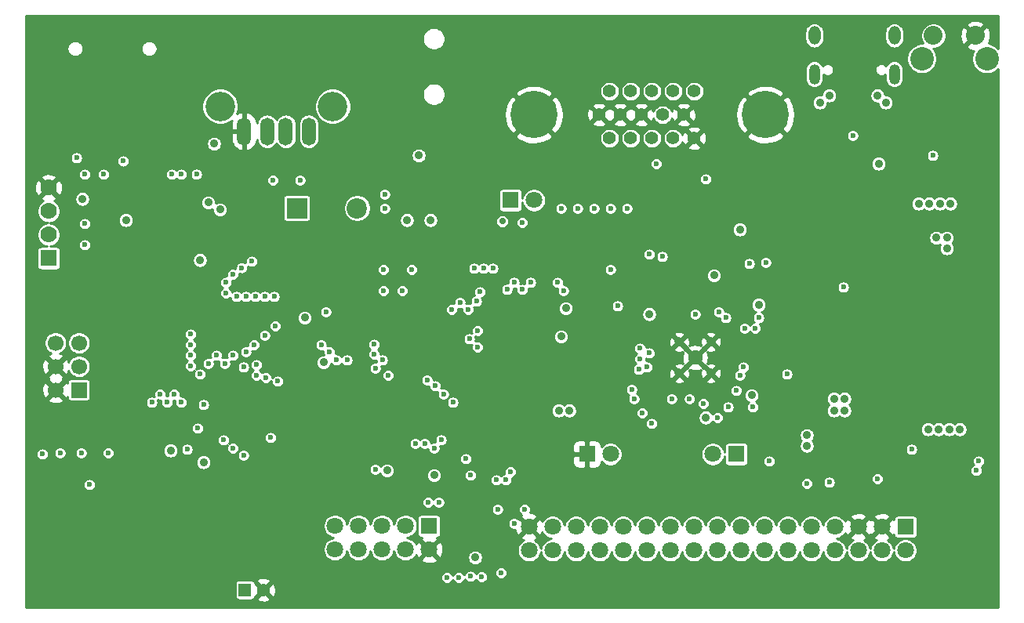
<source format=gbr>
G04 #@! TF.GenerationSoftware,KiCad,Pcbnew,5.1.0-rc2-unknown-036be7d~80~ubuntu16.04.1*
G04 #@! TF.CreationDate,2022-11-30T14:58:32+02:00*
G04 #@! TF.ProjectId,AgonLight2_Rev_A,41676f6e-4c69-4676-9874-325f5265765f,rev?*
G04 #@! TF.SameCoordinates,Original*
G04 #@! TF.FileFunction,Copper,L2,Inr*
G04 #@! TF.FilePolarity,Positive*
%FSLAX46Y46*%
G04 Gerber Fmt 4.6, Leading zero omitted, Abs format (unit mm)*
G04 Created by KiCad (PCBNEW 5.1.0-rc2-unknown-036be7d~80~ubuntu16.04.1) date 2022-11-30 14:58:32*
%MOMM*%
%LPD*%
G04 APERTURE LIST*
%ADD10C,1.700000*%
%ADD11R,1.700000X1.700000*%
%ADD12C,1.800000*%
%ADD13R,1.800000X1.800000*%
%ADD14R,1.750000X1.750000*%
%ADD15R,2.200000X2.200000*%
%ADD16C,2.200000*%
%ADD17C,2.032000*%
%ADD18C,2.540000*%
%ADD19C,5.100000*%
%ADD20C,1.400000*%
%ADD21R,1.778000X1.778000*%
%ADD22C,1.778000*%
%ADD23C,1.000000*%
%ADD24C,1.600000*%
%ADD25O,1.200000X2.200000*%
%ADD26O,1.300000X2.000000*%
%ADD27C,3.200000*%
%ADD28O,1.500000X3.000000*%
%ADD29R,1.400000X1.400000*%
%ADD30C,5.500000*%
%ADD31C,4.000000*%
%ADD32C,0.900000*%
%ADD33C,0.600000*%
%ADD34C,0.700000*%
%ADD35C,0.254000*%
G04 APERTURE END LIST*
D10*
X53730000Y-120960000D03*
X56270000Y-120960000D03*
X53730000Y-123500000D03*
X56270000Y-123500000D03*
X53730000Y-126040000D03*
D11*
X56270000Y-126040000D03*
D12*
X105410000Y-105537000D03*
D13*
X102870000Y-105537000D03*
D12*
X83920000Y-143270000D03*
X83920000Y-140730000D03*
X86460000Y-143270000D03*
X86460000Y-140730000D03*
X89000000Y-143270000D03*
X89000000Y-140730000D03*
X91540000Y-143270000D03*
X91540000Y-140730000D03*
X94080000Y-143270000D03*
D14*
X94080000Y-140730000D03*
D15*
X79808000Y-106400000D03*
D16*
X86308000Y-106400000D03*
D17*
X153060600Y-87755400D03*
X148539400Y-87755400D03*
D18*
X154305200Y-90244600D03*
X147294800Y-90244600D03*
D19*
X105403000Y-96310000D03*
X130397000Y-96310000D03*
D20*
X122715000Y-93770000D03*
X120429000Y-93770000D03*
X118143000Y-93770000D03*
X115857000Y-93770000D03*
X113571000Y-93770000D03*
X121572000Y-96310000D03*
X119286000Y-96310000D03*
X117000000Y-96310000D03*
X114714000Y-96310000D03*
X112428000Y-96310000D03*
X122715000Y-98850000D03*
X120429000Y-98850000D03*
X118143000Y-98850000D03*
X115857000Y-98850000D03*
X113571000Y-98850000D03*
D21*
X53000000Y-111810000D03*
D22*
X53000000Y-109270000D03*
X53000000Y-106730000D03*
X53000000Y-104190000D03*
D13*
X111125000Y-132969000D03*
D12*
X113665000Y-132969000D03*
X124714000Y-132969000D03*
D13*
X127254000Y-132969000D03*
D23*
X121109000Y-124255000D03*
X121109000Y-120855000D03*
X124509000Y-120855000D03*
X124509000Y-124255000D03*
D24*
X122809000Y-122555000D03*
D25*
X144320000Y-91930000D03*
D26*
X144320000Y-87750000D03*
X135680000Y-87750000D03*
D25*
X135680000Y-91930000D03*
D27*
X83670000Y-95400000D03*
X71530000Y-95400000D03*
D28*
X81100000Y-98110000D03*
X78600000Y-98110000D03*
X76600000Y-98110000D03*
X74100000Y-98110000D03*
D20*
X76203300Y-147645320D03*
D29*
X74191620Y-147647860D03*
D30*
X53300000Y-138800000D03*
X152800000Y-101300000D03*
X64500000Y-110000000D03*
X152800000Y-138800000D03*
D12*
X120120000Y-140830000D03*
X117580000Y-140830000D03*
X117580000Y-143370000D03*
X120120000Y-143370000D03*
X112500000Y-140830000D03*
X109960000Y-143370000D03*
X112500000Y-143370000D03*
X109960000Y-140830000D03*
X104880000Y-140830000D03*
X107420000Y-143370000D03*
X107420000Y-140830000D03*
X104880000Y-143370000D03*
X115040000Y-140830000D03*
X115040000Y-143370000D03*
X122660000Y-140830000D03*
X122660000Y-143370000D03*
X125200000Y-140830000D03*
X125200000Y-143370000D03*
X127740000Y-140830000D03*
X127740000Y-143370000D03*
X130280000Y-140830000D03*
X130280000Y-143370000D03*
X132820000Y-140830000D03*
X132820000Y-143370000D03*
X135360000Y-143370000D03*
X135360000Y-140830000D03*
X137900000Y-143370000D03*
X137900000Y-140830000D03*
X140440000Y-143370000D03*
X140440000Y-140830000D03*
X142980000Y-143370000D03*
X142980000Y-140830000D03*
X145520000Y-143370000D03*
D14*
X145520000Y-140830000D03*
D31*
X53008000Y-145003000D03*
X153105000Y-144944000D03*
X59024000Y-112431000D03*
X151057000Y-96047000D03*
D32*
X84836000Y-124587000D03*
X93345000Y-135255000D03*
X97409000Y-135636000D03*
X71501000Y-133858000D03*
X67818000Y-113284000D03*
X89916000Y-107696000D03*
X96012000Y-109855000D03*
D33*
X95250000Y-112268000D03*
X102743000Y-111887000D03*
X96139000Y-105156000D03*
X91567000Y-100711000D03*
X100457000Y-111887000D03*
D32*
X83820000Y-106426000D03*
D33*
X76073000Y-106045000D03*
X54356000Y-108077000D03*
D32*
X96774000Y-101727000D03*
X80645000Y-119761000D03*
X66675000Y-97663000D03*
X62230000Y-101346000D03*
X52070000Y-97663000D03*
X52578000Y-89535000D03*
X66675000Y-87630000D03*
X99060000Y-96774000D03*
D33*
X58166000Y-132842000D03*
X55372000Y-132842000D03*
D32*
X91948000Y-123825000D03*
X97663000Y-112649000D03*
D33*
X90297000Y-116332000D03*
D32*
X108331000Y-122047000D03*
D33*
X101092000Y-109474000D03*
X100965000Y-105537000D03*
X108204000Y-102362000D03*
X111760000Y-102362000D03*
X115316000Y-102362000D03*
D32*
X108458000Y-125603000D03*
X108458000Y-126746000D03*
D34*
X114681000Y-123444000D03*
X114427000Y-125349000D03*
D32*
X114808000Y-118745000D03*
X118999000Y-115062000D03*
X121539000Y-113919000D03*
X129794000Y-114935000D03*
X131953000Y-126619000D03*
X136779000Y-121031000D03*
D33*
X139827000Y-94996000D03*
D32*
X139065000Y-107061000D03*
X143637000Y-103759000D03*
X141986000Y-108966000D03*
D33*
X118618000Y-104775000D03*
D32*
X130429000Y-119761000D03*
X125857000Y-108712000D03*
X142113000Y-98806000D03*
X137541000Y-98806000D03*
X114173000Y-115443000D03*
X122555000Y-132461000D03*
X107696000Y-131191000D03*
X147447000Y-97028000D03*
X144653000Y-94234000D03*
X135636000Y-93853000D03*
D33*
X139954000Y-114173000D03*
X135509000Y-112649000D03*
X136144000Y-115062000D03*
X139192000Y-112268000D03*
D32*
X151638000Y-119888000D03*
X150495000Y-119888000D03*
X154432000Y-116586000D03*
X154432000Y-115443000D03*
X151638000Y-122555000D03*
X89154000Y-98552000D03*
D33*
X77216000Y-100330000D03*
D32*
X83566000Y-101219000D03*
X54102000Y-113665000D03*
D33*
X70358000Y-107061000D03*
X146177000Y-136271000D03*
D32*
X142621000Y-121539000D03*
X141097000Y-124079000D03*
X141478000Y-121539000D03*
X140843000Y-117602000D03*
X140843000Y-118745000D03*
X139573000Y-130429000D03*
X139573000Y-131699000D03*
X140462000Y-129286000D03*
X138430000Y-89916000D03*
X141097000Y-89916000D03*
D33*
X141224000Y-136271000D03*
X138049000Y-137033000D03*
X135509000Y-137033000D03*
X132969000Y-137033000D03*
X124079000Y-137033000D03*
X122809000Y-137033000D03*
X117729000Y-137033000D03*
X113919000Y-137033000D03*
X110109000Y-137033000D03*
X106172000Y-137033000D03*
X111379000Y-137033000D03*
D32*
X100838000Y-140970000D03*
D33*
X100584000Y-144145000D03*
X108712000Y-144399000D03*
X118872000Y-144653000D03*
X128397000Y-145796000D03*
X134239000Y-145669000D03*
X139954000Y-145669000D03*
X149098000Y-148082000D03*
X81534000Y-140970000D03*
X76962000Y-140970000D03*
X79375000Y-137160000D03*
X72009000Y-145161000D03*
X66802000Y-148590000D03*
X61595000Y-148590000D03*
X56007000Y-148717000D03*
X55880000Y-144018000D03*
X65151000Y-143891000D03*
X61468000Y-140970000D03*
X59690000Y-138049000D03*
X70612000Y-140970000D03*
X71755000Y-136525000D03*
X63881000Y-130937000D03*
X67056000Y-134112000D03*
X51308000Y-131826000D03*
X62738000Y-120269000D03*
X62865000Y-125857000D03*
X60960000Y-116078000D03*
X63500000Y-114427000D03*
X57658000Y-117983000D03*
X52451000Y-117729000D03*
X51562000Y-114046000D03*
X87503000Y-135636000D03*
X86868000Y-131191000D03*
X79375000Y-131191000D03*
X83693000Y-131191000D03*
X53467000Y-101346000D03*
X55753000Y-96520000D03*
X63754000Y-96647000D03*
X59436000Y-91948000D03*
X59309000Y-86487000D03*
X54102000Y-86614000D03*
X69850000Y-92964000D03*
X87122000Y-101219000D03*
X75184000Y-87630000D03*
X75184000Y-92075000D03*
X82550000Y-87630000D03*
X90043000Y-87630000D03*
X96647000Y-87884000D03*
X96647000Y-93726000D03*
X92329000Y-96012000D03*
X104648000Y-87884000D03*
X112903000Y-88011000D03*
X120015000Y-88011000D03*
X126492000Y-88011000D03*
X132715000Y-88011000D03*
X129921000Y-91313000D03*
X109347000Y-99314000D03*
X106045000Y-101727000D03*
X102870000Y-103505000D03*
X107442000Y-108458000D03*
X109093000Y-110236000D03*
X115697000Y-109728000D03*
X118872000Y-107950000D03*
X124460000Y-101219000D03*
X127127000Y-103378000D03*
X134874000Y-98171000D03*
X132842000Y-104013000D03*
X132842000Y-107188000D03*
X132842000Y-109347000D03*
X135382000Y-108204000D03*
X128143000Y-111379000D03*
X136398000Y-103632000D03*
X137668000Y-86106000D03*
X142875000Y-86106000D03*
X150114000Y-86106000D03*
X151511000Y-91440000D03*
X147320000Y-92710000D03*
X148590000Y-103759000D03*
X154813000Y-105410000D03*
X144653000Y-112141000D03*
X143256000Y-114046000D03*
X136779000Y-117602000D03*
X135001000Y-118872000D03*
X132588000Y-117475000D03*
X133096000Y-121158000D03*
X131318000Y-128778000D03*
X133096000Y-130429000D03*
X129286000Y-133858000D03*
X57404000Y-104394000D03*
X53213000Y-131318000D03*
X89154000Y-115316000D03*
X56896000Y-110363000D03*
X89154000Y-113030000D03*
X56896000Y-108077000D03*
D32*
X56642000Y-105410000D03*
X70231000Y-105791000D03*
X151384000Y-130302000D03*
X147955000Y-130302000D03*
X149098000Y-130302000D03*
X150241000Y-130302000D03*
X149987000Y-110744000D03*
X149987000Y-109601000D03*
X148844000Y-109601000D03*
D33*
X114427000Y-116967000D03*
X125222000Y-129032000D03*
D32*
X80645000Y-118237000D03*
X82677000Y-123063000D03*
X94615000Y-135255000D03*
X69723000Y-133858000D03*
D33*
X76962000Y-131191000D03*
D32*
X61341000Y-107696000D03*
X91694000Y-107696000D03*
X94234000Y-107696000D03*
X92964000Y-100711000D03*
D34*
X101981000Y-107823000D03*
D32*
X69342000Y-112014000D03*
X71501000Y-106553000D03*
X70866000Y-99441000D03*
X66167000Y-132588000D03*
X89535000Y-134747000D03*
X108331000Y-120269000D03*
X108839000Y-117221000D03*
X108077000Y-128270000D03*
X109220000Y-128270000D03*
X124841000Y-113665000D03*
X129667000Y-116840000D03*
X117856000Y-117856000D03*
X128905000Y-126619000D03*
X123952000Y-129032000D03*
X142621000Y-101600000D03*
D33*
X118110000Y-129667000D03*
D32*
X138938000Y-127000000D03*
X138938000Y-128270000D03*
X137795000Y-127000000D03*
X137795000Y-128270000D03*
D33*
X102870000Y-134874000D03*
D32*
X99060000Y-144145000D03*
D33*
X52324000Y-132969000D03*
X57404000Y-136271000D03*
X128651000Y-112395000D03*
X129032000Y-127889000D03*
X59436000Y-132842000D03*
X116713000Y-123825000D03*
X123952000Y-103251000D03*
X117094000Y-128524000D03*
X148463000Y-100711000D03*
X98552000Y-146177000D03*
X139827000Y-98552000D03*
D32*
X127635000Y-108712000D03*
X142494000Y-94234000D03*
X146939000Y-105918000D03*
X148082000Y-105918000D03*
X149225000Y-105918000D03*
X150368000Y-105918000D03*
X143383000Y-94996000D03*
X136271000Y-94996000D03*
X137287000Y-94234000D03*
D33*
X153416000Y-133731000D03*
X146177000Y-132461000D03*
D32*
X134874000Y-130937000D03*
X134874000Y-132080000D03*
D33*
X130429000Y-112268000D03*
X138811000Y-114935000D03*
X80137000Y-103378000D03*
X115951000Y-125984000D03*
X77216000Y-103378000D03*
X116205000Y-127000000D03*
X89281000Y-104902000D03*
X61050000Y-101309000D03*
X101346000Y-135763000D03*
X91186000Y-115316000D03*
X66294000Y-102743000D03*
X93980000Y-138176000D03*
X99314000Y-119634000D03*
X97409000Y-116586000D03*
X99187000Y-116459000D03*
X98933000Y-112903000D03*
X102362000Y-135763000D03*
X100965000Y-112903000D03*
X104394000Y-138938000D03*
X99758500Y-146240500D03*
X103251000Y-114427000D03*
X105029000Y-114427000D03*
X117856000Y-122047000D03*
X134874000Y-136144000D03*
X117602000Y-123571000D03*
X130810000Y-133731000D03*
X137287000Y-136017000D03*
X116840000Y-121539000D03*
X116840000Y-122682000D03*
X104140000Y-115189000D03*
X102489000Y-115189000D03*
X99949000Y-112903000D03*
X101854000Y-145796000D03*
X103251000Y-140462000D03*
X99568000Y-115443000D03*
X98298000Y-117348000D03*
X96520000Y-117348000D03*
X98425000Y-120523000D03*
X99314000Y-121412000D03*
X89281000Y-106426000D03*
X58928000Y-102743000D03*
X95123000Y-138176000D03*
X101473000Y-138938000D03*
X92202000Y-113030000D03*
X68961000Y-102743000D03*
X56896000Y-102743000D03*
X67310000Y-102743000D03*
X56007000Y-100965000D03*
X67945000Y-132461000D03*
X88265000Y-134620000D03*
X69342000Y-124333000D03*
X98044000Y-133477000D03*
X74041000Y-133096000D03*
X98552000Y-135255000D03*
X104140000Y-107950000D03*
X120269000Y-127000000D03*
X125349000Y-117602000D03*
X110109000Y-106426000D03*
X122809000Y-117856000D03*
X108331000Y-106426000D03*
X126111000Y-118237000D03*
X111887000Y-106426000D03*
X128143000Y-119380000D03*
X113665000Y-106426000D03*
X129286000Y-119380000D03*
X115443000Y-106426000D03*
X117856000Y-111379000D03*
X127254000Y-126111000D03*
X128016000Y-123571000D03*
X132715000Y-124333000D03*
X153162000Y-134747000D03*
X142494000Y-135636000D03*
X118618000Y-101600000D03*
X129667000Y-118237000D03*
X113665000Y-113030000D03*
X126365000Y-127889000D03*
X56515000Y-132842000D03*
X97282000Y-146304000D03*
X54229000Y-132842000D03*
X96012000Y-146304000D03*
X76327000Y-115951000D03*
X88138000Y-121114302D03*
X85217000Y-122809000D03*
X77724000Y-125095000D03*
X84074000Y-122809000D03*
X76454000Y-124714000D03*
X83312000Y-121920000D03*
X75438000Y-124460000D03*
X82423000Y-121158000D03*
X75438000Y-123317000D03*
X82931000Y-117602000D03*
X74041000Y-123571000D03*
X72136000Y-115570000D03*
X67310000Y-127381000D03*
X72136000Y-114427000D03*
X66548000Y-126492000D03*
X72898000Y-113538000D03*
X65786000Y-127381000D03*
X73850500Y-112839500D03*
X65024000Y-126492000D03*
X74930000Y-112141000D03*
X64135000Y-127381000D03*
X77343000Y-115951000D03*
X88138000Y-122174000D03*
X75311000Y-115951000D03*
X89027000Y-122809000D03*
X74295000Y-115951000D03*
X88265000Y-123698000D03*
X73279000Y-115951000D03*
X89662000Y-124460000D03*
X68326000Y-120015000D03*
X77470000Y-119126000D03*
X68326000Y-121158000D03*
X76327000Y-120142000D03*
X68326000Y-122301000D03*
X75184000Y-121158000D03*
X68326000Y-123444000D03*
X74295000Y-121920000D03*
X95377000Y-131445000D03*
X72898000Y-132334000D03*
X127635000Y-124460000D03*
X119253000Y-111633000D03*
X94615000Y-132334000D03*
X71882000Y-131445000D03*
X93599000Y-131826000D03*
X69723000Y-127635000D03*
X92583000Y-131826000D03*
X69088000Y-130175000D03*
X93853000Y-124968000D03*
X72898000Y-122301000D03*
X94742000Y-125603000D03*
X72009000Y-123190000D03*
X95631000Y-126492000D03*
X71120000Y-122301000D03*
X96647000Y-127381000D03*
X70231000Y-123190000D03*
X108585000Y-115316000D03*
X122199400Y-127000000D03*
X107950000Y-114427000D03*
X123698000Y-127508000D03*
D35*
G36*
X155542001Y-89146535D02*
G01*
X155357651Y-88962185D01*
X155087242Y-88781503D01*
X154786779Y-88657047D01*
X154486878Y-88597393D01*
X154615948Y-88332579D01*
X154698664Y-88018056D01*
X154718431Y-87693438D01*
X154674488Y-87371202D01*
X154568524Y-87063730D01*
X154473460Y-86885878D01*
X154207423Y-86788182D01*
X153240205Y-87755400D01*
X153254348Y-87769543D01*
X153074743Y-87949148D01*
X153060600Y-87935005D01*
X152093382Y-88902223D01*
X152191078Y-89168260D01*
X152483421Y-89310748D01*
X152797944Y-89393464D01*
X152884739Y-89398749D01*
X152842103Y-89462558D01*
X152717647Y-89763021D01*
X152654200Y-90081991D01*
X152654200Y-90407209D01*
X152717647Y-90726179D01*
X152842103Y-91026642D01*
X153022785Y-91297051D01*
X153252749Y-91527015D01*
X153523158Y-91707697D01*
X153823621Y-91832153D01*
X154142591Y-91895600D01*
X154467809Y-91895600D01*
X154786779Y-91832153D01*
X155087242Y-91707697D01*
X155357651Y-91527015D01*
X155542001Y-91342665D01*
X155542000Y-149492000D01*
X50508000Y-149492000D01*
X50508000Y-146947860D01*
X73108777Y-146947860D01*
X73108777Y-148347860D01*
X73116133Y-148422549D01*
X73137919Y-148494368D01*
X73173298Y-148560556D01*
X73220909Y-148618571D01*
X73278924Y-148666182D01*
X73345112Y-148701561D01*
X73416931Y-148723347D01*
X73491620Y-148730703D01*
X74891620Y-148730703D01*
X74966309Y-148723347D01*
X75038128Y-148701561D01*
X75104316Y-148666182D01*
X75162331Y-148618571D01*
X75204990Y-148566589D01*
X75461636Y-148566589D01*
X75521097Y-148800357D01*
X75759542Y-148911254D01*
X76015040Y-148973503D01*
X76277773Y-148984710D01*
X76537644Y-148944445D01*
X76784666Y-148854255D01*
X76885503Y-148800357D01*
X76944964Y-148566589D01*
X76203300Y-147824925D01*
X75461636Y-148566589D01*
X75204990Y-148566589D01*
X75209942Y-148560556D01*
X75245321Y-148494368D01*
X75267107Y-148422549D01*
X75270889Y-148384150D01*
X75282031Y-148386984D01*
X76023695Y-147645320D01*
X76382905Y-147645320D01*
X77124569Y-148386984D01*
X77358337Y-148327523D01*
X77469234Y-148089078D01*
X77531483Y-147833580D01*
X77542690Y-147570847D01*
X77502425Y-147310976D01*
X77412235Y-147063954D01*
X77358337Y-146963117D01*
X77124569Y-146903656D01*
X76382905Y-147645320D01*
X76023695Y-147645320D01*
X75282031Y-146903656D01*
X75270401Y-146906614D01*
X75267107Y-146873171D01*
X75245321Y-146801352D01*
X75209942Y-146735164D01*
X75200822Y-146724051D01*
X75461636Y-146724051D01*
X76203300Y-147465715D01*
X76944964Y-146724051D01*
X76885503Y-146490283D01*
X76647058Y-146379386D01*
X76391560Y-146317137D01*
X76128827Y-146305930D01*
X75868956Y-146346195D01*
X75621934Y-146436385D01*
X75521097Y-146490283D01*
X75461636Y-146724051D01*
X75200822Y-146724051D01*
X75162331Y-146677149D01*
X75104316Y-146629538D01*
X75038128Y-146594159D01*
X74966309Y-146572373D01*
X74891620Y-146565017D01*
X73491620Y-146565017D01*
X73416931Y-146572373D01*
X73345112Y-146594159D01*
X73278924Y-146629538D01*
X73220909Y-146677149D01*
X73173298Y-146735164D01*
X73137919Y-146801352D01*
X73116133Y-146873171D01*
X73108777Y-146947860D01*
X50508000Y-146947860D01*
X50508000Y-146236927D01*
X95331000Y-146236927D01*
X95331000Y-146371073D01*
X95357171Y-146502640D01*
X95408506Y-146626574D01*
X95483033Y-146738112D01*
X95577888Y-146832967D01*
X95689426Y-146907494D01*
X95813360Y-146958829D01*
X95944927Y-146985000D01*
X96079073Y-146985000D01*
X96210640Y-146958829D01*
X96334574Y-146907494D01*
X96446112Y-146832967D01*
X96540967Y-146738112D01*
X96615494Y-146626574D01*
X96647000Y-146550512D01*
X96678506Y-146626574D01*
X96753033Y-146738112D01*
X96847888Y-146832967D01*
X96959426Y-146907494D01*
X97083360Y-146958829D01*
X97214927Y-146985000D01*
X97349073Y-146985000D01*
X97480640Y-146958829D01*
X97604574Y-146907494D01*
X97716112Y-146832967D01*
X97810967Y-146738112D01*
X97885494Y-146626574D01*
X97936829Y-146502640D01*
X97941029Y-146481524D01*
X97948506Y-146499574D01*
X98023033Y-146611112D01*
X98117888Y-146705967D01*
X98229426Y-146780494D01*
X98353360Y-146831829D01*
X98484927Y-146858000D01*
X98619073Y-146858000D01*
X98750640Y-146831829D01*
X98874574Y-146780494D01*
X98986112Y-146705967D01*
X99080967Y-146611112D01*
X99138956Y-146524325D01*
X99155006Y-146563074D01*
X99229533Y-146674612D01*
X99324388Y-146769467D01*
X99435926Y-146843994D01*
X99559860Y-146895329D01*
X99691427Y-146921500D01*
X99825573Y-146921500D01*
X99957140Y-146895329D01*
X100081074Y-146843994D01*
X100192612Y-146769467D01*
X100287467Y-146674612D01*
X100361994Y-146563074D01*
X100413329Y-146439140D01*
X100439500Y-146307573D01*
X100439500Y-146173427D01*
X100413329Y-146041860D01*
X100361994Y-145917926D01*
X100287467Y-145806388D01*
X100210006Y-145728927D01*
X101173000Y-145728927D01*
X101173000Y-145863073D01*
X101199171Y-145994640D01*
X101250506Y-146118574D01*
X101325033Y-146230112D01*
X101419888Y-146324967D01*
X101531426Y-146399494D01*
X101655360Y-146450829D01*
X101786927Y-146477000D01*
X101921073Y-146477000D01*
X102052640Y-146450829D01*
X102176574Y-146399494D01*
X102288112Y-146324967D01*
X102382967Y-146230112D01*
X102457494Y-146118574D01*
X102508829Y-145994640D01*
X102535000Y-145863073D01*
X102535000Y-145728927D01*
X102508829Y-145597360D01*
X102457494Y-145473426D01*
X102382967Y-145361888D01*
X102288112Y-145267033D01*
X102176574Y-145192506D01*
X102052640Y-145141171D01*
X101921073Y-145115000D01*
X101786927Y-145115000D01*
X101655360Y-145141171D01*
X101531426Y-145192506D01*
X101419888Y-145267033D01*
X101325033Y-145361888D01*
X101250506Y-145473426D01*
X101199171Y-145597360D01*
X101173000Y-145728927D01*
X100210006Y-145728927D01*
X100192612Y-145711533D01*
X100081074Y-145637006D01*
X99957140Y-145585671D01*
X99825573Y-145559500D01*
X99691427Y-145559500D01*
X99559860Y-145585671D01*
X99435926Y-145637006D01*
X99324388Y-145711533D01*
X99229533Y-145806388D01*
X99171544Y-145893175D01*
X99155494Y-145854426D01*
X99080967Y-145742888D01*
X98986112Y-145648033D01*
X98874574Y-145573506D01*
X98750640Y-145522171D01*
X98619073Y-145496000D01*
X98484927Y-145496000D01*
X98353360Y-145522171D01*
X98229426Y-145573506D01*
X98117888Y-145648033D01*
X98023033Y-145742888D01*
X97948506Y-145854426D01*
X97897171Y-145978360D01*
X97892971Y-145999476D01*
X97885494Y-145981426D01*
X97810967Y-145869888D01*
X97716112Y-145775033D01*
X97604574Y-145700506D01*
X97480640Y-145649171D01*
X97349073Y-145623000D01*
X97214927Y-145623000D01*
X97083360Y-145649171D01*
X96959426Y-145700506D01*
X96847888Y-145775033D01*
X96753033Y-145869888D01*
X96678506Y-145981426D01*
X96647000Y-146057488D01*
X96615494Y-145981426D01*
X96540967Y-145869888D01*
X96446112Y-145775033D01*
X96334574Y-145700506D01*
X96210640Y-145649171D01*
X96079073Y-145623000D01*
X95944927Y-145623000D01*
X95813360Y-145649171D01*
X95689426Y-145700506D01*
X95577888Y-145775033D01*
X95483033Y-145869888D01*
X95408506Y-145981426D01*
X95357171Y-146105360D01*
X95331000Y-146236927D01*
X50508000Y-146236927D01*
X50508000Y-140603833D01*
X82639000Y-140603833D01*
X82639000Y-140856167D01*
X82688228Y-141103654D01*
X82784793Y-141336781D01*
X82924982Y-141546590D01*
X83103410Y-141725018D01*
X83313219Y-141865207D01*
X83546346Y-141961772D01*
X83738532Y-142000000D01*
X83546346Y-142038228D01*
X83313219Y-142134793D01*
X83103410Y-142274982D01*
X82924982Y-142453410D01*
X82784793Y-142663219D01*
X82688228Y-142896346D01*
X82639000Y-143143833D01*
X82639000Y-143396167D01*
X82688228Y-143643654D01*
X82784793Y-143876781D01*
X82924982Y-144086590D01*
X83103410Y-144265018D01*
X83313219Y-144405207D01*
X83546346Y-144501772D01*
X83793833Y-144551000D01*
X84046167Y-144551000D01*
X84293654Y-144501772D01*
X84526781Y-144405207D01*
X84736590Y-144265018D01*
X84915018Y-144086590D01*
X85055207Y-143876781D01*
X85151772Y-143643654D01*
X85190000Y-143451468D01*
X85228228Y-143643654D01*
X85324793Y-143876781D01*
X85464982Y-144086590D01*
X85643410Y-144265018D01*
X85853219Y-144405207D01*
X86086346Y-144501772D01*
X86333833Y-144551000D01*
X86586167Y-144551000D01*
X86833654Y-144501772D01*
X87066781Y-144405207D01*
X87276590Y-144265018D01*
X87455018Y-144086590D01*
X87595207Y-143876781D01*
X87691772Y-143643654D01*
X87730000Y-143451468D01*
X87768228Y-143643654D01*
X87864793Y-143876781D01*
X88004982Y-144086590D01*
X88183410Y-144265018D01*
X88393219Y-144405207D01*
X88626346Y-144501772D01*
X88873833Y-144551000D01*
X89126167Y-144551000D01*
X89373654Y-144501772D01*
X89606781Y-144405207D01*
X89816590Y-144265018D01*
X89995018Y-144086590D01*
X90135207Y-143876781D01*
X90231772Y-143643654D01*
X90270000Y-143451468D01*
X90308228Y-143643654D01*
X90404793Y-143876781D01*
X90544982Y-144086590D01*
X90723410Y-144265018D01*
X90933219Y-144405207D01*
X91166346Y-144501772D01*
X91413833Y-144551000D01*
X91666167Y-144551000D01*
X91913654Y-144501772D01*
X92146781Y-144405207D01*
X92253230Y-144334080D01*
X93195525Y-144334080D01*
X93279208Y-144588261D01*
X93551775Y-144719158D01*
X93844642Y-144794365D01*
X94146553Y-144810991D01*
X94445907Y-144768397D01*
X94731199Y-144668222D01*
X94880792Y-144588261D01*
X94964475Y-144334080D01*
X94080000Y-143449605D01*
X93195525Y-144334080D01*
X92253230Y-144334080D01*
X92356590Y-144265018D01*
X92535018Y-144086590D01*
X92669291Y-143885636D01*
X92681778Y-143921199D01*
X92761739Y-144070792D01*
X93015920Y-144154475D01*
X93900395Y-143270000D01*
X94259605Y-143270000D01*
X95144080Y-144154475D01*
X95398261Y-144070792D01*
X95401929Y-144063154D01*
X98229000Y-144063154D01*
X98229000Y-144226846D01*
X98260935Y-144387394D01*
X98323577Y-144538626D01*
X98414520Y-144674732D01*
X98530268Y-144790480D01*
X98666374Y-144881423D01*
X98817606Y-144944065D01*
X98978154Y-144976000D01*
X99141846Y-144976000D01*
X99302394Y-144944065D01*
X99453626Y-144881423D01*
X99589732Y-144790480D01*
X99705480Y-144674732D01*
X99796423Y-144538626D01*
X99859065Y-144387394D01*
X99891000Y-144226846D01*
X99891000Y-144063154D01*
X99859065Y-143902606D01*
X99796423Y-143751374D01*
X99705480Y-143615268D01*
X99589732Y-143499520D01*
X99453626Y-143408577D01*
X99302394Y-143345935D01*
X99141846Y-143314000D01*
X98978154Y-143314000D01*
X98817606Y-143345935D01*
X98666374Y-143408577D01*
X98530268Y-143499520D01*
X98414520Y-143615268D01*
X98323577Y-143751374D01*
X98260935Y-143902606D01*
X98229000Y-144063154D01*
X95401929Y-144063154D01*
X95529158Y-143798225D01*
X95604365Y-143505358D01*
X95618766Y-143243833D01*
X103599000Y-143243833D01*
X103599000Y-143496167D01*
X103648228Y-143743654D01*
X103744793Y-143976781D01*
X103884982Y-144186590D01*
X104063410Y-144365018D01*
X104273219Y-144505207D01*
X104506346Y-144601772D01*
X104753833Y-144651000D01*
X105006167Y-144651000D01*
X105253654Y-144601772D01*
X105486781Y-144505207D01*
X105696590Y-144365018D01*
X105875018Y-144186590D01*
X106015207Y-143976781D01*
X106111772Y-143743654D01*
X106150000Y-143551468D01*
X106188228Y-143743654D01*
X106284793Y-143976781D01*
X106424982Y-144186590D01*
X106603410Y-144365018D01*
X106813219Y-144505207D01*
X107046346Y-144601772D01*
X107293833Y-144651000D01*
X107546167Y-144651000D01*
X107793654Y-144601772D01*
X108026781Y-144505207D01*
X108236590Y-144365018D01*
X108415018Y-144186590D01*
X108555207Y-143976781D01*
X108651772Y-143743654D01*
X108690000Y-143551468D01*
X108728228Y-143743654D01*
X108824793Y-143976781D01*
X108964982Y-144186590D01*
X109143410Y-144365018D01*
X109353219Y-144505207D01*
X109586346Y-144601772D01*
X109833833Y-144651000D01*
X110086167Y-144651000D01*
X110333654Y-144601772D01*
X110566781Y-144505207D01*
X110776590Y-144365018D01*
X110955018Y-144186590D01*
X111095207Y-143976781D01*
X111191772Y-143743654D01*
X111230000Y-143551468D01*
X111268228Y-143743654D01*
X111364793Y-143976781D01*
X111504982Y-144186590D01*
X111683410Y-144365018D01*
X111893219Y-144505207D01*
X112126346Y-144601772D01*
X112373833Y-144651000D01*
X112626167Y-144651000D01*
X112873654Y-144601772D01*
X113106781Y-144505207D01*
X113316590Y-144365018D01*
X113495018Y-144186590D01*
X113635207Y-143976781D01*
X113731772Y-143743654D01*
X113770000Y-143551468D01*
X113808228Y-143743654D01*
X113904793Y-143976781D01*
X114044982Y-144186590D01*
X114223410Y-144365018D01*
X114433219Y-144505207D01*
X114666346Y-144601772D01*
X114913833Y-144651000D01*
X115166167Y-144651000D01*
X115413654Y-144601772D01*
X115646781Y-144505207D01*
X115856590Y-144365018D01*
X116035018Y-144186590D01*
X116175207Y-143976781D01*
X116271772Y-143743654D01*
X116310000Y-143551468D01*
X116348228Y-143743654D01*
X116444793Y-143976781D01*
X116584982Y-144186590D01*
X116763410Y-144365018D01*
X116973219Y-144505207D01*
X117206346Y-144601772D01*
X117453833Y-144651000D01*
X117706167Y-144651000D01*
X117953654Y-144601772D01*
X118186781Y-144505207D01*
X118396590Y-144365018D01*
X118575018Y-144186590D01*
X118715207Y-143976781D01*
X118811772Y-143743654D01*
X118850000Y-143551468D01*
X118888228Y-143743654D01*
X118984793Y-143976781D01*
X119124982Y-144186590D01*
X119303410Y-144365018D01*
X119513219Y-144505207D01*
X119746346Y-144601772D01*
X119993833Y-144651000D01*
X120246167Y-144651000D01*
X120493654Y-144601772D01*
X120726781Y-144505207D01*
X120936590Y-144365018D01*
X121115018Y-144186590D01*
X121255207Y-143976781D01*
X121351772Y-143743654D01*
X121390000Y-143551468D01*
X121428228Y-143743654D01*
X121524793Y-143976781D01*
X121664982Y-144186590D01*
X121843410Y-144365018D01*
X122053219Y-144505207D01*
X122286346Y-144601772D01*
X122533833Y-144651000D01*
X122786167Y-144651000D01*
X123033654Y-144601772D01*
X123266781Y-144505207D01*
X123476590Y-144365018D01*
X123655018Y-144186590D01*
X123795207Y-143976781D01*
X123891772Y-143743654D01*
X123930000Y-143551468D01*
X123968228Y-143743654D01*
X124064793Y-143976781D01*
X124204982Y-144186590D01*
X124383410Y-144365018D01*
X124593219Y-144505207D01*
X124826346Y-144601772D01*
X125073833Y-144651000D01*
X125326167Y-144651000D01*
X125573654Y-144601772D01*
X125806781Y-144505207D01*
X126016590Y-144365018D01*
X126195018Y-144186590D01*
X126335207Y-143976781D01*
X126431772Y-143743654D01*
X126470000Y-143551468D01*
X126508228Y-143743654D01*
X126604793Y-143976781D01*
X126744982Y-144186590D01*
X126923410Y-144365018D01*
X127133219Y-144505207D01*
X127366346Y-144601772D01*
X127613833Y-144651000D01*
X127866167Y-144651000D01*
X128113654Y-144601772D01*
X128346781Y-144505207D01*
X128556590Y-144365018D01*
X128735018Y-144186590D01*
X128875207Y-143976781D01*
X128971772Y-143743654D01*
X129010000Y-143551468D01*
X129048228Y-143743654D01*
X129144793Y-143976781D01*
X129284982Y-144186590D01*
X129463410Y-144365018D01*
X129673219Y-144505207D01*
X129906346Y-144601772D01*
X130153833Y-144651000D01*
X130406167Y-144651000D01*
X130653654Y-144601772D01*
X130886781Y-144505207D01*
X131096590Y-144365018D01*
X131275018Y-144186590D01*
X131415207Y-143976781D01*
X131511772Y-143743654D01*
X131550000Y-143551468D01*
X131588228Y-143743654D01*
X131684793Y-143976781D01*
X131824982Y-144186590D01*
X132003410Y-144365018D01*
X132213219Y-144505207D01*
X132446346Y-144601772D01*
X132693833Y-144651000D01*
X132946167Y-144651000D01*
X133193654Y-144601772D01*
X133426781Y-144505207D01*
X133636590Y-144365018D01*
X133815018Y-144186590D01*
X133955207Y-143976781D01*
X134051772Y-143743654D01*
X134090000Y-143551468D01*
X134128228Y-143743654D01*
X134224793Y-143976781D01*
X134364982Y-144186590D01*
X134543410Y-144365018D01*
X134753219Y-144505207D01*
X134986346Y-144601772D01*
X135233833Y-144651000D01*
X135486167Y-144651000D01*
X135733654Y-144601772D01*
X135966781Y-144505207D01*
X136176590Y-144365018D01*
X136355018Y-144186590D01*
X136495207Y-143976781D01*
X136591772Y-143743654D01*
X136630000Y-143551468D01*
X136668228Y-143743654D01*
X136764793Y-143976781D01*
X136904982Y-144186590D01*
X137083410Y-144365018D01*
X137293219Y-144505207D01*
X137526346Y-144601772D01*
X137773833Y-144651000D01*
X138026167Y-144651000D01*
X138273654Y-144601772D01*
X138506781Y-144505207D01*
X138716590Y-144365018D01*
X138895018Y-144186590D01*
X139035207Y-143976781D01*
X139131772Y-143743654D01*
X139170000Y-143551468D01*
X139208228Y-143743654D01*
X139304793Y-143976781D01*
X139444982Y-144186590D01*
X139623410Y-144365018D01*
X139833219Y-144505207D01*
X140066346Y-144601772D01*
X140313833Y-144651000D01*
X140566167Y-144651000D01*
X140813654Y-144601772D01*
X141046781Y-144505207D01*
X141256590Y-144365018D01*
X141435018Y-144186590D01*
X141575207Y-143976781D01*
X141671772Y-143743654D01*
X141710000Y-143551468D01*
X141748228Y-143743654D01*
X141844793Y-143976781D01*
X141984982Y-144186590D01*
X142163410Y-144365018D01*
X142373219Y-144505207D01*
X142606346Y-144601772D01*
X142853833Y-144651000D01*
X143106167Y-144651000D01*
X143353654Y-144601772D01*
X143586781Y-144505207D01*
X143796590Y-144365018D01*
X143975018Y-144186590D01*
X144115207Y-143976781D01*
X144211772Y-143743654D01*
X144250000Y-143551468D01*
X144288228Y-143743654D01*
X144384793Y-143976781D01*
X144524982Y-144186590D01*
X144703410Y-144365018D01*
X144913219Y-144505207D01*
X145146346Y-144601772D01*
X145393833Y-144651000D01*
X145646167Y-144651000D01*
X145893654Y-144601772D01*
X146126781Y-144505207D01*
X146336590Y-144365018D01*
X146515018Y-144186590D01*
X146655207Y-143976781D01*
X146751772Y-143743654D01*
X146801000Y-143496167D01*
X146801000Y-143243833D01*
X146751772Y-142996346D01*
X146655207Y-142763219D01*
X146515018Y-142553410D01*
X146336590Y-142374982D01*
X146126781Y-142234793D01*
X145893654Y-142138228D01*
X145646167Y-142089000D01*
X145393833Y-142089000D01*
X145146346Y-142138228D01*
X144913219Y-142234793D01*
X144703410Y-142374982D01*
X144524982Y-142553410D01*
X144384793Y-142763219D01*
X144288228Y-142996346D01*
X144250000Y-143188532D01*
X144211772Y-142996346D01*
X144115207Y-142763219D01*
X143975018Y-142553410D01*
X143796590Y-142374982D01*
X143595636Y-142240709D01*
X143631199Y-142228222D01*
X143780792Y-142148261D01*
X143864475Y-141894080D01*
X142980000Y-141009605D01*
X142095525Y-141894080D01*
X142179208Y-142148261D01*
X142367438Y-142238656D01*
X142163410Y-142374982D01*
X141984982Y-142553410D01*
X141844793Y-142763219D01*
X141748228Y-142996346D01*
X141710000Y-143188532D01*
X141671772Y-142996346D01*
X141575207Y-142763219D01*
X141435018Y-142553410D01*
X141256590Y-142374982D01*
X141055636Y-142240709D01*
X141091199Y-142228222D01*
X141240792Y-142148261D01*
X141324475Y-141894080D01*
X140440000Y-141009605D01*
X139555525Y-141894080D01*
X139639208Y-142148261D01*
X139827438Y-142238656D01*
X139623410Y-142374982D01*
X139444982Y-142553410D01*
X139304793Y-142763219D01*
X139208228Y-142996346D01*
X139170000Y-143188532D01*
X139131772Y-142996346D01*
X139035207Y-142763219D01*
X138895018Y-142553410D01*
X138716590Y-142374982D01*
X138506781Y-142234793D01*
X138273654Y-142138228D01*
X138081468Y-142100000D01*
X138273654Y-142061772D01*
X138506781Y-141965207D01*
X138716590Y-141825018D01*
X138895018Y-141646590D01*
X139029291Y-141445636D01*
X139041778Y-141481199D01*
X139121739Y-141630792D01*
X139375920Y-141714475D01*
X140260395Y-140830000D01*
X140619605Y-140830000D01*
X141504080Y-141714475D01*
X141710000Y-141646681D01*
X141915920Y-141714475D01*
X142800395Y-140830000D01*
X143159605Y-140830000D01*
X144044080Y-141714475D01*
X144262157Y-141642678D01*
X144262157Y-141705000D01*
X144269513Y-141779689D01*
X144291299Y-141851508D01*
X144326678Y-141917696D01*
X144374289Y-141975711D01*
X144432304Y-142023322D01*
X144498492Y-142058701D01*
X144570311Y-142080487D01*
X144645000Y-142087843D01*
X146395000Y-142087843D01*
X146469689Y-142080487D01*
X146541508Y-142058701D01*
X146607696Y-142023322D01*
X146665711Y-141975711D01*
X146713322Y-141917696D01*
X146748701Y-141851508D01*
X146770487Y-141779689D01*
X146777843Y-141705000D01*
X146777843Y-139955000D01*
X146770487Y-139880311D01*
X146748701Y-139808492D01*
X146713322Y-139742304D01*
X146665711Y-139684289D01*
X146607696Y-139636678D01*
X146541508Y-139601299D01*
X146469689Y-139579513D01*
X146395000Y-139572157D01*
X144645000Y-139572157D01*
X144570311Y-139579513D01*
X144498492Y-139601299D01*
X144432304Y-139636678D01*
X144374289Y-139684289D01*
X144326678Y-139742304D01*
X144291299Y-139808492D01*
X144269513Y-139880311D01*
X144262157Y-139955000D01*
X144262157Y-140017322D01*
X144044080Y-139945525D01*
X143159605Y-140830000D01*
X142800395Y-140830000D01*
X141915920Y-139945525D01*
X141710000Y-140013319D01*
X141504080Y-139945525D01*
X140619605Y-140830000D01*
X140260395Y-140830000D01*
X139375920Y-139945525D01*
X139121739Y-140029208D01*
X139031344Y-140217438D01*
X138895018Y-140013410D01*
X138716590Y-139834982D01*
X138613231Y-139765920D01*
X139555525Y-139765920D01*
X140440000Y-140650395D01*
X141324475Y-139765920D01*
X142095525Y-139765920D01*
X142980000Y-140650395D01*
X143864475Y-139765920D01*
X143780792Y-139511739D01*
X143508225Y-139380842D01*
X143215358Y-139305635D01*
X142913447Y-139289009D01*
X142614093Y-139331603D01*
X142328801Y-139431778D01*
X142179208Y-139511739D01*
X142095525Y-139765920D01*
X141324475Y-139765920D01*
X141240792Y-139511739D01*
X140968225Y-139380842D01*
X140675358Y-139305635D01*
X140373447Y-139289009D01*
X140074093Y-139331603D01*
X139788801Y-139431778D01*
X139639208Y-139511739D01*
X139555525Y-139765920D01*
X138613231Y-139765920D01*
X138506781Y-139694793D01*
X138273654Y-139598228D01*
X138026167Y-139549000D01*
X137773833Y-139549000D01*
X137526346Y-139598228D01*
X137293219Y-139694793D01*
X137083410Y-139834982D01*
X136904982Y-140013410D01*
X136764793Y-140223219D01*
X136668228Y-140456346D01*
X136630000Y-140648532D01*
X136591772Y-140456346D01*
X136495207Y-140223219D01*
X136355018Y-140013410D01*
X136176590Y-139834982D01*
X135966781Y-139694793D01*
X135733654Y-139598228D01*
X135486167Y-139549000D01*
X135233833Y-139549000D01*
X134986346Y-139598228D01*
X134753219Y-139694793D01*
X134543410Y-139834982D01*
X134364982Y-140013410D01*
X134224793Y-140223219D01*
X134128228Y-140456346D01*
X134090000Y-140648532D01*
X134051772Y-140456346D01*
X133955207Y-140223219D01*
X133815018Y-140013410D01*
X133636590Y-139834982D01*
X133426781Y-139694793D01*
X133193654Y-139598228D01*
X132946167Y-139549000D01*
X132693833Y-139549000D01*
X132446346Y-139598228D01*
X132213219Y-139694793D01*
X132003410Y-139834982D01*
X131824982Y-140013410D01*
X131684793Y-140223219D01*
X131588228Y-140456346D01*
X131550000Y-140648532D01*
X131511772Y-140456346D01*
X131415207Y-140223219D01*
X131275018Y-140013410D01*
X131096590Y-139834982D01*
X130886781Y-139694793D01*
X130653654Y-139598228D01*
X130406167Y-139549000D01*
X130153833Y-139549000D01*
X129906346Y-139598228D01*
X129673219Y-139694793D01*
X129463410Y-139834982D01*
X129284982Y-140013410D01*
X129144793Y-140223219D01*
X129048228Y-140456346D01*
X129010000Y-140648532D01*
X128971772Y-140456346D01*
X128875207Y-140223219D01*
X128735018Y-140013410D01*
X128556590Y-139834982D01*
X128346781Y-139694793D01*
X128113654Y-139598228D01*
X127866167Y-139549000D01*
X127613833Y-139549000D01*
X127366346Y-139598228D01*
X127133219Y-139694793D01*
X126923410Y-139834982D01*
X126744982Y-140013410D01*
X126604793Y-140223219D01*
X126508228Y-140456346D01*
X126470000Y-140648532D01*
X126431772Y-140456346D01*
X126335207Y-140223219D01*
X126195018Y-140013410D01*
X126016590Y-139834982D01*
X125806781Y-139694793D01*
X125573654Y-139598228D01*
X125326167Y-139549000D01*
X125073833Y-139549000D01*
X124826346Y-139598228D01*
X124593219Y-139694793D01*
X124383410Y-139834982D01*
X124204982Y-140013410D01*
X124064793Y-140223219D01*
X123968228Y-140456346D01*
X123930000Y-140648532D01*
X123891772Y-140456346D01*
X123795207Y-140223219D01*
X123655018Y-140013410D01*
X123476590Y-139834982D01*
X123266781Y-139694793D01*
X123033654Y-139598228D01*
X122786167Y-139549000D01*
X122533833Y-139549000D01*
X122286346Y-139598228D01*
X122053219Y-139694793D01*
X121843410Y-139834982D01*
X121664982Y-140013410D01*
X121524793Y-140223219D01*
X121428228Y-140456346D01*
X121390000Y-140648532D01*
X121351772Y-140456346D01*
X121255207Y-140223219D01*
X121115018Y-140013410D01*
X120936590Y-139834982D01*
X120726781Y-139694793D01*
X120493654Y-139598228D01*
X120246167Y-139549000D01*
X119993833Y-139549000D01*
X119746346Y-139598228D01*
X119513219Y-139694793D01*
X119303410Y-139834982D01*
X119124982Y-140013410D01*
X118984793Y-140223219D01*
X118888228Y-140456346D01*
X118850000Y-140648532D01*
X118811772Y-140456346D01*
X118715207Y-140223219D01*
X118575018Y-140013410D01*
X118396590Y-139834982D01*
X118186781Y-139694793D01*
X117953654Y-139598228D01*
X117706167Y-139549000D01*
X117453833Y-139549000D01*
X117206346Y-139598228D01*
X116973219Y-139694793D01*
X116763410Y-139834982D01*
X116584982Y-140013410D01*
X116444793Y-140223219D01*
X116348228Y-140456346D01*
X116310000Y-140648532D01*
X116271772Y-140456346D01*
X116175207Y-140223219D01*
X116035018Y-140013410D01*
X115856590Y-139834982D01*
X115646781Y-139694793D01*
X115413654Y-139598228D01*
X115166167Y-139549000D01*
X114913833Y-139549000D01*
X114666346Y-139598228D01*
X114433219Y-139694793D01*
X114223410Y-139834982D01*
X114044982Y-140013410D01*
X113904793Y-140223219D01*
X113808228Y-140456346D01*
X113770000Y-140648532D01*
X113731772Y-140456346D01*
X113635207Y-140223219D01*
X113495018Y-140013410D01*
X113316590Y-139834982D01*
X113106781Y-139694793D01*
X112873654Y-139598228D01*
X112626167Y-139549000D01*
X112373833Y-139549000D01*
X112126346Y-139598228D01*
X111893219Y-139694793D01*
X111683410Y-139834982D01*
X111504982Y-140013410D01*
X111364793Y-140223219D01*
X111268228Y-140456346D01*
X111230000Y-140648532D01*
X111191772Y-140456346D01*
X111095207Y-140223219D01*
X110955018Y-140013410D01*
X110776590Y-139834982D01*
X110566781Y-139694793D01*
X110333654Y-139598228D01*
X110086167Y-139549000D01*
X109833833Y-139549000D01*
X109586346Y-139598228D01*
X109353219Y-139694793D01*
X109143410Y-139834982D01*
X108964982Y-140013410D01*
X108824793Y-140223219D01*
X108728228Y-140456346D01*
X108690000Y-140648532D01*
X108651772Y-140456346D01*
X108555207Y-140223219D01*
X108415018Y-140013410D01*
X108236590Y-139834982D01*
X108026781Y-139694793D01*
X107793654Y-139598228D01*
X107546167Y-139549000D01*
X107293833Y-139549000D01*
X107046346Y-139598228D01*
X106813219Y-139694793D01*
X106603410Y-139834982D01*
X106424982Y-140013410D01*
X106290709Y-140214364D01*
X106278222Y-140178801D01*
X106198261Y-140029208D01*
X105944080Y-139945525D01*
X105059605Y-140830000D01*
X105944080Y-141714475D01*
X106198261Y-141630792D01*
X106288656Y-141442562D01*
X106424982Y-141646590D01*
X106603410Y-141825018D01*
X106813219Y-141965207D01*
X107046346Y-142061772D01*
X107238532Y-142100000D01*
X107046346Y-142138228D01*
X106813219Y-142234793D01*
X106603410Y-142374982D01*
X106424982Y-142553410D01*
X106284793Y-142763219D01*
X106188228Y-142996346D01*
X106150000Y-143188532D01*
X106111772Y-142996346D01*
X106015207Y-142763219D01*
X105875018Y-142553410D01*
X105696590Y-142374982D01*
X105495636Y-142240709D01*
X105531199Y-142228222D01*
X105680792Y-142148261D01*
X105764475Y-141894080D01*
X104880000Y-141009605D01*
X103995525Y-141894080D01*
X104079208Y-142148261D01*
X104267438Y-142238656D01*
X104063410Y-142374982D01*
X103884982Y-142553410D01*
X103744793Y-142763219D01*
X103648228Y-142996346D01*
X103599000Y-143243833D01*
X95618766Y-143243833D01*
X95620991Y-143203447D01*
X95578397Y-142904093D01*
X95478222Y-142618801D01*
X95398261Y-142469208D01*
X95144080Y-142385525D01*
X94259605Y-143270000D01*
X93900395Y-143270000D01*
X93015920Y-142385525D01*
X92761739Y-142469208D01*
X92671344Y-142657438D01*
X92535018Y-142453410D01*
X92356590Y-142274982D01*
X92146781Y-142134793D01*
X91913654Y-142038228D01*
X91721468Y-142000000D01*
X91913654Y-141961772D01*
X92146781Y-141865207D01*
X92356590Y-141725018D01*
X92535018Y-141546590D01*
X92675207Y-141336781D01*
X92771772Y-141103654D01*
X92821000Y-140856167D01*
X92821000Y-140603833D01*
X92771772Y-140356346D01*
X92675207Y-140123219D01*
X92535018Y-139913410D01*
X92476608Y-139855000D01*
X92822157Y-139855000D01*
X92822157Y-141605000D01*
X92829513Y-141679689D01*
X92851299Y-141751508D01*
X92886678Y-141817696D01*
X92934289Y-141875711D01*
X92992304Y-141923322D01*
X93058492Y-141958701D01*
X93130311Y-141980487D01*
X93205000Y-141987843D01*
X93267322Y-141987843D01*
X93195525Y-142205920D01*
X94080000Y-143090395D01*
X94964475Y-142205920D01*
X94892678Y-141987843D01*
X94955000Y-141987843D01*
X95029689Y-141980487D01*
X95101508Y-141958701D01*
X95167696Y-141923322D01*
X95225711Y-141875711D01*
X95273322Y-141817696D01*
X95308701Y-141751508D01*
X95330487Y-141679689D01*
X95337843Y-141605000D01*
X95337843Y-140394927D01*
X102570000Y-140394927D01*
X102570000Y-140529073D01*
X102596171Y-140660640D01*
X102647506Y-140784574D01*
X102722033Y-140896112D01*
X102816888Y-140990967D01*
X102928426Y-141065494D01*
X103052360Y-141116829D01*
X103183927Y-141143000D01*
X103318073Y-141143000D01*
X103372534Y-141132167D01*
X103381603Y-141195907D01*
X103481778Y-141481199D01*
X103561739Y-141630792D01*
X103815920Y-141714475D01*
X104700395Y-140830000D01*
X103815920Y-139945525D01*
X103726909Y-139974830D01*
X103685112Y-139933033D01*
X103573574Y-139858506D01*
X103449640Y-139807171D01*
X103318073Y-139781000D01*
X103183927Y-139781000D01*
X103052360Y-139807171D01*
X102928426Y-139858506D01*
X102816888Y-139933033D01*
X102722033Y-140027888D01*
X102647506Y-140139426D01*
X102596171Y-140263360D01*
X102570000Y-140394927D01*
X95337843Y-140394927D01*
X95337843Y-139855000D01*
X95330487Y-139780311D01*
X95308701Y-139708492D01*
X95273322Y-139642304D01*
X95225711Y-139584289D01*
X95167696Y-139536678D01*
X95101508Y-139501299D01*
X95029689Y-139479513D01*
X94955000Y-139472157D01*
X93205000Y-139472157D01*
X93130311Y-139479513D01*
X93058492Y-139501299D01*
X92992304Y-139536678D01*
X92934289Y-139584289D01*
X92886678Y-139642304D01*
X92851299Y-139708492D01*
X92829513Y-139780311D01*
X92822157Y-139855000D01*
X92476608Y-139855000D01*
X92356590Y-139734982D01*
X92146781Y-139594793D01*
X91913654Y-139498228D01*
X91666167Y-139449000D01*
X91413833Y-139449000D01*
X91166346Y-139498228D01*
X90933219Y-139594793D01*
X90723410Y-139734982D01*
X90544982Y-139913410D01*
X90404793Y-140123219D01*
X90308228Y-140356346D01*
X90270000Y-140548532D01*
X90231772Y-140356346D01*
X90135207Y-140123219D01*
X89995018Y-139913410D01*
X89816590Y-139734982D01*
X89606781Y-139594793D01*
X89373654Y-139498228D01*
X89126167Y-139449000D01*
X88873833Y-139449000D01*
X88626346Y-139498228D01*
X88393219Y-139594793D01*
X88183410Y-139734982D01*
X88004982Y-139913410D01*
X87864793Y-140123219D01*
X87768228Y-140356346D01*
X87730000Y-140548532D01*
X87691772Y-140356346D01*
X87595207Y-140123219D01*
X87455018Y-139913410D01*
X87276590Y-139734982D01*
X87066781Y-139594793D01*
X86833654Y-139498228D01*
X86586167Y-139449000D01*
X86333833Y-139449000D01*
X86086346Y-139498228D01*
X85853219Y-139594793D01*
X85643410Y-139734982D01*
X85464982Y-139913410D01*
X85324793Y-140123219D01*
X85228228Y-140356346D01*
X85190000Y-140548532D01*
X85151772Y-140356346D01*
X85055207Y-140123219D01*
X84915018Y-139913410D01*
X84736590Y-139734982D01*
X84526781Y-139594793D01*
X84293654Y-139498228D01*
X84046167Y-139449000D01*
X83793833Y-139449000D01*
X83546346Y-139498228D01*
X83313219Y-139594793D01*
X83103410Y-139734982D01*
X82924982Y-139913410D01*
X82784793Y-140123219D01*
X82688228Y-140356346D01*
X82639000Y-140603833D01*
X50508000Y-140603833D01*
X50508000Y-138870927D01*
X100792000Y-138870927D01*
X100792000Y-139005073D01*
X100818171Y-139136640D01*
X100869506Y-139260574D01*
X100944033Y-139372112D01*
X101038888Y-139466967D01*
X101150426Y-139541494D01*
X101274360Y-139592829D01*
X101405927Y-139619000D01*
X101540073Y-139619000D01*
X101671640Y-139592829D01*
X101795574Y-139541494D01*
X101907112Y-139466967D01*
X102001967Y-139372112D01*
X102076494Y-139260574D01*
X102127829Y-139136640D01*
X102154000Y-139005073D01*
X102154000Y-138870927D01*
X103713000Y-138870927D01*
X103713000Y-139005073D01*
X103739171Y-139136640D01*
X103790506Y-139260574D01*
X103865033Y-139372112D01*
X103959888Y-139466967D01*
X104069775Y-139540391D01*
X103995525Y-139765920D01*
X104880000Y-140650395D01*
X105764475Y-139765920D01*
X105680792Y-139511739D01*
X105408225Y-139380842D01*
X105115358Y-139305635D01*
X104972637Y-139297775D01*
X104997494Y-139260574D01*
X105048829Y-139136640D01*
X105075000Y-139005073D01*
X105075000Y-138870927D01*
X105048829Y-138739360D01*
X104997494Y-138615426D01*
X104922967Y-138503888D01*
X104828112Y-138409033D01*
X104716574Y-138334506D01*
X104592640Y-138283171D01*
X104461073Y-138257000D01*
X104326927Y-138257000D01*
X104195360Y-138283171D01*
X104071426Y-138334506D01*
X103959888Y-138409033D01*
X103865033Y-138503888D01*
X103790506Y-138615426D01*
X103739171Y-138739360D01*
X103713000Y-138870927D01*
X102154000Y-138870927D01*
X102127829Y-138739360D01*
X102076494Y-138615426D01*
X102001967Y-138503888D01*
X101907112Y-138409033D01*
X101795574Y-138334506D01*
X101671640Y-138283171D01*
X101540073Y-138257000D01*
X101405927Y-138257000D01*
X101274360Y-138283171D01*
X101150426Y-138334506D01*
X101038888Y-138409033D01*
X100944033Y-138503888D01*
X100869506Y-138615426D01*
X100818171Y-138739360D01*
X100792000Y-138870927D01*
X50508000Y-138870927D01*
X50508000Y-138108927D01*
X93299000Y-138108927D01*
X93299000Y-138243073D01*
X93325171Y-138374640D01*
X93376506Y-138498574D01*
X93451033Y-138610112D01*
X93545888Y-138704967D01*
X93657426Y-138779494D01*
X93781360Y-138830829D01*
X93912927Y-138857000D01*
X94047073Y-138857000D01*
X94178640Y-138830829D01*
X94302574Y-138779494D01*
X94414112Y-138704967D01*
X94508967Y-138610112D01*
X94551500Y-138546457D01*
X94594033Y-138610112D01*
X94688888Y-138704967D01*
X94800426Y-138779494D01*
X94924360Y-138830829D01*
X95055927Y-138857000D01*
X95190073Y-138857000D01*
X95321640Y-138830829D01*
X95445574Y-138779494D01*
X95557112Y-138704967D01*
X95651967Y-138610112D01*
X95726494Y-138498574D01*
X95777829Y-138374640D01*
X95804000Y-138243073D01*
X95804000Y-138108927D01*
X95777829Y-137977360D01*
X95726494Y-137853426D01*
X95651967Y-137741888D01*
X95557112Y-137647033D01*
X95445574Y-137572506D01*
X95321640Y-137521171D01*
X95190073Y-137495000D01*
X95055927Y-137495000D01*
X94924360Y-137521171D01*
X94800426Y-137572506D01*
X94688888Y-137647033D01*
X94594033Y-137741888D01*
X94551500Y-137805543D01*
X94508967Y-137741888D01*
X94414112Y-137647033D01*
X94302574Y-137572506D01*
X94178640Y-137521171D01*
X94047073Y-137495000D01*
X93912927Y-137495000D01*
X93781360Y-137521171D01*
X93657426Y-137572506D01*
X93545888Y-137647033D01*
X93451033Y-137741888D01*
X93376506Y-137853426D01*
X93325171Y-137977360D01*
X93299000Y-138108927D01*
X50508000Y-138108927D01*
X50508000Y-136203927D01*
X56723000Y-136203927D01*
X56723000Y-136338073D01*
X56749171Y-136469640D01*
X56800506Y-136593574D01*
X56875033Y-136705112D01*
X56969888Y-136799967D01*
X57081426Y-136874494D01*
X57205360Y-136925829D01*
X57336927Y-136952000D01*
X57471073Y-136952000D01*
X57602640Y-136925829D01*
X57726574Y-136874494D01*
X57838112Y-136799967D01*
X57932967Y-136705112D01*
X58007494Y-136593574D01*
X58058829Y-136469640D01*
X58085000Y-136338073D01*
X58085000Y-136203927D01*
X58058829Y-136072360D01*
X58007494Y-135948426D01*
X57932967Y-135836888D01*
X57838112Y-135742033D01*
X57726574Y-135667506D01*
X57602640Y-135616171D01*
X57471073Y-135590000D01*
X57336927Y-135590000D01*
X57205360Y-135616171D01*
X57081426Y-135667506D01*
X56969888Y-135742033D01*
X56875033Y-135836888D01*
X56800506Y-135948426D01*
X56749171Y-136072360D01*
X56723000Y-136203927D01*
X50508000Y-136203927D01*
X50508000Y-133776154D01*
X68892000Y-133776154D01*
X68892000Y-133939846D01*
X68923935Y-134100394D01*
X68986577Y-134251626D01*
X69077520Y-134387732D01*
X69193268Y-134503480D01*
X69329374Y-134594423D01*
X69480606Y-134657065D01*
X69641154Y-134689000D01*
X69804846Y-134689000D01*
X69965394Y-134657065D01*
X70116626Y-134594423D01*
X70178729Y-134552927D01*
X87584000Y-134552927D01*
X87584000Y-134687073D01*
X87610171Y-134818640D01*
X87661506Y-134942574D01*
X87736033Y-135054112D01*
X87830888Y-135148967D01*
X87942426Y-135223494D01*
X88066360Y-135274829D01*
X88197927Y-135301000D01*
X88332073Y-135301000D01*
X88463640Y-135274829D01*
X88587574Y-135223494D01*
X88699112Y-135148967D01*
X88771888Y-135076191D01*
X88798577Y-135140626D01*
X88889520Y-135276732D01*
X89005268Y-135392480D01*
X89141374Y-135483423D01*
X89292606Y-135546065D01*
X89453154Y-135578000D01*
X89616846Y-135578000D01*
X89777394Y-135546065D01*
X89928626Y-135483423D01*
X90064732Y-135392480D01*
X90180480Y-135276732D01*
X90249688Y-135173154D01*
X93784000Y-135173154D01*
X93784000Y-135336846D01*
X93815935Y-135497394D01*
X93878577Y-135648626D01*
X93969520Y-135784732D01*
X94085268Y-135900480D01*
X94221374Y-135991423D01*
X94372606Y-136054065D01*
X94533154Y-136086000D01*
X94696846Y-136086000D01*
X94857394Y-136054065D01*
X95008626Y-135991423D01*
X95144732Y-135900480D01*
X95260480Y-135784732D01*
X95351423Y-135648626D01*
X95414065Y-135497394D01*
X95446000Y-135336846D01*
X95446000Y-135187927D01*
X97871000Y-135187927D01*
X97871000Y-135322073D01*
X97897171Y-135453640D01*
X97948506Y-135577574D01*
X98023033Y-135689112D01*
X98117888Y-135783967D01*
X98229426Y-135858494D01*
X98353360Y-135909829D01*
X98484927Y-135936000D01*
X98619073Y-135936000D01*
X98750640Y-135909829D01*
X98874574Y-135858494D01*
X98986112Y-135783967D01*
X99074152Y-135695927D01*
X100665000Y-135695927D01*
X100665000Y-135830073D01*
X100691171Y-135961640D01*
X100742506Y-136085574D01*
X100817033Y-136197112D01*
X100911888Y-136291967D01*
X101023426Y-136366494D01*
X101147360Y-136417829D01*
X101278927Y-136444000D01*
X101413073Y-136444000D01*
X101544640Y-136417829D01*
X101668574Y-136366494D01*
X101780112Y-136291967D01*
X101854000Y-136218079D01*
X101927888Y-136291967D01*
X102039426Y-136366494D01*
X102163360Y-136417829D01*
X102294927Y-136444000D01*
X102429073Y-136444000D01*
X102560640Y-136417829D01*
X102684574Y-136366494D01*
X102796112Y-136291967D01*
X102890967Y-136197112D01*
X102965494Y-136085574D01*
X102969075Y-136076927D01*
X134193000Y-136076927D01*
X134193000Y-136211073D01*
X134219171Y-136342640D01*
X134270506Y-136466574D01*
X134345033Y-136578112D01*
X134439888Y-136672967D01*
X134551426Y-136747494D01*
X134675360Y-136798829D01*
X134806927Y-136825000D01*
X134941073Y-136825000D01*
X135072640Y-136798829D01*
X135196574Y-136747494D01*
X135308112Y-136672967D01*
X135402967Y-136578112D01*
X135477494Y-136466574D01*
X135528829Y-136342640D01*
X135555000Y-136211073D01*
X135555000Y-136076927D01*
X135529738Y-135949927D01*
X136606000Y-135949927D01*
X136606000Y-136084073D01*
X136632171Y-136215640D01*
X136683506Y-136339574D01*
X136758033Y-136451112D01*
X136852888Y-136545967D01*
X136964426Y-136620494D01*
X137088360Y-136671829D01*
X137219927Y-136698000D01*
X137354073Y-136698000D01*
X137485640Y-136671829D01*
X137609574Y-136620494D01*
X137721112Y-136545967D01*
X137815967Y-136451112D01*
X137890494Y-136339574D01*
X137941829Y-136215640D01*
X137968000Y-136084073D01*
X137968000Y-135949927D01*
X137941829Y-135818360D01*
X137890494Y-135694426D01*
X137815967Y-135582888D01*
X137802006Y-135568927D01*
X141813000Y-135568927D01*
X141813000Y-135703073D01*
X141839171Y-135834640D01*
X141890506Y-135958574D01*
X141965033Y-136070112D01*
X142059888Y-136164967D01*
X142171426Y-136239494D01*
X142295360Y-136290829D01*
X142426927Y-136317000D01*
X142561073Y-136317000D01*
X142692640Y-136290829D01*
X142816574Y-136239494D01*
X142928112Y-136164967D01*
X143022967Y-136070112D01*
X143097494Y-135958574D01*
X143148829Y-135834640D01*
X143175000Y-135703073D01*
X143175000Y-135568927D01*
X143148829Y-135437360D01*
X143097494Y-135313426D01*
X143022967Y-135201888D01*
X142928112Y-135107033D01*
X142816574Y-135032506D01*
X142692640Y-134981171D01*
X142561073Y-134955000D01*
X142426927Y-134955000D01*
X142295360Y-134981171D01*
X142171426Y-135032506D01*
X142059888Y-135107033D01*
X141965033Y-135201888D01*
X141890506Y-135313426D01*
X141839171Y-135437360D01*
X141813000Y-135568927D01*
X137802006Y-135568927D01*
X137721112Y-135488033D01*
X137609574Y-135413506D01*
X137485640Y-135362171D01*
X137354073Y-135336000D01*
X137219927Y-135336000D01*
X137088360Y-135362171D01*
X136964426Y-135413506D01*
X136852888Y-135488033D01*
X136758033Y-135582888D01*
X136683506Y-135694426D01*
X136632171Y-135818360D01*
X136606000Y-135949927D01*
X135529738Y-135949927D01*
X135528829Y-135945360D01*
X135477494Y-135821426D01*
X135402967Y-135709888D01*
X135308112Y-135615033D01*
X135196574Y-135540506D01*
X135072640Y-135489171D01*
X134941073Y-135463000D01*
X134806927Y-135463000D01*
X134675360Y-135489171D01*
X134551426Y-135540506D01*
X134439888Y-135615033D01*
X134345033Y-135709888D01*
X134270506Y-135821426D01*
X134219171Y-135945360D01*
X134193000Y-136076927D01*
X102969075Y-136076927D01*
X103016829Y-135961640D01*
X103043000Y-135830073D01*
X103043000Y-135695927D01*
X103016829Y-135564360D01*
X103007176Y-135541055D01*
X103068640Y-135528829D01*
X103192574Y-135477494D01*
X103304112Y-135402967D01*
X103398967Y-135308112D01*
X103473494Y-135196574D01*
X103524829Y-135072640D01*
X103551000Y-134941073D01*
X103551000Y-134806927D01*
X103525738Y-134679927D01*
X152481000Y-134679927D01*
X152481000Y-134814073D01*
X152507171Y-134945640D01*
X152558506Y-135069574D01*
X152633033Y-135181112D01*
X152727888Y-135275967D01*
X152839426Y-135350494D01*
X152963360Y-135401829D01*
X153094927Y-135428000D01*
X153229073Y-135428000D01*
X153360640Y-135401829D01*
X153484574Y-135350494D01*
X153596112Y-135275967D01*
X153690967Y-135181112D01*
X153765494Y-135069574D01*
X153816829Y-134945640D01*
X153843000Y-134814073D01*
X153843000Y-134679927D01*
X153816829Y-134548360D01*
X153765494Y-134424426D01*
X153712594Y-134345255D01*
X153738574Y-134334494D01*
X153850112Y-134259967D01*
X153944967Y-134165112D01*
X154019494Y-134053574D01*
X154070829Y-133929640D01*
X154097000Y-133798073D01*
X154097000Y-133663927D01*
X154070829Y-133532360D01*
X154019494Y-133408426D01*
X153944967Y-133296888D01*
X153850112Y-133202033D01*
X153738574Y-133127506D01*
X153614640Y-133076171D01*
X153483073Y-133050000D01*
X153348927Y-133050000D01*
X153217360Y-133076171D01*
X153093426Y-133127506D01*
X152981888Y-133202033D01*
X152887033Y-133296888D01*
X152812506Y-133408426D01*
X152761171Y-133532360D01*
X152735000Y-133663927D01*
X152735000Y-133798073D01*
X152761171Y-133929640D01*
X152812506Y-134053574D01*
X152865406Y-134132745D01*
X152839426Y-134143506D01*
X152727888Y-134218033D01*
X152633033Y-134312888D01*
X152558506Y-134424426D01*
X152507171Y-134548360D01*
X152481000Y-134679927D01*
X103525738Y-134679927D01*
X103524829Y-134675360D01*
X103473494Y-134551426D01*
X103398967Y-134439888D01*
X103304112Y-134345033D01*
X103192574Y-134270506D01*
X103068640Y-134219171D01*
X102937073Y-134193000D01*
X102802927Y-134193000D01*
X102671360Y-134219171D01*
X102547426Y-134270506D01*
X102435888Y-134345033D01*
X102341033Y-134439888D01*
X102266506Y-134551426D01*
X102215171Y-134675360D01*
X102189000Y-134806927D01*
X102189000Y-134941073D01*
X102215171Y-135072640D01*
X102224824Y-135095945D01*
X102163360Y-135108171D01*
X102039426Y-135159506D01*
X101927888Y-135234033D01*
X101854000Y-135307921D01*
X101780112Y-135234033D01*
X101668574Y-135159506D01*
X101544640Y-135108171D01*
X101413073Y-135082000D01*
X101278927Y-135082000D01*
X101147360Y-135108171D01*
X101023426Y-135159506D01*
X100911888Y-135234033D01*
X100817033Y-135328888D01*
X100742506Y-135440426D01*
X100691171Y-135564360D01*
X100665000Y-135695927D01*
X99074152Y-135695927D01*
X99080967Y-135689112D01*
X99155494Y-135577574D01*
X99206829Y-135453640D01*
X99233000Y-135322073D01*
X99233000Y-135187927D01*
X99206829Y-135056360D01*
X99155494Y-134932426D01*
X99080967Y-134820888D01*
X98986112Y-134726033D01*
X98874574Y-134651506D01*
X98750640Y-134600171D01*
X98619073Y-134574000D01*
X98484927Y-134574000D01*
X98353360Y-134600171D01*
X98229426Y-134651506D01*
X98117888Y-134726033D01*
X98023033Y-134820888D01*
X97948506Y-134932426D01*
X97897171Y-135056360D01*
X97871000Y-135187927D01*
X95446000Y-135187927D01*
X95446000Y-135173154D01*
X95414065Y-135012606D01*
X95351423Y-134861374D01*
X95260480Y-134725268D01*
X95144732Y-134609520D01*
X95008626Y-134518577D01*
X94857394Y-134455935D01*
X94696846Y-134424000D01*
X94533154Y-134424000D01*
X94372606Y-134455935D01*
X94221374Y-134518577D01*
X94085268Y-134609520D01*
X93969520Y-134725268D01*
X93878577Y-134861374D01*
X93815935Y-135012606D01*
X93784000Y-135173154D01*
X90249688Y-135173154D01*
X90271423Y-135140626D01*
X90334065Y-134989394D01*
X90366000Y-134828846D01*
X90366000Y-134665154D01*
X90334065Y-134504606D01*
X90271423Y-134353374D01*
X90180480Y-134217268D01*
X90064732Y-134101520D01*
X89928626Y-134010577D01*
X89777394Y-133947935D01*
X89616846Y-133916000D01*
X89453154Y-133916000D01*
X89292606Y-133947935D01*
X89141374Y-134010577D01*
X89005268Y-134101520D01*
X88889520Y-134217268D01*
X88852227Y-134273081D01*
X88793967Y-134185888D01*
X88699112Y-134091033D01*
X88587574Y-134016506D01*
X88463640Y-133965171D01*
X88332073Y-133939000D01*
X88197927Y-133939000D01*
X88066360Y-133965171D01*
X87942426Y-134016506D01*
X87830888Y-134091033D01*
X87736033Y-134185888D01*
X87661506Y-134297426D01*
X87610171Y-134421360D01*
X87584000Y-134552927D01*
X70178729Y-134552927D01*
X70252732Y-134503480D01*
X70368480Y-134387732D01*
X70459423Y-134251626D01*
X70522065Y-134100394D01*
X70554000Y-133939846D01*
X70554000Y-133776154D01*
X70522065Y-133615606D01*
X70459423Y-133464374D01*
X70368480Y-133328268D01*
X70252732Y-133212520D01*
X70116626Y-133121577D01*
X69965394Y-133058935D01*
X69814534Y-133028927D01*
X73360000Y-133028927D01*
X73360000Y-133163073D01*
X73386171Y-133294640D01*
X73437506Y-133418574D01*
X73512033Y-133530112D01*
X73606888Y-133624967D01*
X73718426Y-133699494D01*
X73842360Y-133750829D01*
X73973927Y-133777000D01*
X74108073Y-133777000D01*
X74239640Y-133750829D01*
X74363574Y-133699494D01*
X74475112Y-133624967D01*
X74569967Y-133530112D01*
X74644494Y-133418574D01*
X74648075Y-133409927D01*
X97363000Y-133409927D01*
X97363000Y-133544073D01*
X97389171Y-133675640D01*
X97440506Y-133799574D01*
X97515033Y-133911112D01*
X97609888Y-134005967D01*
X97721426Y-134080494D01*
X97845360Y-134131829D01*
X97976927Y-134158000D01*
X98111073Y-134158000D01*
X98242640Y-134131829D01*
X98366574Y-134080494D01*
X98478112Y-134005967D01*
X98572967Y-133911112D01*
X98647494Y-133799574D01*
X98698829Y-133675640D01*
X98725000Y-133544073D01*
X98725000Y-133409927D01*
X98698829Y-133278360D01*
X98689050Y-133254750D01*
X109590000Y-133254750D01*
X109590000Y-133931542D01*
X109614403Y-134054223D01*
X109662270Y-134169785D01*
X109731763Y-134273789D01*
X109820211Y-134362237D01*
X109924215Y-134431730D01*
X110039777Y-134479597D01*
X110162458Y-134504000D01*
X110839250Y-134504000D01*
X110998000Y-134345250D01*
X110998000Y-133096000D01*
X109748750Y-133096000D01*
X109590000Y-133254750D01*
X98689050Y-133254750D01*
X98647494Y-133154426D01*
X98572967Y-133042888D01*
X98478112Y-132948033D01*
X98366574Y-132873506D01*
X98242640Y-132822171D01*
X98111073Y-132796000D01*
X97976927Y-132796000D01*
X97845360Y-132822171D01*
X97721426Y-132873506D01*
X97609888Y-132948033D01*
X97515033Y-133042888D01*
X97440506Y-133154426D01*
X97389171Y-133278360D01*
X97363000Y-133409927D01*
X74648075Y-133409927D01*
X74695829Y-133294640D01*
X74722000Y-133163073D01*
X74722000Y-133028927D01*
X74695829Y-132897360D01*
X74644494Y-132773426D01*
X74569967Y-132661888D01*
X74475112Y-132567033D01*
X74363574Y-132492506D01*
X74239640Y-132441171D01*
X74108073Y-132415000D01*
X73973927Y-132415000D01*
X73842360Y-132441171D01*
X73718426Y-132492506D01*
X73606888Y-132567033D01*
X73512033Y-132661888D01*
X73437506Y-132773426D01*
X73386171Y-132897360D01*
X73360000Y-133028927D01*
X69814534Y-133028927D01*
X69804846Y-133027000D01*
X69641154Y-133027000D01*
X69480606Y-133058935D01*
X69329374Y-133121577D01*
X69193268Y-133212520D01*
X69077520Y-133328268D01*
X68986577Y-133464374D01*
X68923935Y-133615606D01*
X68892000Y-133776154D01*
X50508000Y-133776154D01*
X50508000Y-132901927D01*
X51643000Y-132901927D01*
X51643000Y-133036073D01*
X51669171Y-133167640D01*
X51720506Y-133291574D01*
X51795033Y-133403112D01*
X51889888Y-133497967D01*
X52001426Y-133572494D01*
X52125360Y-133623829D01*
X52256927Y-133650000D01*
X52391073Y-133650000D01*
X52522640Y-133623829D01*
X52646574Y-133572494D01*
X52758112Y-133497967D01*
X52852967Y-133403112D01*
X52927494Y-133291574D01*
X52978829Y-133167640D01*
X53005000Y-133036073D01*
X53005000Y-132901927D01*
X52979738Y-132774927D01*
X53548000Y-132774927D01*
X53548000Y-132909073D01*
X53574171Y-133040640D01*
X53625506Y-133164574D01*
X53700033Y-133276112D01*
X53794888Y-133370967D01*
X53906426Y-133445494D01*
X54030360Y-133496829D01*
X54161927Y-133523000D01*
X54296073Y-133523000D01*
X54427640Y-133496829D01*
X54551574Y-133445494D01*
X54663112Y-133370967D01*
X54757967Y-133276112D01*
X54832494Y-133164574D01*
X54883829Y-133040640D01*
X54910000Y-132909073D01*
X54910000Y-132774927D01*
X55834000Y-132774927D01*
X55834000Y-132909073D01*
X55860171Y-133040640D01*
X55911506Y-133164574D01*
X55986033Y-133276112D01*
X56080888Y-133370967D01*
X56192426Y-133445494D01*
X56316360Y-133496829D01*
X56447927Y-133523000D01*
X56582073Y-133523000D01*
X56713640Y-133496829D01*
X56837574Y-133445494D01*
X56949112Y-133370967D01*
X57043967Y-133276112D01*
X57118494Y-133164574D01*
X57169829Y-133040640D01*
X57196000Y-132909073D01*
X57196000Y-132774927D01*
X58755000Y-132774927D01*
X58755000Y-132909073D01*
X58781171Y-133040640D01*
X58832506Y-133164574D01*
X58907033Y-133276112D01*
X59001888Y-133370967D01*
X59113426Y-133445494D01*
X59237360Y-133496829D01*
X59368927Y-133523000D01*
X59503073Y-133523000D01*
X59634640Y-133496829D01*
X59758574Y-133445494D01*
X59870112Y-133370967D01*
X59964967Y-133276112D01*
X60039494Y-133164574D01*
X60090829Y-133040640D01*
X60117000Y-132909073D01*
X60117000Y-132774927D01*
X60090829Y-132643360D01*
X60039494Y-132519426D01*
X60030626Y-132506154D01*
X65336000Y-132506154D01*
X65336000Y-132669846D01*
X65367935Y-132830394D01*
X65430577Y-132981626D01*
X65521520Y-133117732D01*
X65637268Y-133233480D01*
X65773374Y-133324423D01*
X65924606Y-133387065D01*
X66085154Y-133419000D01*
X66248846Y-133419000D01*
X66409394Y-133387065D01*
X66560626Y-133324423D01*
X66696732Y-133233480D01*
X66812480Y-133117732D01*
X66903423Y-132981626D01*
X66966065Y-132830394D01*
X66998000Y-132669846D01*
X66998000Y-132506154D01*
X66975677Y-132393927D01*
X67264000Y-132393927D01*
X67264000Y-132528073D01*
X67290171Y-132659640D01*
X67341506Y-132783574D01*
X67416033Y-132895112D01*
X67510888Y-132989967D01*
X67622426Y-133064494D01*
X67746360Y-133115829D01*
X67877927Y-133142000D01*
X68012073Y-133142000D01*
X68143640Y-133115829D01*
X68267574Y-133064494D01*
X68379112Y-132989967D01*
X68473967Y-132895112D01*
X68548494Y-132783574D01*
X68599829Y-132659640D01*
X68626000Y-132528073D01*
X68626000Y-132393927D01*
X68599829Y-132262360D01*
X68548494Y-132138426D01*
X68473967Y-132026888D01*
X68379112Y-131932033D01*
X68267574Y-131857506D01*
X68143640Y-131806171D01*
X68012073Y-131780000D01*
X67877927Y-131780000D01*
X67746360Y-131806171D01*
X67622426Y-131857506D01*
X67510888Y-131932033D01*
X67416033Y-132026888D01*
X67341506Y-132138426D01*
X67290171Y-132262360D01*
X67264000Y-132393927D01*
X66975677Y-132393927D01*
X66966065Y-132345606D01*
X66903423Y-132194374D01*
X66812480Y-132058268D01*
X66696732Y-131942520D01*
X66560626Y-131851577D01*
X66409394Y-131788935D01*
X66248846Y-131757000D01*
X66085154Y-131757000D01*
X65924606Y-131788935D01*
X65773374Y-131851577D01*
X65637268Y-131942520D01*
X65521520Y-132058268D01*
X65430577Y-132194374D01*
X65367935Y-132345606D01*
X65336000Y-132506154D01*
X60030626Y-132506154D01*
X59964967Y-132407888D01*
X59870112Y-132313033D01*
X59758574Y-132238506D01*
X59634640Y-132187171D01*
X59503073Y-132161000D01*
X59368927Y-132161000D01*
X59237360Y-132187171D01*
X59113426Y-132238506D01*
X59001888Y-132313033D01*
X58907033Y-132407888D01*
X58832506Y-132519426D01*
X58781171Y-132643360D01*
X58755000Y-132774927D01*
X57196000Y-132774927D01*
X57169829Y-132643360D01*
X57118494Y-132519426D01*
X57043967Y-132407888D01*
X56949112Y-132313033D01*
X56837574Y-132238506D01*
X56713640Y-132187171D01*
X56582073Y-132161000D01*
X56447927Y-132161000D01*
X56316360Y-132187171D01*
X56192426Y-132238506D01*
X56080888Y-132313033D01*
X55986033Y-132407888D01*
X55911506Y-132519426D01*
X55860171Y-132643360D01*
X55834000Y-132774927D01*
X54910000Y-132774927D01*
X54883829Y-132643360D01*
X54832494Y-132519426D01*
X54757967Y-132407888D01*
X54663112Y-132313033D01*
X54551574Y-132238506D01*
X54427640Y-132187171D01*
X54296073Y-132161000D01*
X54161927Y-132161000D01*
X54030360Y-132187171D01*
X53906426Y-132238506D01*
X53794888Y-132313033D01*
X53700033Y-132407888D01*
X53625506Y-132519426D01*
X53574171Y-132643360D01*
X53548000Y-132774927D01*
X52979738Y-132774927D01*
X52978829Y-132770360D01*
X52927494Y-132646426D01*
X52852967Y-132534888D01*
X52758112Y-132440033D01*
X52646574Y-132365506D01*
X52522640Y-132314171D01*
X52391073Y-132288000D01*
X52256927Y-132288000D01*
X52125360Y-132314171D01*
X52001426Y-132365506D01*
X51889888Y-132440033D01*
X51795033Y-132534888D01*
X51720506Y-132646426D01*
X51669171Y-132770360D01*
X51643000Y-132901927D01*
X50508000Y-132901927D01*
X50508000Y-131377927D01*
X71201000Y-131377927D01*
X71201000Y-131512073D01*
X71227171Y-131643640D01*
X71278506Y-131767574D01*
X71353033Y-131879112D01*
X71447888Y-131973967D01*
X71559426Y-132048494D01*
X71683360Y-132099829D01*
X71814927Y-132126000D01*
X71949073Y-132126000D01*
X72080640Y-132099829D01*
X72204574Y-132048494D01*
X72316112Y-131973967D01*
X72326428Y-131963651D01*
X72294506Y-132011426D01*
X72243171Y-132135360D01*
X72217000Y-132266927D01*
X72217000Y-132401073D01*
X72243171Y-132532640D01*
X72294506Y-132656574D01*
X72369033Y-132768112D01*
X72463888Y-132862967D01*
X72575426Y-132937494D01*
X72699360Y-132988829D01*
X72830927Y-133015000D01*
X72965073Y-133015000D01*
X73096640Y-132988829D01*
X73220574Y-132937494D01*
X73332112Y-132862967D01*
X73426967Y-132768112D01*
X73501494Y-132656574D01*
X73552829Y-132532640D01*
X73579000Y-132401073D01*
X73579000Y-132266927D01*
X73552829Y-132135360D01*
X73501494Y-132011426D01*
X73426967Y-131899888D01*
X73332112Y-131805033D01*
X73220574Y-131730506D01*
X73096640Y-131679171D01*
X72965073Y-131653000D01*
X72830927Y-131653000D01*
X72699360Y-131679171D01*
X72575426Y-131730506D01*
X72463888Y-131805033D01*
X72453572Y-131815349D01*
X72485494Y-131767574D01*
X72536829Y-131643640D01*
X72563000Y-131512073D01*
X72563000Y-131377927D01*
X72536829Y-131246360D01*
X72486116Y-131123927D01*
X76281000Y-131123927D01*
X76281000Y-131258073D01*
X76307171Y-131389640D01*
X76358506Y-131513574D01*
X76433033Y-131625112D01*
X76527888Y-131719967D01*
X76639426Y-131794494D01*
X76763360Y-131845829D01*
X76894927Y-131872000D01*
X77029073Y-131872000D01*
X77160640Y-131845829D01*
X77284574Y-131794494D01*
X77337803Y-131758927D01*
X91902000Y-131758927D01*
X91902000Y-131893073D01*
X91928171Y-132024640D01*
X91979506Y-132148574D01*
X92054033Y-132260112D01*
X92148888Y-132354967D01*
X92260426Y-132429494D01*
X92384360Y-132480829D01*
X92515927Y-132507000D01*
X92650073Y-132507000D01*
X92781640Y-132480829D01*
X92905574Y-132429494D01*
X93017112Y-132354967D01*
X93091000Y-132281079D01*
X93164888Y-132354967D01*
X93276426Y-132429494D01*
X93400360Y-132480829D01*
X93531927Y-132507000D01*
X93666073Y-132507000D01*
X93797640Y-132480829D01*
X93921574Y-132429494D01*
X93937532Y-132418831D01*
X93960171Y-132532640D01*
X94011506Y-132656574D01*
X94086033Y-132768112D01*
X94180888Y-132862967D01*
X94292426Y-132937494D01*
X94416360Y-132988829D01*
X94547927Y-133015000D01*
X94682073Y-133015000D01*
X94813640Y-132988829D01*
X94937574Y-132937494D01*
X95049112Y-132862967D01*
X95143967Y-132768112D01*
X95218494Y-132656574D01*
X95269829Y-132532640D01*
X95296000Y-132401073D01*
X95296000Y-132266927D01*
X95269829Y-132135360D01*
X95262003Y-132116467D01*
X95309927Y-132126000D01*
X95444073Y-132126000D01*
X95575640Y-132099829D01*
X95699574Y-132048494D01*
X95762485Y-132006458D01*
X109590000Y-132006458D01*
X109590000Y-132683250D01*
X109748750Y-132842000D01*
X110998000Y-132842000D01*
X110998000Y-131592750D01*
X111252000Y-131592750D01*
X111252000Y-132842000D01*
X111272000Y-132842000D01*
X111272000Y-133096000D01*
X111252000Y-133096000D01*
X111252000Y-134345250D01*
X111410750Y-134504000D01*
X112087542Y-134504000D01*
X112210223Y-134479597D01*
X112325785Y-134431730D01*
X112429789Y-134362237D01*
X112518237Y-134273789D01*
X112587730Y-134169785D01*
X112635597Y-134054223D01*
X112660000Y-133931542D01*
X112660000Y-133770651D01*
X112669982Y-133785590D01*
X112848410Y-133964018D01*
X113058219Y-134104207D01*
X113291346Y-134200772D01*
X113538833Y-134250000D01*
X113791167Y-134250000D01*
X114038654Y-134200772D01*
X114271781Y-134104207D01*
X114481590Y-133964018D01*
X114660018Y-133785590D01*
X114800207Y-133575781D01*
X114896772Y-133342654D01*
X114946000Y-133095167D01*
X114946000Y-132842833D01*
X123433000Y-132842833D01*
X123433000Y-133095167D01*
X123482228Y-133342654D01*
X123578793Y-133575781D01*
X123718982Y-133785590D01*
X123897410Y-133964018D01*
X124107219Y-134104207D01*
X124340346Y-134200772D01*
X124587833Y-134250000D01*
X124840167Y-134250000D01*
X125087654Y-134200772D01*
X125320781Y-134104207D01*
X125530590Y-133964018D01*
X125709018Y-133785590D01*
X125849207Y-133575781D01*
X125945772Y-133342654D01*
X125971157Y-133215034D01*
X125971157Y-133869000D01*
X125978513Y-133943689D01*
X126000299Y-134015508D01*
X126035678Y-134081696D01*
X126083289Y-134139711D01*
X126141304Y-134187322D01*
X126207492Y-134222701D01*
X126279311Y-134244487D01*
X126354000Y-134251843D01*
X128154000Y-134251843D01*
X128228689Y-134244487D01*
X128300508Y-134222701D01*
X128366696Y-134187322D01*
X128424711Y-134139711D01*
X128472322Y-134081696D01*
X128507701Y-134015508D01*
X128529487Y-133943689D01*
X128536843Y-133869000D01*
X128536843Y-133663927D01*
X130129000Y-133663927D01*
X130129000Y-133798073D01*
X130155171Y-133929640D01*
X130206506Y-134053574D01*
X130281033Y-134165112D01*
X130375888Y-134259967D01*
X130487426Y-134334494D01*
X130611360Y-134385829D01*
X130742927Y-134412000D01*
X130877073Y-134412000D01*
X131008640Y-134385829D01*
X131132574Y-134334494D01*
X131244112Y-134259967D01*
X131338967Y-134165112D01*
X131413494Y-134053574D01*
X131464829Y-133929640D01*
X131491000Y-133798073D01*
X131491000Y-133663927D01*
X131464829Y-133532360D01*
X131413494Y-133408426D01*
X131338967Y-133296888D01*
X131244112Y-133202033D01*
X131132574Y-133127506D01*
X131008640Y-133076171D01*
X130877073Y-133050000D01*
X130742927Y-133050000D01*
X130611360Y-133076171D01*
X130487426Y-133127506D01*
X130375888Y-133202033D01*
X130281033Y-133296888D01*
X130206506Y-133408426D01*
X130155171Y-133532360D01*
X130129000Y-133663927D01*
X128536843Y-133663927D01*
X128536843Y-132069000D01*
X128529487Y-131994311D01*
X128507701Y-131922492D01*
X128472322Y-131856304D01*
X128424711Y-131798289D01*
X128366696Y-131750678D01*
X128300508Y-131715299D01*
X128228689Y-131693513D01*
X128154000Y-131686157D01*
X126354000Y-131686157D01*
X126279311Y-131693513D01*
X126207492Y-131715299D01*
X126141304Y-131750678D01*
X126083289Y-131798289D01*
X126035678Y-131856304D01*
X126000299Y-131922492D01*
X125978513Y-131994311D01*
X125971157Y-132069000D01*
X125971157Y-132722966D01*
X125945772Y-132595346D01*
X125849207Y-132362219D01*
X125709018Y-132152410D01*
X125530590Y-131973982D01*
X125320781Y-131833793D01*
X125087654Y-131737228D01*
X124840167Y-131688000D01*
X124587833Y-131688000D01*
X124340346Y-131737228D01*
X124107219Y-131833793D01*
X123897410Y-131973982D01*
X123718982Y-132152410D01*
X123578793Y-132362219D01*
X123482228Y-132595346D01*
X123433000Y-132842833D01*
X114946000Y-132842833D01*
X114896772Y-132595346D01*
X114800207Y-132362219D01*
X114660018Y-132152410D01*
X114481590Y-131973982D01*
X114271781Y-131833793D01*
X114038654Y-131737228D01*
X113791167Y-131688000D01*
X113538833Y-131688000D01*
X113291346Y-131737228D01*
X113058219Y-131833793D01*
X112848410Y-131973982D01*
X112669982Y-132152410D01*
X112660000Y-132167349D01*
X112660000Y-132006458D01*
X112635597Y-131883777D01*
X112587730Y-131768215D01*
X112518237Y-131664211D01*
X112429789Y-131575763D01*
X112325785Y-131506270D01*
X112210223Y-131458403D01*
X112087542Y-131434000D01*
X111410750Y-131434000D01*
X111252000Y-131592750D01*
X110998000Y-131592750D01*
X110839250Y-131434000D01*
X110162458Y-131434000D01*
X110039777Y-131458403D01*
X109924215Y-131506270D01*
X109820211Y-131575763D01*
X109731763Y-131664211D01*
X109662270Y-131768215D01*
X109614403Y-131883777D01*
X109590000Y-132006458D01*
X95762485Y-132006458D01*
X95811112Y-131973967D01*
X95905967Y-131879112D01*
X95980494Y-131767574D01*
X96031829Y-131643640D01*
X96058000Y-131512073D01*
X96058000Y-131377927D01*
X96031829Y-131246360D01*
X95980494Y-131122426D01*
X95905967Y-131010888D01*
X95811112Y-130916033D01*
X95720000Y-130855154D01*
X134043000Y-130855154D01*
X134043000Y-131018846D01*
X134074935Y-131179394D01*
X134137577Y-131330626D01*
X134228520Y-131466732D01*
X134270288Y-131508500D01*
X134228520Y-131550268D01*
X134137577Y-131686374D01*
X134074935Y-131837606D01*
X134043000Y-131998154D01*
X134043000Y-132161846D01*
X134074935Y-132322394D01*
X134137577Y-132473626D01*
X134228520Y-132609732D01*
X134344268Y-132725480D01*
X134480374Y-132816423D01*
X134631606Y-132879065D01*
X134792154Y-132911000D01*
X134955846Y-132911000D01*
X135116394Y-132879065D01*
X135267626Y-132816423D01*
X135403732Y-132725480D01*
X135519480Y-132609732D01*
X135610423Y-132473626D01*
X135643435Y-132393927D01*
X145496000Y-132393927D01*
X145496000Y-132528073D01*
X145522171Y-132659640D01*
X145573506Y-132783574D01*
X145648033Y-132895112D01*
X145742888Y-132989967D01*
X145854426Y-133064494D01*
X145978360Y-133115829D01*
X146109927Y-133142000D01*
X146244073Y-133142000D01*
X146375640Y-133115829D01*
X146499574Y-133064494D01*
X146611112Y-132989967D01*
X146705967Y-132895112D01*
X146780494Y-132783574D01*
X146831829Y-132659640D01*
X146858000Y-132528073D01*
X146858000Y-132393927D01*
X146831829Y-132262360D01*
X146780494Y-132138426D01*
X146705967Y-132026888D01*
X146611112Y-131932033D01*
X146499574Y-131857506D01*
X146375640Y-131806171D01*
X146244073Y-131780000D01*
X146109927Y-131780000D01*
X145978360Y-131806171D01*
X145854426Y-131857506D01*
X145742888Y-131932033D01*
X145648033Y-132026888D01*
X145573506Y-132138426D01*
X145522171Y-132262360D01*
X145496000Y-132393927D01*
X135643435Y-132393927D01*
X135673065Y-132322394D01*
X135705000Y-132161846D01*
X135705000Y-131998154D01*
X135673065Y-131837606D01*
X135610423Y-131686374D01*
X135519480Y-131550268D01*
X135477712Y-131508500D01*
X135519480Y-131466732D01*
X135610423Y-131330626D01*
X135673065Y-131179394D01*
X135705000Y-131018846D01*
X135705000Y-130855154D01*
X135673065Y-130694606D01*
X135610423Y-130543374D01*
X135519480Y-130407268D01*
X135403732Y-130291520D01*
X135296926Y-130220154D01*
X147124000Y-130220154D01*
X147124000Y-130383846D01*
X147155935Y-130544394D01*
X147218577Y-130695626D01*
X147309520Y-130831732D01*
X147425268Y-130947480D01*
X147561374Y-131038423D01*
X147712606Y-131101065D01*
X147873154Y-131133000D01*
X148036846Y-131133000D01*
X148197394Y-131101065D01*
X148348626Y-131038423D01*
X148484732Y-130947480D01*
X148526500Y-130905712D01*
X148568268Y-130947480D01*
X148704374Y-131038423D01*
X148855606Y-131101065D01*
X149016154Y-131133000D01*
X149179846Y-131133000D01*
X149340394Y-131101065D01*
X149491626Y-131038423D01*
X149627732Y-130947480D01*
X149669500Y-130905712D01*
X149711268Y-130947480D01*
X149847374Y-131038423D01*
X149998606Y-131101065D01*
X150159154Y-131133000D01*
X150322846Y-131133000D01*
X150483394Y-131101065D01*
X150634626Y-131038423D01*
X150770732Y-130947480D01*
X150812500Y-130905712D01*
X150854268Y-130947480D01*
X150990374Y-131038423D01*
X151141606Y-131101065D01*
X151302154Y-131133000D01*
X151465846Y-131133000D01*
X151626394Y-131101065D01*
X151777626Y-131038423D01*
X151913732Y-130947480D01*
X152029480Y-130831732D01*
X152120423Y-130695626D01*
X152183065Y-130544394D01*
X152215000Y-130383846D01*
X152215000Y-130220154D01*
X152183065Y-130059606D01*
X152120423Y-129908374D01*
X152029480Y-129772268D01*
X151913732Y-129656520D01*
X151777626Y-129565577D01*
X151626394Y-129502935D01*
X151465846Y-129471000D01*
X151302154Y-129471000D01*
X151141606Y-129502935D01*
X150990374Y-129565577D01*
X150854268Y-129656520D01*
X150812500Y-129698288D01*
X150770732Y-129656520D01*
X150634626Y-129565577D01*
X150483394Y-129502935D01*
X150322846Y-129471000D01*
X150159154Y-129471000D01*
X149998606Y-129502935D01*
X149847374Y-129565577D01*
X149711268Y-129656520D01*
X149669500Y-129698288D01*
X149627732Y-129656520D01*
X149491626Y-129565577D01*
X149340394Y-129502935D01*
X149179846Y-129471000D01*
X149016154Y-129471000D01*
X148855606Y-129502935D01*
X148704374Y-129565577D01*
X148568268Y-129656520D01*
X148526500Y-129698288D01*
X148484732Y-129656520D01*
X148348626Y-129565577D01*
X148197394Y-129502935D01*
X148036846Y-129471000D01*
X147873154Y-129471000D01*
X147712606Y-129502935D01*
X147561374Y-129565577D01*
X147425268Y-129656520D01*
X147309520Y-129772268D01*
X147218577Y-129908374D01*
X147155935Y-130059606D01*
X147124000Y-130220154D01*
X135296926Y-130220154D01*
X135267626Y-130200577D01*
X135116394Y-130137935D01*
X134955846Y-130106000D01*
X134792154Y-130106000D01*
X134631606Y-130137935D01*
X134480374Y-130200577D01*
X134344268Y-130291520D01*
X134228520Y-130407268D01*
X134137577Y-130543374D01*
X134074935Y-130694606D01*
X134043000Y-130855154D01*
X95720000Y-130855154D01*
X95699574Y-130841506D01*
X95575640Y-130790171D01*
X95444073Y-130764000D01*
X95309927Y-130764000D01*
X95178360Y-130790171D01*
X95054426Y-130841506D01*
X94942888Y-130916033D01*
X94848033Y-131010888D01*
X94773506Y-131122426D01*
X94722171Y-131246360D01*
X94696000Y-131377927D01*
X94696000Y-131512073D01*
X94722171Y-131643640D01*
X94729997Y-131662533D01*
X94682073Y-131653000D01*
X94547927Y-131653000D01*
X94416360Y-131679171D01*
X94292426Y-131730506D01*
X94276468Y-131741169D01*
X94253829Y-131627360D01*
X94202494Y-131503426D01*
X94127967Y-131391888D01*
X94033112Y-131297033D01*
X93921574Y-131222506D01*
X93797640Y-131171171D01*
X93666073Y-131145000D01*
X93531927Y-131145000D01*
X93400360Y-131171171D01*
X93276426Y-131222506D01*
X93164888Y-131297033D01*
X93091000Y-131370921D01*
X93017112Y-131297033D01*
X92905574Y-131222506D01*
X92781640Y-131171171D01*
X92650073Y-131145000D01*
X92515927Y-131145000D01*
X92384360Y-131171171D01*
X92260426Y-131222506D01*
X92148888Y-131297033D01*
X92054033Y-131391888D01*
X91979506Y-131503426D01*
X91928171Y-131627360D01*
X91902000Y-131758927D01*
X77337803Y-131758927D01*
X77396112Y-131719967D01*
X77490967Y-131625112D01*
X77565494Y-131513574D01*
X77616829Y-131389640D01*
X77643000Y-131258073D01*
X77643000Y-131123927D01*
X77616829Y-130992360D01*
X77565494Y-130868426D01*
X77490967Y-130756888D01*
X77396112Y-130662033D01*
X77284574Y-130587506D01*
X77160640Y-130536171D01*
X77029073Y-130510000D01*
X76894927Y-130510000D01*
X76763360Y-130536171D01*
X76639426Y-130587506D01*
X76527888Y-130662033D01*
X76433033Y-130756888D01*
X76358506Y-130868426D01*
X76307171Y-130992360D01*
X76281000Y-131123927D01*
X72486116Y-131123927D01*
X72485494Y-131122426D01*
X72410967Y-131010888D01*
X72316112Y-130916033D01*
X72204574Y-130841506D01*
X72080640Y-130790171D01*
X71949073Y-130764000D01*
X71814927Y-130764000D01*
X71683360Y-130790171D01*
X71559426Y-130841506D01*
X71447888Y-130916033D01*
X71353033Y-131010888D01*
X71278506Y-131122426D01*
X71227171Y-131246360D01*
X71201000Y-131377927D01*
X50508000Y-131377927D01*
X50508000Y-130107927D01*
X68407000Y-130107927D01*
X68407000Y-130242073D01*
X68433171Y-130373640D01*
X68484506Y-130497574D01*
X68559033Y-130609112D01*
X68653888Y-130703967D01*
X68765426Y-130778494D01*
X68889360Y-130829829D01*
X69020927Y-130856000D01*
X69155073Y-130856000D01*
X69286640Y-130829829D01*
X69410574Y-130778494D01*
X69522112Y-130703967D01*
X69616967Y-130609112D01*
X69691494Y-130497574D01*
X69742829Y-130373640D01*
X69769000Y-130242073D01*
X69769000Y-130107927D01*
X69742829Y-129976360D01*
X69691494Y-129852426D01*
X69616967Y-129740888D01*
X69522112Y-129646033D01*
X69453110Y-129599927D01*
X117429000Y-129599927D01*
X117429000Y-129734073D01*
X117455171Y-129865640D01*
X117506506Y-129989574D01*
X117581033Y-130101112D01*
X117675888Y-130195967D01*
X117787426Y-130270494D01*
X117911360Y-130321829D01*
X118042927Y-130348000D01*
X118177073Y-130348000D01*
X118308640Y-130321829D01*
X118432574Y-130270494D01*
X118544112Y-130195967D01*
X118638967Y-130101112D01*
X118713494Y-129989574D01*
X118764829Y-129865640D01*
X118791000Y-129734073D01*
X118791000Y-129599927D01*
X118764829Y-129468360D01*
X118713494Y-129344426D01*
X118638967Y-129232888D01*
X118544112Y-129138033D01*
X118432574Y-129063506D01*
X118308640Y-129012171D01*
X118177073Y-128986000D01*
X118042927Y-128986000D01*
X117911360Y-129012171D01*
X117787426Y-129063506D01*
X117675888Y-129138033D01*
X117581033Y-129232888D01*
X117506506Y-129344426D01*
X117455171Y-129468360D01*
X117429000Y-129599927D01*
X69453110Y-129599927D01*
X69410574Y-129571506D01*
X69286640Y-129520171D01*
X69155073Y-129494000D01*
X69020927Y-129494000D01*
X68889360Y-129520171D01*
X68765426Y-129571506D01*
X68653888Y-129646033D01*
X68559033Y-129740888D01*
X68484506Y-129852426D01*
X68433171Y-129976360D01*
X68407000Y-130107927D01*
X50508000Y-130107927D01*
X50508000Y-127068397D01*
X52881208Y-127068397D01*
X52958843Y-127317472D01*
X53222883Y-127443371D01*
X53506411Y-127515339D01*
X53798531Y-127530611D01*
X54088019Y-127488599D01*
X54363747Y-127390919D01*
X54501157Y-127317472D01*
X54502261Y-127313927D01*
X63454000Y-127313927D01*
X63454000Y-127448073D01*
X63480171Y-127579640D01*
X63531506Y-127703574D01*
X63606033Y-127815112D01*
X63700888Y-127909967D01*
X63812426Y-127984494D01*
X63936360Y-128035829D01*
X64067927Y-128062000D01*
X64202073Y-128062000D01*
X64333640Y-128035829D01*
X64457574Y-127984494D01*
X64569112Y-127909967D01*
X64663967Y-127815112D01*
X64738494Y-127703574D01*
X64789829Y-127579640D01*
X64816000Y-127448073D01*
X64816000Y-127313927D01*
X64789829Y-127182360D01*
X64764705Y-127121705D01*
X64825360Y-127146829D01*
X64956927Y-127173000D01*
X65091073Y-127173000D01*
X65138997Y-127163467D01*
X65131171Y-127182360D01*
X65105000Y-127313927D01*
X65105000Y-127448073D01*
X65131171Y-127579640D01*
X65182506Y-127703574D01*
X65257033Y-127815112D01*
X65351888Y-127909967D01*
X65463426Y-127984494D01*
X65587360Y-128035829D01*
X65718927Y-128062000D01*
X65853073Y-128062000D01*
X65984640Y-128035829D01*
X66108574Y-127984494D01*
X66220112Y-127909967D01*
X66314967Y-127815112D01*
X66389494Y-127703574D01*
X66440829Y-127579640D01*
X66467000Y-127448073D01*
X66467000Y-127313927D01*
X66440829Y-127182360D01*
X66433003Y-127163467D01*
X66480927Y-127173000D01*
X66615073Y-127173000D01*
X66662997Y-127163467D01*
X66655171Y-127182360D01*
X66629000Y-127313927D01*
X66629000Y-127448073D01*
X66655171Y-127579640D01*
X66706506Y-127703574D01*
X66781033Y-127815112D01*
X66875888Y-127909967D01*
X66987426Y-127984494D01*
X67111360Y-128035829D01*
X67242927Y-128062000D01*
X67377073Y-128062000D01*
X67508640Y-128035829D01*
X67632574Y-127984494D01*
X67744112Y-127909967D01*
X67838967Y-127815112D01*
X67913494Y-127703574D01*
X67964829Y-127579640D01*
X67967158Y-127567927D01*
X69042000Y-127567927D01*
X69042000Y-127702073D01*
X69068171Y-127833640D01*
X69119506Y-127957574D01*
X69194033Y-128069112D01*
X69288888Y-128163967D01*
X69400426Y-128238494D01*
X69524360Y-128289829D01*
X69655927Y-128316000D01*
X69790073Y-128316000D01*
X69921640Y-128289829D01*
X70045574Y-128238494D01*
X70120913Y-128188154D01*
X107246000Y-128188154D01*
X107246000Y-128351846D01*
X107277935Y-128512394D01*
X107340577Y-128663626D01*
X107431520Y-128799732D01*
X107547268Y-128915480D01*
X107683374Y-129006423D01*
X107834606Y-129069065D01*
X107995154Y-129101000D01*
X108158846Y-129101000D01*
X108319394Y-129069065D01*
X108470626Y-129006423D01*
X108606732Y-128915480D01*
X108648500Y-128873712D01*
X108690268Y-128915480D01*
X108826374Y-129006423D01*
X108977606Y-129069065D01*
X109138154Y-129101000D01*
X109301846Y-129101000D01*
X109462394Y-129069065D01*
X109613626Y-129006423D01*
X109749732Y-128915480D01*
X109865480Y-128799732D01*
X109956423Y-128663626D01*
X110019065Y-128512394D01*
X110030098Y-128456927D01*
X116413000Y-128456927D01*
X116413000Y-128591073D01*
X116439171Y-128722640D01*
X116490506Y-128846574D01*
X116565033Y-128958112D01*
X116659888Y-129052967D01*
X116771426Y-129127494D01*
X116895360Y-129178829D01*
X117026927Y-129205000D01*
X117161073Y-129205000D01*
X117292640Y-129178829D01*
X117416574Y-129127494D01*
X117528112Y-129052967D01*
X117622967Y-128958112D01*
X117628284Y-128950154D01*
X123121000Y-128950154D01*
X123121000Y-129113846D01*
X123152935Y-129274394D01*
X123215577Y-129425626D01*
X123306520Y-129561732D01*
X123422268Y-129677480D01*
X123558374Y-129768423D01*
X123709606Y-129831065D01*
X123870154Y-129863000D01*
X124033846Y-129863000D01*
X124194394Y-129831065D01*
X124345626Y-129768423D01*
X124481732Y-129677480D01*
X124597480Y-129561732D01*
X124677202Y-129442419D01*
X124693033Y-129466112D01*
X124787888Y-129560967D01*
X124899426Y-129635494D01*
X125023360Y-129686829D01*
X125154927Y-129713000D01*
X125289073Y-129713000D01*
X125420640Y-129686829D01*
X125544574Y-129635494D01*
X125656112Y-129560967D01*
X125750967Y-129466112D01*
X125825494Y-129354574D01*
X125876829Y-129230640D01*
X125903000Y-129099073D01*
X125903000Y-128964927D01*
X125876829Y-128833360D01*
X125825494Y-128709426D01*
X125750967Y-128597888D01*
X125656112Y-128503033D01*
X125544574Y-128428506D01*
X125420640Y-128377171D01*
X125289073Y-128351000D01*
X125154927Y-128351000D01*
X125023360Y-128377171D01*
X124899426Y-128428506D01*
X124787888Y-128503033D01*
X124693033Y-128597888D01*
X124677202Y-128621581D01*
X124597480Y-128502268D01*
X124481732Y-128386520D01*
X124345626Y-128295577D01*
X124194394Y-128232935D01*
X124033846Y-128201000D01*
X123870154Y-128201000D01*
X123709606Y-128232935D01*
X123558374Y-128295577D01*
X123422268Y-128386520D01*
X123306520Y-128502268D01*
X123215577Y-128638374D01*
X123152935Y-128789606D01*
X123121000Y-128950154D01*
X117628284Y-128950154D01*
X117697494Y-128846574D01*
X117748829Y-128722640D01*
X117775000Y-128591073D01*
X117775000Y-128456927D01*
X117748829Y-128325360D01*
X117697494Y-128201426D01*
X117622967Y-128089888D01*
X117528112Y-127995033D01*
X117416574Y-127920506D01*
X117292640Y-127869171D01*
X117161073Y-127843000D01*
X117026927Y-127843000D01*
X116895360Y-127869171D01*
X116771426Y-127920506D01*
X116659888Y-127995033D01*
X116565033Y-128089888D01*
X116490506Y-128201426D01*
X116439171Y-128325360D01*
X116413000Y-128456927D01*
X110030098Y-128456927D01*
X110051000Y-128351846D01*
X110051000Y-128188154D01*
X110019065Y-128027606D01*
X109956423Y-127876374D01*
X109865480Y-127740268D01*
X109749732Y-127624520D01*
X109613626Y-127533577D01*
X109462394Y-127470935D01*
X109301846Y-127439000D01*
X109138154Y-127439000D01*
X108977606Y-127470935D01*
X108826374Y-127533577D01*
X108690268Y-127624520D01*
X108648500Y-127666288D01*
X108606732Y-127624520D01*
X108470626Y-127533577D01*
X108319394Y-127470935D01*
X108158846Y-127439000D01*
X107995154Y-127439000D01*
X107834606Y-127470935D01*
X107683374Y-127533577D01*
X107547268Y-127624520D01*
X107431520Y-127740268D01*
X107340577Y-127876374D01*
X107277935Y-128027606D01*
X107246000Y-128188154D01*
X70120913Y-128188154D01*
X70157112Y-128163967D01*
X70251967Y-128069112D01*
X70326494Y-127957574D01*
X70377829Y-127833640D01*
X70404000Y-127702073D01*
X70404000Y-127567927D01*
X70377829Y-127436360D01*
X70326494Y-127312426D01*
X70251967Y-127200888D01*
X70157112Y-127106033D01*
X70045574Y-127031506D01*
X69921640Y-126980171D01*
X69790073Y-126954000D01*
X69655927Y-126954000D01*
X69524360Y-126980171D01*
X69400426Y-127031506D01*
X69288888Y-127106033D01*
X69194033Y-127200888D01*
X69119506Y-127312426D01*
X69068171Y-127436360D01*
X69042000Y-127567927D01*
X67967158Y-127567927D01*
X67991000Y-127448073D01*
X67991000Y-127313927D01*
X67964829Y-127182360D01*
X67913494Y-127058426D01*
X67838967Y-126946888D01*
X67744112Y-126852033D01*
X67632574Y-126777506D01*
X67508640Y-126726171D01*
X67377073Y-126700000D01*
X67242927Y-126700000D01*
X67195003Y-126709533D01*
X67202829Y-126690640D01*
X67229000Y-126559073D01*
X67229000Y-126424927D01*
X67202829Y-126293360D01*
X67151494Y-126169426D01*
X67076967Y-126057888D01*
X66982112Y-125963033D01*
X66870574Y-125888506D01*
X66746640Y-125837171D01*
X66615073Y-125811000D01*
X66480927Y-125811000D01*
X66349360Y-125837171D01*
X66225426Y-125888506D01*
X66113888Y-125963033D01*
X66019033Y-126057888D01*
X65944506Y-126169426D01*
X65893171Y-126293360D01*
X65867000Y-126424927D01*
X65867000Y-126559073D01*
X65893171Y-126690640D01*
X65900997Y-126709533D01*
X65853073Y-126700000D01*
X65718927Y-126700000D01*
X65671003Y-126709533D01*
X65678829Y-126690640D01*
X65705000Y-126559073D01*
X65705000Y-126424927D01*
X65678829Y-126293360D01*
X65627494Y-126169426D01*
X65552967Y-126057888D01*
X65458112Y-125963033D01*
X65346574Y-125888506D01*
X65222640Y-125837171D01*
X65091073Y-125811000D01*
X64956927Y-125811000D01*
X64825360Y-125837171D01*
X64701426Y-125888506D01*
X64589888Y-125963033D01*
X64495033Y-126057888D01*
X64420506Y-126169426D01*
X64369171Y-126293360D01*
X64343000Y-126424927D01*
X64343000Y-126559073D01*
X64369171Y-126690640D01*
X64394295Y-126751295D01*
X64333640Y-126726171D01*
X64202073Y-126700000D01*
X64067927Y-126700000D01*
X63936360Y-126726171D01*
X63812426Y-126777506D01*
X63700888Y-126852033D01*
X63606033Y-126946888D01*
X63531506Y-127058426D01*
X63480171Y-127182360D01*
X63454000Y-127313927D01*
X54502261Y-127313927D01*
X54578792Y-127068397D01*
X53730000Y-126219605D01*
X52881208Y-127068397D01*
X50508000Y-127068397D01*
X50508000Y-126108531D01*
X52239389Y-126108531D01*
X52281401Y-126398019D01*
X52379081Y-126673747D01*
X52452528Y-126811157D01*
X52701603Y-126888792D01*
X53550395Y-126040000D01*
X53909605Y-126040000D01*
X54758397Y-126888792D01*
X55007472Y-126811157D01*
X55037157Y-126748901D01*
X55037157Y-126890000D01*
X55044513Y-126964689D01*
X55066299Y-127036508D01*
X55101678Y-127102696D01*
X55149289Y-127160711D01*
X55207304Y-127208322D01*
X55273492Y-127243701D01*
X55345311Y-127265487D01*
X55420000Y-127272843D01*
X57120000Y-127272843D01*
X57194689Y-127265487D01*
X57266508Y-127243701D01*
X57332696Y-127208322D01*
X57390711Y-127160711D01*
X57438322Y-127102696D01*
X57473701Y-127036508D01*
X57495487Y-126964689D01*
X57502843Y-126890000D01*
X57502843Y-125190000D01*
X57495487Y-125115311D01*
X57473701Y-125043492D01*
X57438322Y-124977304D01*
X57390711Y-124919289D01*
X57332696Y-124871678D01*
X57266508Y-124836299D01*
X57194689Y-124814513D01*
X57120000Y-124807157D01*
X55420000Y-124807157D01*
X55345311Y-124814513D01*
X55273492Y-124836299D01*
X55207304Y-124871678D01*
X55149289Y-124919289D01*
X55101678Y-124977304D01*
X55066299Y-125043492D01*
X55044513Y-125115311D01*
X55037157Y-125190000D01*
X55037157Y-125324380D01*
X55007472Y-125268843D01*
X54758397Y-125191208D01*
X53909605Y-126040000D01*
X53550395Y-126040000D01*
X52701603Y-125191208D01*
X52452528Y-125268843D01*
X52326629Y-125532883D01*
X52254661Y-125816411D01*
X52239389Y-126108531D01*
X50508000Y-126108531D01*
X50508000Y-124528397D01*
X52881208Y-124528397D01*
X52956514Y-124770000D01*
X52881208Y-125011603D01*
X53730000Y-125860395D01*
X54578792Y-125011603D01*
X54503486Y-124770000D01*
X54578792Y-124528397D01*
X53730000Y-123679605D01*
X52881208Y-124528397D01*
X50508000Y-124528397D01*
X50508000Y-123568531D01*
X52239389Y-123568531D01*
X52281401Y-123858019D01*
X52379081Y-124133747D01*
X52452528Y-124271157D01*
X52701603Y-124348792D01*
X53550395Y-123500000D01*
X53909605Y-123500000D01*
X54758397Y-124348792D01*
X55007472Y-124271157D01*
X55133371Y-124007117D01*
X55138789Y-123985772D01*
X55179102Y-124083097D01*
X55313820Y-124284717D01*
X55485283Y-124456180D01*
X55686903Y-124590898D01*
X55910931Y-124683693D01*
X56148757Y-124731000D01*
X56391243Y-124731000D01*
X56629069Y-124683693D01*
X56853097Y-124590898D01*
X57054717Y-124456180D01*
X57226180Y-124284717D01*
X57360898Y-124083097D01*
X57453693Y-123859069D01*
X57501000Y-123621243D01*
X57501000Y-123378757D01*
X57453693Y-123140931D01*
X57360898Y-122916903D01*
X57226180Y-122715283D01*
X57054717Y-122543820D01*
X56853097Y-122409102D01*
X56629069Y-122316307D01*
X56391243Y-122269000D01*
X56148757Y-122269000D01*
X55910931Y-122316307D01*
X55686903Y-122409102D01*
X55485283Y-122543820D01*
X55313820Y-122715283D01*
X55179102Y-122916903D01*
X55135852Y-123021317D01*
X55080919Y-122866253D01*
X55007472Y-122728843D01*
X54758397Y-122651208D01*
X53909605Y-123500000D01*
X53550395Y-123500000D01*
X52701603Y-122651208D01*
X52452528Y-122728843D01*
X52326629Y-122992883D01*
X52254661Y-123276411D01*
X52239389Y-123568531D01*
X50508000Y-123568531D01*
X50508000Y-120838757D01*
X52499000Y-120838757D01*
X52499000Y-121081243D01*
X52546307Y-121319069D01*
X52639102Y-121543097D01*
X52773820Y-121744717D01*
X52945283Y-121916180D01*
X53146903Y-122050898D01*
X53251317Y-122094148D01*
X53096253Y-122149081D01*
X52958843Y-122222528D01*
X52881208Y-122471603D01*
X53730000Y-123320395D01*
X54578792Y-122471603D01*
X54501157Y-122222528D01*
X54237117Y-122096629D01*
X54215772Y-122091211D01*
X54313097Y-122050898D01*
X54514717Y-121916180D01*
X54686180Y-121744717D01*
X54820898Y-121543097D01*
X54913693Y-121319069D01*
X54961000Y-121081243D01*
X54961000Y-120838757D01*
X55039000Y-120838757D01*
X55039000Y-121081243D01*
X55086307Y-121319069D01*
X55179102Y-121543097D01*
X55313820Y-121744717D01*
X55485283Y-121916180D01*
X55686903Y-122050898D01*
X55910931Y-122143693D01*
X56148757Y-122191000D01*
X56391243Y-122191000D01*
X56629069Y-122143693D01*
X56853097Y-122050898D01*
X57054717Y-121916180D01*
X57226180Y-121744717D01*
X57360898Y-121543097D01*
X57453693Y-121319069D01*
X57501000Y-121081243D01*
X57501000Y-120838757D01*
X57453693Y-120600931D01*
X57360898Y-120376903D01*
X57226180Y-120175283D01*
X57054717Y-120003820D01*
X56971068Y-119947927D01*
X67645000Y-119947927D01*
X67645000Y-120082073D01*
X67671171Y-120213640D01*
X67722506Y-120337574D01*
X67797033Y-120449112D01*
X67891888Y-120543967D01*
X67955543Y-120586500D01*
X67891888Y-120629033D01*
X67797033Y-120723888D01*
X67722506Y-120835426D01*
X67671171Y-120959360D01*
X67645000Y-121090927D01*
X67645000Y-121225073D01*
X67671171Y-121356640D01*
X67722506Y-121480574D01*
X67797033Y-121592112D01*
X67891888Y-121686967D01*
X67955543Y-121729500D01*
X67891888Y-121772033D01*
X67797033Y-121866888D01*
X67722506Y-121978426D01*
X67671171Y-122102360D01*
X67645000Y-122233927D01*
X67645000Y-122368073D01*
X67671171Y-122499640D01*
X67722506Y-122623574D01*
X67797033Y-122735112D01*
X67891888Y-122829967D01*
X67955543Y-122872500D01*
X67891888Y-122915033D01*
X67797033Y-123009888D01*
X67722506Y-123121426D01*
X67671171Y-123245360D01*
X67645000Y-123376927D01*
X67645000Y-123511073D01*
X67671171Y-123642640D01*
X67722506Y-123766574D01*
X67797033Y-123878112D01*
X67891888Y-123972967D01*
X68003426Y-124047494D01*
X68127360Y-124098829D01*
X68258927Y-124125000D01*
X68393073Y-124125000D01*
X68524640Y-124098829D01*
X68648574Y-124047494D01*
X68760112Y-123972967D01*
X68770428Y-123962651D01*
X68738506Y-124010426D01*
X68687171Y-124134360D01*
X68661000Y-124265927D01*
X68661000Y-124400073D01*
X68687171Y-124531640D01*
X68738506Y-124655574D01*
X68813033Y-124767112D01*
X68907888Y-124861967D01*
X69019426Y-124936494D01*
X69143360Y-124987829D01*
X69274927Y-125014000D01*
X69409073Y-125014000D01*
X69540640Y-124987829D01*
X69664574Y-124936494D01*
X69776112Y-124861967D01*
X69870967Y-124767112D01*
X69945494Y-124655574D01*
X69996829Y-124531640D01*
X70023000Y-124400073D01*
X70023000Y-124265927D01*
X69996829Y-124134360D01*
X69945494Y-124010426D01*
X69870967Y-123898888D01*
X69776112Y-123804033D01*
X69664574Y-123729506D01*
X69540640Y-123678171D01*
X69409073Y-123652000D01*
X69274927Y-123652000D01*
X69143360Y-123678171D01*
X69019426Y-123729506D01*
X68907888Y-123804033D01*
X68897572Y-123814349D01*
X68929494Y-123766574D01*
X68980829Y-123642640D01*
X69007000Y-123511073D01*
X69007000Y-123376927D01*
X68980829Y-123245360D01*
X68930116Y-123122927D01*
X69550000Y-123122927D01*
X69550000Y-123257073D01*
X69576171Y-123388640D01*
X69627506Y-123512574D01*
X69702033Y-123624112D01*
X69796888Y-123718967D01*
X69908426Y-123793494D01*
X70032360Y-123844829D01*
X70163927Y-123871000D01*
X70298073Y-123871000D01*
X70429640Y-123844829D01*
X70553574Y-123793494D01*
X70665112Y-123718967D01*
X70759967Y-123624112D01*
X70834494Y-123512574D01*
X70885829Y-123388640D01*
X70912000Y-123257073D01*
X70912000Y-123122927D01*
X70885829Y-122991360D01*
X70860705Y-122930705D01*
X70921360Y-122955829D01*
X71052927Y-122982000D01*
X71187073Y-122982000D01*
X71318640Y-122955829D01*
X71379295Y-122930705D01*
X71354171Y-122991360D01*
X71328000Y-123122927D01*
X71328000Y-123257073D01*
X71354171Y-123388640D01*
X71405506Y-123512574D01*
X71480033Y-123624112D01*
X71574888Y-123718967D01*
X71686426Y-123793494D01*
X71810360Y-123844829D01*
X71941927Y-123871000D01*
X72076073Y-123871000D01*
X72207640Y-123844829D01*
X72331574Y-123793494D01*
X72443112Y-123718967D01*
X72537967Y-123624112D01*
X72612494Y-123512574D01*
X72616075Y-123503927D01*
X73360000Y-123503927D01*
X73360000Y-123638073D01*
X73386171Y-123769640D01*
X73437506Y-123893574D01*
X73512033Y-124005112D01*
X73606888Y-124099967D01*
X73718426Y-124174494D01*
X73842360Y-124225829D01*
X73973927Y-124252000D01*
X74108073Y-124252000D01*
X74239640Y-124225829D01*
X74363574Y-124174494D01*
X74475112Y-124099967D01*
X74569967Y-124005112D01*
X74644494Y-123893574D01*
X74695829Y-123769640D01*
X74722000Y-123638073D01*
X74722000Y-123503927D01*
X74695829Y-123372360D01*
X74645116Y-123249927D01*
X74757000Y-123249927D01*
X74757000Y-123384073D01*
X74783171Y-123515640D01*
X74834506Y-123639574D01*
X74909033Y-123751112D01*
X75003888Y-123845967D01*
X75067543Y-123888500D01*
X75003888Y-123931033D01*
X74909033Y-124025888D01*
X74834506Y-124137426D01*
X74783171Y-124261360D01*
X74757000Y-124392927D01*
X74757000Y-124527073D01*
X74783171Y-124658640D01*
X74834506Y-124782574D01*
X74909033Y-124894112D01*
X75003888Y-124988967D01*
X75115426Y-125063494D01*
X75239360Y-125114829D01*
X75370927Y-125141000D01*
X75505073Y-125141000D01*
X75636640Y-125114829D01*
X75760574Y-125063494D01*
X75839745Y-125010594D01*
X75850506Y-125036574D01*
X75925033Y-125148112D01*
X76019888Y-125242967D01*
X76131426Y-125317494D01*
X76255360Y-125368829D01*
X76386927Y-125395000D01*
X76521073Y-125395000D01*
X76652640Y-125368829D01*
X76776574Y-125317494D01*
X76888112Y-125242967D01*
X76982967Y-125148112D01*
X77043000Y-125058266D01*
X77043000Y-125162073D01*
X77069171Y-125293640D01*
X77120506Y-125417574D01*
X77195033Y-125529112D01*
X77289888Y-125623967D01*
X77401426Y-125698494D01*
X77525360Y-125749829D01*
X77656927Y-125776000D01*
X77791073Y-125776000D01*
X77922640Y-125749829D01*
X78046574Y-125698494D01*
X78158112Y-125623967D01*
X78252967Y-125529112D01*
X78327494Y-125417574D01*
X78378829Y-125293640D01*
X78405000Y-125162073D01*
X78405000Y-125027927D01*
X78378829Y-124896360D01*
X78327494Y-124772426D01*
X78252967Y-124660888D01*
X78158112Y-124566033D01*
X78046574Y-124491506D01*
X77922640Y-124440171D01*
X77791073Y-124414000D01*
X77656927Y-124414000D01*
X77525360Y-124440171D01*
X77401426Y-124491506D01*
X77289888Y-124566033D01*
X77195033Y-124660888D01*
X77135000Y-124750734D01*
X77135000Y-124646927D01*
X77108829Y-124515360D01*
X77058116Y-124392927D01*
X88981000Y-124392927D01*
X88981000Y-124527073D01*
X89007171Y-124658640D01*
X89058506Y-124782574D01*
X89133033Y-124894112D01*
X89227888Y-124988967D01*
X89339426Y-125063494D01*
X89463360Y-125114829D01*
X89594927Y-125141000D01*
X89729073Y-125141000D01*
X89860640Y-125114829D01*
X89984574Y-125063494D01*
X90096112Y-124988967D01*
X90184152Y-124900927D01*
X93172000Y-124900927D01*
X93172000Y-125035073D01*
X93198171Y-125166640D01*
X93249506Y-125290574D01*
X93324033Y-125402112D01*
X93418888Y-125496967D01*
X93530426Y-125571494D01*
X93654360Y-125622829D01*
X93785927Y-125649000D01*
X93920073Y-125649000D01*
X94051640Y-125622829D01*
X94061000Y-125618952D01*
X94061000Y-125670073D01*
X94087171Y-125801640D01*
X94138506Y-125925574D01*
X94213033Y-126037112D01*
X94307888Y-126131967D01*
X94419426Y-126206494D01*
X94543360Y-126257829D01*
X94674927Y-126284000D01*
X94809073Y-126284000D01*
X94940640Y-126257829D01*
X95001295Y-126232705D01*
X94976171Y-126293360D01*
X94950000Y-126424927D01*
X94950000Y-126559073D01*
X94976171Y-126690640D01*
X95027506Y-126814574D01*
X95102033Y-126926112D01*
X95196888Y-127020967D01*
X95308426Y-127095494D01*
X95432360Y-127146829D01*
X95563927Y-127173000D01*
X95698073Y-127173000D01*
X95829640Y-127146829D01*
X95953574Y-127095494D01*
X96065112Y-127020967D01*
X96075428Y-127010651D01*
X96043506Y-127058426D01*
X95992171Y-127182360D01*
X95966000Y-127313927D01*
X95966000Y-127448073D01*
X95992171Y-127579640D01*
X96043506Y-127703574D01*
X96118033Y-127815112D01*
X96212888Y-127909967D01*
X96324426Y-127984494D01*
X96448360Y-128035829D01*
X96579927Y-128062000D01*
X96714073Y-128062000D01*
X96845640Y-128035829D01*
X96969574Y-127984494D01*
X97081112Y-127909967D01*
X97175967Y-127815112D01*
X97250494Y-127703574D01*
X97301829Y-127579640D01*
X97328000Y-127448073D01*
X97328000Y-127313927D01*
X97301829Y-127182360D01*
X97250494Y-127058426D01*
X97175967Y-126946888D01*
X97081112Y-126852033D01*
X96969574Y-126777506D01*
X96845640Y-126726171D01*
X96714073Y-126700000D01*
X96579927Y-126700000D01*
X96448360Y-126726171D01*
X96324426Y-126777506D01*
X96212888Y-126852033D01*
X96202572Y-126862349D01*
X96234494Y-126814574D01*
X96285829Y-126690640D01*
X96312000Y-126559073D01*
X96312000Y-126424927D01*
X96285829Y-126293360D01*
X96234494Y-126169426D01*
X96159967Y-126057888D01*
X96065112Y-125963033D01*
X95996110Y-125916927D01*
X115270000Y-125916927D01*
X115270000Y-126051073D01*
X115296171Y-126182640D01*
X115347506Y-126306574D01*
X115422033Y-126418112D01*
X115516888Y-126512967D01*
X115628426Y-126587494D01*
X115654406Y-126598255D01*
X115601506Y-126677426D01*
X115550171Y-126801360D01*
X115524000Y-126932927D01*
X115524000Y-127067073D01*
X115550171Y-127198640D01*
X115601506Y-127322574D01*
X115676033Y-127434112D01*
X115770888Y-127528967D01*
X115882426Y-127603494D01*
X116006360Y-127654829D01*
X116137927Y-127681000D01*
X116272073Y-127681000D01*
X116403640Y-127654829D01*
X116527574Y-127603494D01*
X116639112Y-127528967D01*
X116733967Y-127434112D01*
X116808494Y-127322574D01*
X116859829Y-127198640D01*
X116886000Y-127067073D01*
X116886000Y-126932927D01*
X119588000Y-126932927D01*
X119588000Y-127067073D01*
X119614171Y-127198640D01*
X119665506Y-127322574D01*
X119740033Y-127434112D01*
X119834888Y-127528967D01*
X119946426Y-127603494D01*
X120070360Y-127654829D01*
X120201927Y-127681000D01*
X120336073Y-127681000D01*
X120467640Y-127654829D01*
X120591574Y-127603494D01*
X120703112Y-127528967D01*
X120797967Y-127434112D01*
X120872494Y-127322574D01*
X120923829Y-127198640D01*
X120950000Y-127067073D01*
X120950000Y-126932927D01*
X121518400Y-126932927D01*
X121518400Y-127067073D01*
X121544571Y-127198640D01*
X121595906Y-127322574D01*
X121670433Y-127434112D01*
X121765288Y-127528967D01*
X121876826Y-127603494D01*
X122000760Y-127654829D01*
X122132327Y-127681000D01*
X122266473Y-127681000D01*
X122398040Y-127654829D01*
X122521974Y-127603494D01*
X122633512Y-127528967D01*
X122721552Y-127440927D01*
X123017000Y-127440927D01*
X123017000Y-127575073D01*
X123043171Y-127706640D01*
X123094506Y-127830574D01*
X123169033Y-127942112D01*
X123263888Y-128036967D01*
X123375426Y-128111494D01*
X123499360Y-128162829D01*
X123630927Y-128189000D01*
X123765073Y-128189000D01*
X123896640Y-128162829D01*
X124020574Y-128111494D01*
X124132112Y-128036967D01*
X124226967Y-127942112D01*
X124301494Y-127830574D01*
X124305075Y-127821927D01*
X125684000Y-127821927D01*
X125684000Y-127956073D01*
X125710171Y-128087640D01*
X125761506Y-128211574D01*
X125836033Y-128323112D01*
X125930888Y-128417967D01*
X126042426Y-128492494D01*
X126166360Y-128543829D01*
X126297927Y-128570000D01*
X126432073Y-128570000D01*
X126563640Y-128543829D01*
X126687574Y-128492494D01*
X126799112Y-128417967D01*
X126893967Y-128323112D01*
X126968494Y-128211574D01*
X127019829Y-128087640D01*
X127046000Y-127956073D01*
X127046000Y-127821927D01*
X127019829Y-127690360D01*
X126968494Y-127566426D01*
X126893967Y-127454888D01*
X126799112Y-127360033D01*
X126687574Y-127285506D01*
X126563640Y-127234171D01*
X126432073Y-127208000D01*
X126297927Y-127208000D01*
X126166360Y-127234171D01*
X126042426Y-127285506D01*
X125930888Y-127360033D01*
X125836033Y-127454888D01*
X125761506Y-127566426D01*
X125710171Y-127690360D01*
X125684000Y-127821927D01*
X124305075Y-127821927D01*
X124352829Y-127706640D01*
X124379000Y-127575073D01*
X124379000Y-127440927D01*
X124352829Y-127309360D01*
X124301494Y-127185426D01*
X124226967Y-127073888D01*
X124132112Y-126979033D01*
X124020574Y-126904506D01*
X123896640Y-126853171D01*
X123765073Y-126827000D01*
X123630927Y-126827000D01*
X123499360Y-126853171D01*
X123375426Y-126904506D01*
X123263888Y-126979033D01*
X123169033Y-127073888D01*
X123094506Y-127185426D01*
X123043171Y-127309360D01*
X123017000Y-127440927D01*
X122721552Y-127440927D01*
X122728367Y-127434112D01*
X122802894Y-127322574D01*
X122854229Y-127198640D01*
X122880400Y-127067073D01*
X122880400Y-126932927D01*
X122854229Y-126801360D01*
X122802894Y-126677426D01*
X122728367Y-126565888D01*
X122633512Y-126471033D01*
X122521974Y-126396506D01*
X122398040Y-126345171D01*
X122266473Y-126319000D01*
X122132327Y-126319000D01*
X122000760Y-126345171D01*
X121876826Y-126396506D01*
X121765288Y-126471033D01*
X121670433Y-126565888D01*
X121595906Y-126677426D01*
X121544571Y-126801360D01*
X121518400Y-126932927D01*
X120950000Y-126932927D01*
X120923829Y-126801360D01*
X120872494Y-126677426D01*
X120797967Y-126565888D01*
X120703112Y-126471033D01*
X120591574Y-126396506D01*
X120467640Y-126345171D01*
X120336073Y-126319000D01*
X120201927Y-126319000D01*
X120070360Y-126345171D01*
X119946426Y-126396506D01*
X119834888Y-126471033D01*
X119740033Y-126565888D01*
X119665506Y-126677426D01*
X119614171Y-126801360D01*
X119588000Y-126932927D01*
X116886000Y-126932927D01*
X116859829Y-126801360D01*
X116808494Y-126677426D01*
X116733967Y-126565888D01*
X116639112Y-126471033D01*
X116527574Y-126396506D01*
X116501594Y-126385745D01*
X116554494Y-126306574D01*
X116605829Y-126182640D01*
X116632000Y-126051073D01*
X116632000Y-126043927D01*
X126573000Y-126043927D01*
X126573000Y-126178073D01*
X126599171Y-126309640D01*
X126650506Y-126433574D01*
X126725033Y-126545112D01*
X126819888Y-126639967D01*
X126931426Y-126714494D01*
X127055360Y-126765829D01*
X127186927Y-126792000D01*
X127321073Y-126792000D01*
X127452640Y-126765829D01*
X127576574Y-126714494D01*
X127688112Y-126639967D01*
X127782967Y-126545112D01*
X127788284Y-126537154D01*
X128074000Y-126537154D01*
X128074000Y-126700846D01*
X128105935Y-126861394D01*
X128168577Y-127012626D01*
X128259520Y-127148732D01*
X128375268Y-127264480D01*
X128511374Y-127355423D01*
X128575809Y-127382112D01*
X128503033Y-127454888D01*
X128428506Y-127566426D01*
X128377171Y-127690360D01*
X128351000Y-127821927D01*
X128351000Y-127956073D01*
X128377171Y-128087640D01*
X128428506Y-128211574D01*
X128503033Y-128323112D01*
X128597888Y-128417967D01*
X128709426Y-128492494D01*
X128833360Y-128543829D01*
X128964927Y-128570000D01*
X129099073Y-128570000D01*
X129230640Y-128543829D01*
X129354574Y-128492494D01*
X129466112Y-128417967D01*
X129560967Y-128323112D01*
X129635494Y-128211574D01*
X129686829Y-128087640D01*
X129713000Y-127956073D01*
X129713000Y-127821927D01*
X129686829Y-127690360D01*
X129635494Y-127566426D01*
X129560967Y-127454888D01*
X129466112Y-127360033D01*
X129378919Y-127301773D01*
X129434732Y-127264480D01*
X129550480Y-127148732D01*
X129641423Y-127012626D01*
X129680554Y-126918154D01*
X136964000Y-126918154D01*
X136964000Y-127081846D01*
X136995935Y-127242394D01*
X137058577Y-127393626D01*
X137149520Y-127529732D01*
X137254788Y-127635000D01*
X137149520Y-127740268D01*
X137058577Y-127876374D01*
X136995935Y-128027606D01*
X136964000Y-128188154D01*
X136964000Y-128351846D01*
X136995935Y-128512394D01*
X137058577Y-128663626D01*
X137149520Y-128799732D01*
X137265268Y-128915480D01*
X137401374Y-129006423D01*
X137552606Y-129069065D01*
X137713154Y-129101000D01*
X137876846Y-129101000D01*
X138037394Y-129069065D01*
X138188626Y-129006423D01*
X138324732Y-128915480D01*
X138366500Y-128873712D01*
X138408268Y-128915480D01*
X138544374Y-129006423D01*
X138695606Y-129069065D01*
X138856154Y-129101000D01*
X139019846Y-129101000D01*
X139180394Y-129069065D01*
X139331626Y-129006423D01*
X139467732Y-128915480D01*
X139583480Y-128799732D01*
X139674423Y-128663626D01*
X139737065Y-128512394D01*
X139769000Y-128351846D01*
X139769000Y-128188154D01*
X139737065Y-128027606D01*
X139674423Y-127876374D01*
X139583480Y-127740268D01*
X139478212Y-127635000D01*
X139583480Y-127529732D01*
X139674423Y-127393626D01*
X139737065Y-127242394D01*
X139769000Y-127081846D01*
X139769000Y-126918154D01*
X139737065Y-126757606D01*
X139674423Y-126606374D01*
X139583480Y-126470268D01*
X139467732Y-126354520D01*
X139331626Y-126263577D01*
X139180394Y-126200935D01*
X139019846Y-126169000D01*
X138856154Y-126169000D01*
X138695606Y-126200935D01*
X138544374Y-126263577D01*
X138408268Y-126354520D01*
X138366500Y-126396288D01*
X138324732Y-126354520D01*
X138188626Y-126263577D01*
X138037394Y-126200935D01*
X137876846Y-126169000D01*
X137713154Y-126169000D01*
X137552606Y-126200935D01*
X137401374Y-126263577D01*
X137265268Y-126354520D01*
X137149520Y-126470268D01*
X137058577Y-126606374D01*
X136995935Y-126757606D01*
X136964000Y-126918154D01*
X129680554Y-126918154D01*
X129704065Y-126861394D01*
X129736000Y-126700846D01*
X129736000Y-126537154D01*
X129704065Y-126376606D01*
X129641423Y-126225374D01*
X129550480Y-126089268D01*
X129434732Y-125973520D01*
X129298626Y-125882577D01*
X129147394Y-125819935D01*
X128986846Y-125788000D01*
X128823154Y-125788000D01*
X128662606Y-125819935D01*
X128511374Y-125882577D01*
X128375268Y-125973520D01*
X128259520Y-126089268D01*
X128168577Y-126225374D01*
X128105935Y-126376606D01*
X128074000Y-126537154D01*
X127788284Y-126537154D01*
X127857494Y-126433574D01*
X127908829Y-126309640D01*
X127935000Y-126178073D01*
X127935000Y-126043927D01*
X127908829Y-125912360D01*
X127857494Y-125788426D01*
X127782967Y-125676888D01*
X127688112Y-125582033D01*
X127576574Y-125507506D01*
X127452640Y-125456171D01*
X127321073Y-125430000D01*
X127186927Y-125430000D01*
X127055360Y-125456171D01*
X126931426Y-125507506D01*
X126819888Y-125582033D01*
X126725033Y-125676888D01*
X126650506Y-125788426D01*
X126599171Y-125912360D01*
X126573000Y-126043927D01*
X116632000Y-126043927D01*
X116632000Y-125916927D01*
X116605829Y-125785360D01*
X116554494Y-125661426D01*
X116479967Y-125549888D01*
X116385112Y-125455033D01*
X116273574Y-125380506D01*
X116149640Y-125329171D01*
X116018073Y-125303000D01*
X115883927Y-125303000D01*
X115752360Y-125329171D01*
X115628426Y-125380506D01*
X115516888Y-125455033D01*
X115422033Y-125549888D01*
X115347506Y-125661426D01*
X115296171Y-125785360D01*
X115270000Y-125916927D01*
X95996110Y-125916927D01*
X95953574Y-125888506D01*
X95829640Y-125837171D01*
X95698073Y-125811000D01*
X95563927Y-125811000D01*
X95432360Y-125837171D01*
X95371705Y-125862295D01*
X95396829Y-125801640D01*
X95423000Y-125670073D01*
X95423000Y-125535927D01*
X95396829Y-125404360D01*
X95345494Y-125280426D01*
X95270967Y-125168888D01*
X95176112Y-125074033D01*
X95114950Y-125033166D01*
X120510439Y-125033166D01*
X120545550Y-125246588D01*
X120749826Y-125337458D01*
X120967905Y-125386731D01*
X121191406Y-125392511D01*
X121411740Y-125354577D01*
X121620440Y-125274387D01*
X121672450Y-125246588D01*
X121707561Y-125033166D01*
X123910439Y-125033166D01*
X123945550Y-125246588D01*
X124149826Y-125337458D01*
X124367905Y-125386731D01*
X124591406Y-125392511D01*
X124811740Y-125354577D01*
X125020440Y-125274387D01*
X125072450Y-125246588D01*
X125107561Y-125033166D01*
X124509000Y-124434605D01*
X123910439Y-125033166D01*
X121707561Y-125033166D01*
X121109000Y-124434605D01*
X120510439Y-125033166D01*
X95114950Y-125033166D01*
X95064574Y-124999506D01*
X94940640Y-124948171D01*
X94809073Y-124922000D01*
X94674927Y-124922000D01*
X94543360Y-124948171D01*
X94534000Y-124952048D01*
X94534000Y-124900927D01*
X94507829Y-124769360D01*
X94456494Y-124645426D01*
X94381967Y-124533888D01*
X94287112Y-124439033D01*
X94175574Y-124364506D01*
X94051640Y-124313171D01*
X93920073Y-124287000D01*
X93785927Y-124287000D01*
X93654360Y-124313171D01*
X93530426Y-124364506D01*
X93418888Y-124439033D01*
X93324033Y-124533888D01*
X93249506Y-124645426D01*
X93198171Y-124769360D01*
X93172000Y-124900927D01*
X90184152Y-124900927D01*
X90190967Y-124894112D01*
X90265494Y-124782574D01*
X90316829Y-124658640D01*
X90343000Y-124527073D01*
X90343000Y-124392927D01*
X90316829Y-124261360D01*
X90265494Y-124137426D01*
X90190967Y-124025888D01*
X90096112Y-123931033D01*
X89984574Y-123856506D01*
X89860640Y-123805171D01*
X89729073Y-123779000D01*
X89594927Y-123779000D01*
X89463360Y-123805171D01*
X89339426Y-123856506D01*
X89227888Y-123931033D01*
X89133033Y-124025888D01*
X89058506Y-124137426D01*
X89007171Y-124261360D01*
X88981000Y-124392927D01*
X77058116Y-124392927D01*
X77057494Y-124391426D01*
X76982967Y-124279888D01*
X76888112Y-124185033D01*
X76776574Y-124110506D01*
X76652640Y-124059171D01*
X76521073Y-124033000D01*
X76386927Y-124033000D01*
X76255360Y-124059171D01*
X76131426Y-124110506D01*
X76052255Y-124163406D01*
X76041494Y-124137426D01*
X75966967Y-124025888D01*
X75872112Y-123931033D01*
X75808457Y-123888500D01*
X75872112Y-123845967D01*
X75966967Y-123751112D01*
X76041494Y-123639574D01*
X76092829Y-123515640D01*
X76119000Y-123384073D01*
X76119000Y-123249927D01*
X76092829Y-123118360D01*
X76041494Y-122994426D01*
X75966967Y-122882888D01*
X75872112Y-122788033D01*
X75760574Y-122713506D01*
X75636640Y-122662171D01*
X75505073Y-122636000D01*
X75370927Y-122636000D01*
X75239360Y-122662171D01*
X75115426Y-122713506D01*
X75003888Y-122788033D01*
X74909033Y-122882888D01*
X74834506Y-122994426D01*
X74783171Y-123118360D01*
X74757000Y-123249927D01*
X74645116Y-123249927D01*
X74644494Y-123248426D01*
X74569967Y-123136888D01*
X74475112Y-123042033D01*
X74363574Y-122967506D01*
X74239640Y-122916171D01*
X74108073Y-122890000D01*
X73973927Y-122890000D01*
X73842360Y-122916171D01*
X73718426Y-122967506D01*
X73606888Y-123042033D01*
X73512033Y-123136888D01*
X73437506Y-123248426D01*
X73386171Y-123372360D01*
X73360000Y-123503927D01*
X72616075Y-123503927D01*
X72663829Y-123388640D01*
X72690000Y-123257073D01*
X72690000Y-123122927D01*
X72663829Y-122991360D01*
X72638705Y-122930705D01*
X72699360Y-122955829D01*
X72830927Y-122982000D01*
X72965073Y-122982000D01*
X73096640Y-122955829D01*
X73220574Y-122904494D01*
X73332112Y-122829967D01*
X73426967Y-122735112D01*
X73501494Y-122623574D01*
X73552829Y-122499640D01*
X73579000Y-122368073D01*
X73579000Y-122233927D01*
X73552829Y-122102360D01*
X73501494Y-121978426D01*
X73426967Y-121866888D01*
X73413006Y-121852927D01*
X73614000Y-121852927D01*
X73614000Y-121987073D01*
X73640171Y-122118640D01*
X73691506Y-122242574D01*
X73766033Y-122354112D01*
X73860888Y-122448967D01*
X73972426Y-122523494D01*
X74096360Y-122574829D01*
X74227927Y-122601000D01*
X74362073Y-122601000D01*
X74493640Y-122574829D01*
X74617574Y-122523494D01*
X74729112Y-122448967D01*
X74823967Y-122354112D01*
X74898494Y-122242574D01*
X74949829Y-122118640D01*
X74976000Y-121987073D01*
X74976000Y-121852927D01*
X74966467Y-121805003D01*
X74985360Y-121812829D01*
X75116927Y-121839000D01*
X75251073Y-121839000D01*
X75382640Y-121812829D01*
X75506574Y-121761494D01*
X75618112Y-121686967D01*
X75712967Y-121592112D01*
X75787494Y-121480574D01*
X75838829Y-121356640D01*
X75865000Y-121225073D01*
X75865000Y-121090927D01*
X81742000Y-121090927D01*
X81742000Y-121225073D01*
X81768171Y-121356640D01*
X81819506Y-121480574D01*
X81894033Y-121592112D01*
X81988888Y-121686967D01*
X82100426Y-121761494D01*
X82224360Y-121812829D01*
X82355927Y-121839000D01*
X82490073Y-121839000D01*
X82621640Y-121812829D01*
X82640533Y-121805003D01*
X82631000Y-121852927D01*
X82631000Y-121987073D01*
X82657171Y-122118640D01*
X82704126Y-122232000D01*
X82595154Y-122232000D01*
X82434606Y-122263935D01*
X82283374Y-122326577D01*
X82147268Y-122417520D01*
X82031520Y-122533268D01*
X81940577Y-122669374D01*
X81877935Y-122820606D01*
X81846000Y-122981154D01*
X81846000Y-123144846D01*
X81877935Y-123305394D01*
X81940577Y-123456626D01*
X82031520Y-123592732D01*
X82147268Y-123708480D01*
X82283374Y-123799423D01*
X82434606Y-123862065D01*
X82595154Y-123894000D01*
X82758846Y-123894000D01*
X82919394Y-123862065D01*
X83070626Y-123799423D01*
X83206732Y-123708480D01*
X83322480Y-123592732D01*
X83413423Y-123456626D01*
X83476065Y-123305394D01*
X83501433Y-123177860D01*
X83545033Y-123243112D01*
X83639888Y-123337967D01*
X83751426Y-123412494D01*
X83875360Y-123463829D01*
X84006927Y-123490000D01*
X84141073Y-123490000D01*
X84272640Y-123463829D01*
X84396574Y-123412494D01*
X84508112Y-123337967D01*
X84602967Y-123243112D01*
X84645500Y-123179457D01*
X84688033Y-123243112D01*
X84782888Y-123337967D01*
X84894426Y-123412494D01*
X85018360Y-123463829D01*
X85149927Y-123490000D01*
X85284073Y-123490000D01*
X85415640Y-123463829D01*
X85539574Y-123412494D01*
X85651112Y-123337967D01*
X85745967Y-123243112D01*
X85820494Y-123131574D01*
X85871829Y-123007640D01*
X85898000Y-122876073D01*
X85898000Y-122741927D01*
X85871829Y-122610360D01*
X85820494Y-122486426D01*
X85745967Y-122374888D01*
X85651112Y-122280033D01*
X85539574Y-122205506D01*
X85415640Y-122154171D01*
X85284073Y-122128000D01*
X85149927Y-122128000D01*
X85018360Y-122154171D01*
X84894426Y-122205506D01*
X84782888Y-122280033D01*
X84688033Y-122374888D01*
X84645500Y-122438543D01*
X84602967Y-122374888D01*
X84508112Y-122280033D01*
X84396574Y-122205506D01*
X84272640Y-122154171D01*
X84141073Y-122128000D01*
X84006927Y-122128000D01*
X83959003Y-122137533D01*
X83966829Y-122118640D01*
X83993000Y-121987073D01*
X83993000Y-121852927D01*
X83966829Y-121721360D01*
X83915494Y-121597426D01*
X83840967Y-121485888D01*
X83746112Y-121391033D01*
X83634574Y-121316506D01*
X83510640Y-121265171D01*
X83379073Y-121239000D01*
X83244927Y-121239000D01*
X83113360Y-121265171D01*
X83094467Y-121272997D01*
X83104000Y-121225073D01*
X83104000Y-121090927D01*
X83095308Y-121047229D01*
X87457000Y-121047229D01*
X87457000Y-121181375D01*
X87483171Y-121312942D01*
X87534506Y-121436876D01*
X87609033Y-121548414D01*
X87703888Y-121643269D01*
X87705208Y-121644151D01*
X87703888Y-121645033D01*
X87609033Y-121739888D01*
X87534506Y-121851426D01*
X87483171Y-121975360D01*
X87457000Y-122106927D01*
X87457000Y-122241073D01*
X87483171Y-122372640D01*
X87534506Y-122496574D01*
X87609033Y-122608112D01*
X87703888Y-122702967D01*
X87815426Y-122777494D01*
X87939360Y-122828829D01*
X88070927Y-122855000D01*
X88205073Y-122855000D01*
X88336640Y-122828829D01*
X88346000Y-122824952D01*
X88346000Y-122876073D01*
X88372171Y-123007640D01*
X88379997Y-123026533D01*
X88332073Y-123017000D01*
X88197927Y-123017000D01*
X88066360Y-123043171D01*
X87942426Y-123094506D01*
X87830888Y-123169033D01*
X87736033Y-123263888D01*
X87661506Y-123375426D01*
X87610171Y-123499360D01*
X87584000Y-123630927D01*
X87584000Y-123765073D01*
X87610171Y-123896640D01*
X87661506Y-124020574D01*
X87736033Y-124132112D01*
X87830888Y-124226967D01*
X87942426Y-124301494D01*
X88066360Y-124352829D01*
X88197927Y-124379000D01*
X88332073Y-124379000D01*
X88463640Y-124352829D01*
X88587574Y-124301494D01*
X88699112Y-124226967D01*
X88793967Y-124132112D01*
X88868494Y-124020574D01*
X88919829Y-123896640D01*
X88946000Y-123765073D01*
X88946000Y-123757927D01*
X116032000Y-123757927D01*
X116032000Y-123892073D01*
X116058171Y-124023640D01*
X116109506Y-124147574D01*
X116184033Y-124259112D01*
X116278888Y-124353967D01*
X116390426Y-124428494D01*
X116514360Y-124479829D01*
X116645927Y-124506000D01*
X116780073Y-124506000D01*
X116911640Y-124479829D01*
X117035574Y-124428494D01*
X117147112Y-124353967D01*
X117163673Y-124337406D01*
X119971489Y-124337406D01*
X120009423Y-124557740D01*
X120089613Y-124766440D01*
X120117412Y-124818450D01*
X120330834Y-124853561D01*
X120929395Y-124255000D01*
X121288605Y-124255000D01*
X121887166Y-124853561D01*
X122100588Y-124818450D01*
X122191458Y-124614174D01*
X122240731Y-124396095D01*
X122246511Y-124172594D01*
X122208577Y-123952260D01*
X122164513Y-123837582D01*
X122322996Y-123912571D01*
X122597184Y-123981300D01*
X122879512Y-123995217D01*
X123159130Y-123953787D01*
X123425292Y-123858603D01*
X123448655Y-123846115D01*
X123426542Y-123895826D01*
X123377269Y-124113905D01*
X123371489Y-124337406D01*
X123409423Y-124557740D01*
X123489613Y-124766440D01*
X123517412Y-124818450D01*
X123730834Y-124853561D01*
X124329395Y-124255000D01*
X124688605Y-124255000D01*
X125287166Y-124853561D01*
X125500588Y-124818450D01*
X125591458Y-124614174D01*
X125640731Y-124396095D01*
X125640812Y-124392927D01*
X126954000Y-124392927D01*
X126954000Y-124527073D01*
X126980171Y-124658640D01*
X127031506Y-124782574D01*
X127106033Y-124894112D01*
X127200888Y-124988967D01*
X127312426Y-125063494D01*
X127436360Y-125114829D01*
X127567927Y-125141000D01*
X127702073Y-125141000D01*
X127833640Y-125114829D01*
X127957574Y-125063494D01*
X128069112Y-124988967D01*
X128163967Y-124894112D01*
X128238494Y-124782574D01*
X128289829Y-124658640D01*
X128316000Y-124527073D01*
X128316000Y-124392927D01*
X128290738Y-124265927D01*
X132034000Y-124265927D01*
X132034000Y-124400073D01*
X132060171Y-124531640D01*
X132111506Y-124655574D01*
X132186033Y-124767112D01*
X132280888Y-124861967D01*
X132392426Y-124936494D01*
X132516360Y-124987829D01*
X132647927Y-125014000D01*
X132782073Y-125014000D01*
X132913640Y-124987829D01*
X133037574Y-124936494D01*
X133149112Y-124861967D01*
X133243967Y-124767112D01*
X133318494Y-124655574D01*
X133369829Y-124531640D01*
X133396000Y-124400073D01*
X133396000Y-124265927D01*
X133369829Y-124134360D01*
X133318494Y-124010426D01*
X133243967Y-123898888D01*
X133149112Y-123804033D01*
X133037574Y-123729506D01*
X132913640Y-123678171D01*
X132782073Y-123652000D01*
X132647927Y-123652000D01*
X132516360Y-123678171D01*
X132392426Y-123729506D01*
X132280888Y-123804033D01*
X132186033Y-123898888D01*
X132111506Y-124010426D01*
X132060171Y-124134360D01*
X132034000Y-124265927D01*
X128290738Y-124265927D01*
X128289829Y-124261360D01*
X128266256Y-124204449D01*
X128338574Y-124174494D01*
X128450112Y-124099967D01*
X128544967Y-124005112D01*
X128619494Y-123893574D01*
X128670829Y-123769640D01*
X128697000Y-123638073D01*
X128697000Y-123503927D01*
X128670829Y-123372360D01*
X128619494Y-123248426D01*
X128544967Y-123136888D01*
X128450112Y-123042033D01*
X128338574Y-122967506D01*
X128214640Y-122916171D01*
X128083073Y-122890000D01*
X127948927Y-122890000D01*
X127817360Y-122916171D01*
X127693426Y-122967506D01*
X127581888Y-123042033D01*
X127487033Y-123136888D01*
X127412506Y-123248426D01*
X127361171Y-123372360D01*
X127335000Y-123503927D01*
X127335000Y-123638073D01*
X127361171Y-123769640D01*
X127384744Y-123826551D01*
X127312426Y-123856506D01*
X127200888Y-123931033D01*
X127106033Y-124025888D01*
X127031506Y-124137426D01*
X126980171Y-124261360D01*
X126954000Y-124392927D01*
X125640812Y-124392927D01*
X125646511Y-124172594D01*
X125608577Y-123952260D01*
X125528387Y-123743560D01*
X125500588Y-123691550D01*
X125287166Y-123656439D01*
X124688605Y-124255000D01*
X124329395Y-124255000D01*
X123730834Y-123656439D01*
X123583059Y-123680750D01*
X123622097Y-123547702D01*
X122809000Y-122734605D01*
X121995903Y-123547702D01*
X122034941Y-123680750D01*
X121887166Y-123656439D01*
X121288605Y-124255000D01*
X120929395Y-124255000D01*
X120330834Y-123656439D01*
X120117412Y-123691550D01*
X120026542Y-123895826D01*
X119977269Y-124113905D01*
X119971489Y-124337406D01*
X117163673Y-124337406D01*
X117241967Y-124259112D01*
X117294371Y-124180684D01*
X117403360Y-124225829D01*
X117534927Y-124252000D01*
X117669073Y-124252000D01*
X117800640Y-124225829D01*
X117924574Y-124174494D01*
X118036112Y-124099967D01*
X118130967Y-124005112D01*
X118205494Y-123893574D01*
X118256829Y-123769640D01*
X118283000Y-123638073D01*
X118283000Y-123503927D01*
X118256829Y-123372360D01*
X118205494Y-123248426D01*
X118130967Y-123136888D01*
X118036112Y-123042033D01*
X117924574Y-122967506D01*
X117800640Y-122916171D01*
X117669073Y-122890000D01*
X117534927Y-122890000D01*
X117487003Y-122899533D01*
X117494829Y-122880640D01*
X117521000Y-122749073D01*
X117521000Y-122642191D01*
X117533426Y-122650494D01*
X117657360Y-122701829D01*
X117788927Y-122728000D01*
X117923073Y-122728000D01*
X118054640Y-122701829D01*
X118178574Y-122650494D01*
X118290112Y-122575967D01*
X118384967Y-122481112D01*
X118459494Y-122369574D01*
X118510829Y-122245640D01*
X118537000Y-122114073D01*
X118537000Y-121979927D01*
X118510829Y-121848360D01*
X118459494Y-121724426D01*
X118398517Y-121633166D01*
X120510439Y-121633166D01*
X120545550Y-121846588D01*
X120749826Y-121937458D01*
X120967905Y-121986731D01*
X121191406Y-121992511D01*
X121411740Y-121954577D01*
X121526418Y-121910513D01*
X121451429Y-122068996D01*
X121382700Y-122343184D01*
X121368783Y-122625512D01*
X121410213Y-122905130D01*
X121505397Y-123171292D01*
X121517885Y-123194655D01*
X121468174Y-123172542D01*
X121250095Y-123123269D01*
X121026594Y-123117489D01*
X120806260Y-123155423D01*
X120597560Y-123235613D01*
X120545550Y-123263412D01*
X120510439Y-123476834D01*
X121109000Y-124075395D01*
X121707561Y-123476834D01*
X121683250Y-123329059D01*
X121816298Y-123368097D01*
X122629395Y-122555000D01*
X122988605Y-122555000D01*
X123801702Y-123368097D01*
X123934750Y-123329059D01*
X123910439Y-123476834D01*
X124509000Y-124075395D01*
X125107561Y-123476834D01*
X125072450Y-123263412D01*
X124868174Y-123172542D01*
X124650095Y-123123269D01*
X124426594Y-123117489D01*
X124206260Y-123155423D01*
X124091582Y-123199487D01*
X124166571Y-123041004D01*
X124235300Y-122766816D01*
X124249217Y-122484488D01*
X124207787Y-122204870D01*
X124112603Y-121938708D01*
X124100115Y-121915345D01*
X124149826Y-121937458D01*
X124367905Y-121986731D01*
X124591406Y-121992511D01*
X124811740Y-121954577D01*
X125020440Y-121874387D01*
X125072450Y-121846588D01*
X125107561Y-121633166D01*
X124509000Y-121034605D01*
X123910439Y-121633166D01*
X123934750Y-121780941D01*
X123801702Y-121741903D01*
X122988605Y-122555000D01*
X122629395Y-122555000D01*
X121816298Y-121741903D01*
X121683250Y-121780941D01*
X121707561Y-121633166D01*
X121109000Y-121034605D01*
X120510439Y-121633166D01*
X118398517Y-121633166D01*
X118384967Y-121612888D01*
X118290112Y-121518033D01*
X118178574Y-121443506D01*
X118054640Y-121392171D01*
X117923073Y-121366000D01*
X117788927Y-121366000D01*
X117657360Y-121392171D01*
X117533426Y-121443506D01*
X117517468Y-121454169D01*
X117494829Y-121340360D01*
X117443494Y-121216426D01*
X117368967Y-121104888D01*
X117274112Y-121010033D01*
X117165418Y-120937406D01*
X119971489Y-120937406D01*
X120009423Y-121157740D01*
X120089613Y-121366440D01*
X120117412Y-121418450D01*
X120330834Y-121453561D01*
X120929395Y-120855000D01*
X121288605Y-120855000D01*
X121887166Y-121453561D01*
X122034941Y-121429250D01*
X121995903Y-121562298D01*
X122809000Y-122375395D01*
X123622097Y-121562298D01*
X123583059Y-121429250D01*
X123730834Y-121453561D01*
X124329395Y-120855000D01*
X124688605Y-120855000D01*
X125287166Y-121453561D01*
X125500588Y-121418450D01*
X125591458Y-121214174D01*
X125640731Y-120996095D01*
X125646511Y-120772594D01*
X125608577Y-120552260D01*
X125528387Y-120343560D01*
X125500588Y-120291550D01*
X125287166Y-120256439D01*
X124688605Y-120855000D01*
X124329395Y-120855000D01*
X123730834Y-120256439D01*
X123517412Y-120291550D01*
X123426542Y-120495826D01*
X123377269Y-120713905D01*
X123371489Y-120937406D01*
X123409423Y-121157740D01*
X123453487Y-121272418D01*
X123295004Y-121197429D01*
X123020816Y-121128700D01*
X122738488Y-121114783D01*
X122458870Y-121156213D01*
X122192708Y-121251397D01*
X122169345Y-121263885D01*
X122191458Y-121214174D01*
X122240731Y-120996095D01*
X122246511Y-120772594D01*
X122208577Y-120552260D01*
X122128387Y-120343560D01*
X122100588Y-120291550D01*
X121887166Y-120256439D01*
X121288605Y-120855000D01*
X120929395Y-120855000D01*
X120330834Y-120256439D01*
X120117412Y-120291550D01*
X120026542Y-120495826D01*
X119977269Y-120713905D01*
X119971489Y-120937406D01*
X117165418Y-120937406D01*
X117162574Y-120935506D01*
X117038640Y-120884171D01*
X116907073Y-120858000D01*
X116772927Y-120858000D01*
X116641360Y-120884171D01*
X116517426Y-120935506D01*
X116405888Y-121010033D01*
X116311033Y-121104888D01*
X116236506Y-121216426D01*
X116185171Y-121340360D01*
X116159000Y-121471927D01*
X116159000Y-121606073D01*
X116185171Y-121737640D01*
X116236506Y-121861574D01*
X116311033Y-121973112D01*
X116405888Y-122067967D01*
X116469543Y-122110500D01*
X116405888Y-122153033D01*
X116311033Y-122247888D01*
X116236506Y-122359426D01*
X116185171Y-122483360D01*
X116159000Y-122614927D01*
X116159000Y-122749073D01*
X116185171Y-122880640D01*
X116236506Y-123004574D01*
X116311033Y-123116112D01*
X116405888Y-123210967D01*
X116409708Y-123213519D01*
X116390426Y-123221506D01*
X116278888Y-123296033D01*
X116184033Y-123390888D01*
X116109506Y-123502426D01*
X116058171Y-123626360D01*
X116032000Y-123757927D01*
X88946000Y-123757927D01*
X88946000Y-123630927D01*
X88919829Y-123499360D01*
X88912003Y-123480467D01*
X88959927Y-123490000D01*
X89094073Y-123490000D01*
X89225640Y-123463829D01*
X89349574Y-123412494D01*
X89461112Y-123337967D01*
X89555967Y-123243112D01*
X89630494Y-123131574D01*
X89681829Y-123007640D01*
X89708000Y-122876073D01*
X89708000Y-122741927D01*
X89681829Y-122610360D01*
X89630494Y-122486426D01*
X89555967Y-122374888D01*
X89461112Y-122280033D01*
X89349574Y-122205506D01*
X89225640Y-122154171D01*
X89094073Y-122128000D01*
X88959927Y-122128000D01*
X88828360Y-122154171D01*
X88819000Y-122158048D01*
X88819000Y-122106927D01*
X88792829Y-121975360D01*
X88741494Y-121851426D01*
X88666967Y-121739888D01*
X88572112Y-121645033D01*
X88570792Y-121644151D01*
X88572112Y-121643269D01*
X88666967Y-121548414D01*
X88741494Y-121436876D01*
X88792829Y-121312942D01*
X88819000Y-121181375D01*
X88819000Y-121047229D01*
X88792829Y-120915662D01*
X88741494Y-120791728D01*
X88666967Y-120680190D01*
X88572112Y-120585335D01*
X88460574Y-120510808D01*
X88336640Y-120459473D01*
X88318814Y-120455927D01*
X97744000Y-120455927D01*
X97744000Y-120590073D01*
X97770171Y-120721640D01*
X97821506Y-120845574D01*
X97896033Y-120957112D01*
X97990888Y-121051967D01*
X98102426Y-121126494D01*
X98226360Y-121177829D01*
X98357927Y-121204000D01*
X98492073Y-121204000D01*
X98623640Y-121177829D01*
X98684295Y-121152705D01*
X98659171Y-121213360D01*
X98633000Y-121344927D01*
X98633000Y-121479073D01*
X98659171Y-121610640D01*
X98710506Y-121734574D01*
X98785033Y-121846112D01*
X98879888Y-121940967D01*
X98991426Y-122015494D01*
X99115360Y-122066829D01*
X99246927Y-122093000D01*
X99381073Y-122093000D01*
X99512640Y-122066829D01*
X99636574Y-122015494D01*
X99748112Y-121940967D01*
X99842967Y-121846112D01*
X99917494Y-121734574D01*
X99968829Y-121610640D01*
X99995000Y-121479073D01*
X99995000Y-121344927D01*
X99968829Y-121213360D01*
X99917494Y-121089426D01*
X99842967Y-120977888D01*
X99748112Y-120883033D01*
X99636574Y-120808506D01*
X99512640Y-120757171D01*
X99381073Y-120731000D01*
X99246927Y-120731000D01*
X99115360Y-120757171D01*
X99054705Y-120782295D01*
X99079829Y-120721640D01*
X99106000Y-120590073D01*
X99106000Y-120455927D01*
X99079829Y-120324360D01*
X99054705Y-120263705D01*
X99115360Y-120288829D01*
X99246927Y-120315000D01*
X99381073Y-120315000D01*
X99512640Y-120288829D01*
X99636574Y-120237494D01*
X99711913Y-120187154D01*
X107500000Y-120187154D01*
X107500000Y-120350846D01*
X107531935Y-120511394D01*
X107594577Y-120662626D01*
X107685520Y-120798732D01*
X107801268Y-120914480D01*
X107937374Y-121005423D01*
X108088606Y-121068065D01*
X108249154Y-121100000D01*
X108412846Y-121100000D01*
X108573394Y-121068065D01*
X108724626Y-121005423D01*
X108860732Y-120914480D01*
X108976480Y-120798732D01*
X109067423Y-120662626D01*
X109130065Y-120511394D01*
X109162000Y-120350846D01*
X109162000Y-120187154D01*
X109140056Y-120076834D01*
X120510439Y-120076834D01*
X121109000Y-120675395D01*
X121707561Y-120076834D01*
X123910439Y-120076834D01*
X124509000Y-120675395D01*
X125107561Y-120076834D01*
X125072450Y-119863412D01*
X124868174Y-119772542D01*
X124650095Y-119723269D01*
X124426594Y-119717489D01*
X124206260Y-119755423D01*
X123997560Y-119835613D01*
X123945550Y-119863412D01*
X123910439Y-120076834D01*
X121707561Y-120076834D01*
X121672450Y-119863412D01*
X121468174Y-119772542D01*
X121250095Y-119723269D01*
X121026594Y-119717489D01*
X120806260Y-119755423D01*
X120597560Y-119835613D01*
X120545550Y-119863412D01*
X120510439Y-120076834D01*
X109140056Y-120076834D01*
X109130065Y-120026606D01*
X109067423Y-119875374D01*
X108976480Y-119739268D01*
X108860732Y-119623520D01*
X108724626Y-119532577D01*
X108573394Y-119469935D01*
X108412846Y-119438000D01*
X108249154Y-119438000D01*
X108088606Y-119469935D01*
X107937374Y-119532577D01*
X107801268Y-119623520D01*
X107685520Y-119739268D01*
X107594577Y-119875374D01*
X107531935Y-120026606D01*
X107500000Y-120187154D01*
X99711913Y-120187154D01*
X99748112Y-120162967D01*
X99842967Y-120068112D01*
X99917494Y-119956574D01*
X99968829Y-119832640D01*
X99995000Y-119701073D01*
X99995000Y-119566927D01*
X99968829Y-119435360D01*
X99918116Y-119312927D01*
X127462000Y-119312927D01*
X127462000Y-119447073D01*
X127488171Y-119578640D01*
X127539506Y-119702574D01*
X127614033Y-119814112D01*
X127708888Y-119908967D01*
X127820426Y-119983494D01*
X127944360Y-120034829D01*
X128075927Y-120061000D01*
X128210073Y-120061000D01*
X128341640Y-120034829D01*
X128465574Y-119983494D01*
X128577112Y-119908967D01*
X128671967Y-119814112D01*
X128714500Y-119750457D01*
X128757033Y-119814112D01*
X128851888Y-119908967D01*
X128963426Y-119983494D01*
X129087360Y-120034829D01*
X129218927Y-120061000D01*
X129353073Y-120061000D01*
X129484640Y-120034829D01*
X129608574Y-119983494D01*
X129720112Y-119908967D01*
X129814967Y-119814112D01*
X129889494Y-119702574D01*
X129940829Y-119578640D01*
X129967000Y-119447073D01*
X129967000Y-119312927D01*
X129940829Y-119181360D01*
X129889494Y-119057426D01*
X129814967Y-118945888D01*
X129778285Y-118909206D01*
X129865640Y-118891829D01*
X129989574Y-118840494D01*
X130101112Y-118765967D01*
X130195967Y-118671112D01*
X130270494Y-118559574D01*
X130321829Y-118435640D01*
X130348000Y-118304073D01*
X130348000Y-118169927D01*
X130321829Y-118038360D01*
X130270494Y-117914426D01*
X130195967Y-117802888D01*
X130101112Y-117708033D01*
X129989574Y-117633506D01*
X129956194Y-117619680D01*
X130060626Y-117576423D01*
X130196732Y-117485480D01*
X130312480Y-117369732D01*
X130403423Y-117233626D01*
X130466065Y-117082394D01*
X130498000Y-116921846D01*
X130498000Y-116758154D01*
X130466065Y-116597606D01*
X130403423Y-116446374D01*
X130312480Y-116310268D01*
X130196732Y-116194520D01*
X130060626Y-116103577D01*
X129909394Y-116040935D01*
X129748846Y-116009000D01*
X129585154Y-116009000D01*
X129424606Y-116040935D01*
X129273374Y-116103577D01*
X129137268Y-116194520D01*
X129021520Y-116310268D01*
X128930577Y-116446374D01*
X128867935Y-116597606D01*
X128836000Y-116758154D01*
X128836000Y-116921846D01*
X128867935Y-117082394D01*
X128930577Y-117233626D01*
X129021520Y-117369732D01*
X129137268Y-117485480D01*
X129273374Y-117576423D01*
X129377806Y-117619680D01*
X129344426Y-117633506D01*
X129232888Y-117708033D01*
X129138033Y-117802888D01*
X129063506Y-117914426D01*
X129012171Y-118038360D01*
X128986000Y-118169927D01*
X128986000Y-118304073D01*
X129012171Y-118435640D01*
X129063506Y-118559574D01*
X129138033Y-118671112D01*
X129174715Y-118707794D01*
X129087360Y-118725171D01*
X128963426Y-118776506D01*
X128851888Y-118851033D01*
X128757033Y-118945888D01*
X128714500Y-119009543D01*
X128671967Y-118945888D01*
X128577112Y-118851033D01*
X128465574Y-118776506D01*
X128341640Y-118725171D01*
X128210073Y-118699000D01*
X128075927Y-118699000D01*
X127944360Y-118725171D01*
X127820426Y-118776506D01*
X127708888Y-118851033D01*
X127614033Y-118945888D01*
X127539506Y-119057426D01*
X127488171Y-119181360D01*
X127462000Y-119312927D01*
X99918116Y-119312927D01*
X99917494Y-119311426D01*
X99842967Y-119199888D01*
X99748112Y-119105033D01*
X99636574Y-119030506D01*
X99512640Y-118979171D01*
X99381073Y-118953000D01*
X99246927Y-118953000D01*
X99115360Y-118979171D01*
X98991426Y-119030506D01*
X98879888Y-119105033D01*
X98785033Y-119199888D01*
X98710506Y-119311426D01*
X98659171Y-119435360D01*
X98633000Y-119566927D01*
X98633000Y-119701073D01*
X98659171Y-119832640D01*
X98684295Y-119893295D01*
X98623640Y-119868171D01*
X98492073Y-119842000D01*
X98357927Y-119842000D01*
X98226360Y-119868171D01*
X98102426Y-119919506D01*
X97990888Y-119994033D01*
X97896033Y-120088888D01*
X97821506Y-120200426D01*
X97770171Y-120324360D01*
X97744000Y-120455927D01*
X88318814Y-120455927D01*
X88205073Y-120433302D01*
X88070927Y-120433302D01*
X87939360Y-120459473D01*
X87815426Y-120510808D01*
X87703888Y-120585335D01*
X87609033Y-120680190D01*
X87534506Y-120791728D01*
X87483171Y-120915662D01*
X87457000Y-121047229D01*
X83095308Y-121047229D01*
X83077829Y-120959360D01*
X83026494Y-120835426D01*
X82951967Y-120723888D01*
X82857112Y-120629033D01*
X82745574Y-120554506D01*
X82621640Y-120503171D01*
X82490073Y-120477000D01*
X82355927Y-120477000D01*
X82224360Y-120503171D01*
X82100426Y-120554506D01*
X81988888Y-120629033D01*
X81894033Y-120723888D01*
X81819506Y-120835426D01*
X81768171Y-120959360D01*
X81742000Y-121090927D01*
X75865000Y-121090927D01*
X75838829Y-120959360D01*
X75787494Y-120835426D01*
X75712967Y-120723888D01*
X75618112Y-120629033D01*
X75506574Y-120554506D01*
X75382640Y-120503171D01*
X75251073Y-120477000D01*
X75116927Y-120477000D01*
X74985360Y-120503171D01*
X74861426Y-120554506D01*
X74749888Y-120629033D01*
X74655033Y-120723888D01*
X74580506Y-120835426D01*
X74529171Y-120959360D01*
X74503000Y-121090927D01*
X74503000Y-121225073D01*
X74512533Y-121272997D01*
X74493640Y-121265171D01*
X74362073Y-121239000D01*
X74227927Y-121239000D01*
X74096360Y-121265171D01*
X73972426Y-121316506D01*
X73860888Y-121391033D01*
X73766033Y-121485888D01*
X73691506Y-121597426D01*
X73640171Y-121721360D01*
X73614000Y-121852927D01*
X73413006Y-121852927D01*
X73332112Y-121772033D01*
X73220574Y-121697506D01*
X73096640Y-121646171D01*
X72965073Y-121620000D01*
X72830927Y-121620000D01*
X72699360Y-121646171D01*
X72575426Y-121697506D01*
X72463888Y-121772033D01*
X72369033Y-121866888D01*
X72294506Y-121978426D01*
X72243171Y-122102360D01*
X72217000Y-122233927D01*
X72217000Y-122368073D01*
X72243171Y-122499640D01*
X72268295Y-122560295D01*
X72207640Y-122535171D01*
X72076073Y-122509000D01*
X71941927Y-122509000D01*
X71810360Y-122535171D01*
X71749705Y-122560295D01*
X71774829Y-122499640D01*
X71801000Y-122368073D01*
X71801000Y-122233927D01*
X71774829Y-122102360D01*
X71723494Y-121978426D01*
X71648967Y-121866888D01*
X71554112Y-121772033D01*
X71442574Y-121697506D01*
X71318640Y-121646171D01*
X71187073Y-121620000D01*
X71052927Y-121620000D01*
X70921360Y-121646171D01*
X70797426Y-121697506D01*
X70685888Y-121772033D01*
X70591033Y-121866888D01*
X70516506Y-121978426D01*
X70465171Y-122102360D01*
X70439000Y-122233927D01*
X70439000Y-122368073D01*
X70465171Y-122499640D01*
X70490295Y-122560295D01*
X70429640Y-122535171D01*
X70298073Y-122509000D01*
X70163927Y-122509000D01*
X70032360Y-122535171D01*
X69908426Y-122586506D01*
X69796888Y-122661033D01*
X69702033Y-122755888D01*
X69627506Y-122867426D01*
X69576171Y-122991360D01*
X69550000Y-123122927D01*
X68930116Y-123122927D01*
X68929494Y-123121426D01*
X68854967Y-123009888D01*
X68760112Y-122915033D01*
X68696457Y-122872500D01*
X68760112Y-122829967D01*
X68854967Y-122735112D01*
X68929494Y-122623574D01*
X68980829Y-122499640D01*
X69007000Y-122368073D01*
X69007000Y-122233927D01*
X68980829Y-122102360D01*
X68929494Y-121978426D01*
X68854967Y-121866888D01*
X68760112Y-121772033D01*
X68696457Y-121729500D01*
X68760112Y-121686967D01*
X68854967Y-121592112D01*
X68929494Y-121480574D01*
X68980829Y-121356640D01*
X69007000Y-121225073D01*
X69007000Y-121090927D01*
X68980829Y-120959360D01*
X68929494Y-120835426D01*
X68854967Y-120723888D01*
X68760112Y-120629033D01*
X68696457Y-120586500D01*
X68760112Y-120543967D01*
X68854967Y-120449112D01*
X68929494Y-120337574D01*
X68980829Y-120213640D01*
X69007000Y-120082073D01*
X69007000Y-120074927D01*
X75646000Y-120074927D01*
X75646000Y-120209073D01*
X75672171Y-120340640D01*
X75723506Y-120464574D01*
X75798033Y-120576112D01*
X75892888Y-120670967D01*
X76004426Y-120745494D01*
X76128360Y-120796829D01*
X76259927Y-120823000D01*
X76394073Y-120823000D01*
X76525640Y-120796829D01*
X76649574Y-120745494D01*
X76761112Y-120670967D01*
X76855967Y-120576112D01*
X76930494Y-120464574D01*
X76981829Y-120340640D01*
X77008000Y-120209073D01*
X77008000Y-120074927D01*
X76981829Y-119943360D01*
X76930494Y-119819426D01*
X76855967Y-119707888D01*
X76761112Y-119613033D01*
X76649574Y-119538506D01*
X76525640Y-119487171D01*
X76394073Y-119461000D01*
X76259927Y-119461000D01*
X76128360Y-119487171D01*
X76004426Y-119538506D01*
X75892888Y-119613033D01*
X75798033Y-119707888D01*
X75723506Y-119819426D01*
X75672171Y-119943360D01*
X75646000Y-120074927D01*
X69007000Y-120074927D01*
X69007000Y-119947927D01*
X68980829Y-119816360D01*
X68929494Y-119692426D01*
X68854967Y-119580888D01*
X68760112Y-119486033D01*
X68648574Y-119411506D01*
X68524640Y-119360171D01*
X68393073Y-119334000D01*
X68258927Y-119334000D01*
X68127360Y-119360171D01*
X68003426Y-119411506D01*
X67891888Y-119486033D01*
X67797033Y-119580888D01*
X67722506Y-119692426D01*
X67671171Y-119816360D01*
X67645000Y-119947927D01*
X56971068Y-119947927D01*
X56853097Y-119869102D01*
X56629069Y-119776307D01*
X56391243Y-119729000D01*
X56148757Y-119729000D01*
X55910931Y-119776307D01*
X55686903Y-119869102D01*
X55485283Y-120003820D01*
X55313820Y-120175283D01*
X55179102Y-120376903D01*
X55086307Y-120600931D01*
X55039000Y-120838757D01*
X54961000Y-120838757D01*
X54913693Y-120600931D01*
X54820898Y-120376903D01*
X54686180Y-120175283D01*
X54514717Y-120003820D01*
X54313097Y-119869102D01*
X54089069Y-119776307D01*
X53851243Y-119729000D01*
X53608757Y-119729000D01*
X53370931Y-119776307D01*
X53146903Y-119869102D01*
X52945283Y-120003820D01*
X52773820Y-120175283D01*
X52639102Y-120376903D01*
X52546307Y-120600931D01*
X52499000Y-120838757D01*
X50508000Y-120838757D01*
X50508000Y-119058927D01*
X76789000Y-119058927D01*
X76789000Y-119193073D01*
X76815171Y-119324640D01*
X76866506Y-119448574D01*
X76941033Y-119560112D01*
X77035888Y-119654967D01*
X77147426Y-119729494D01*
X77271360Y-119780829D01*
X77402927Y-119807000D01*
X77537073Y-119807000D01*
X77668640Y-119780829D01*
X77792574Y-119729494D01*
X77904112Y-119654967D01*
X77998967Y-119560112D01*
X78073494Y-119448574D01*
X78124829Y-119324640D01*
X78151000Y-119193073D01*
X78151000Y-119058927D01*
X78124829Y-118927360D01*
X78073494Y-118803426D01*
X77998967Y-118691888D01*
X77904112Y-118597033D01*
X77792574Y-118522506D01*
X77668640Y-118471171D01*
X77537073Y-118445000D01*
X77402927Y-118445000D01*
X77271360Y-118471171D01*
X77147426Y-118522506D01*
X77035888Y-118597033D01*
X76941033Y-118691888D01*
X76866506Y-118803426D01*
X76815171Y-118927360D01*
X76789000Y-119058927D01*
X50508000Y-119058927D01*
X50508000Y-118155154D01*
X79814000Y-118155154D01*
X79814000Y-118318846D01*
X79845935Y-118479394D01*
X79908577Y-118630626D01*
X79999520Y-118766732D01*
X80115268Y-118882480D01*
X80251374Y-118973423D01*
X80402606Y-119036065D01*
X80563154Y-119068000D01*
X80726846Y-119068000D01*
X80887394Y-119036065D01*
X81038626Y-118973423D01*
X81174732Y-118882480D01*
X81290480Y-118766732D01*
X81381423Y-118630626D01*
X81444065Y-118479394D01*
X81476000Y-118318846D01*
X81476000Y-118155154D01*
X81444065Y-117994606D01*
X81381423Y-117843374D01*
X81290480Y-117707268D01*
X81174732Y-117591520D01*
X81090035Y-117534927D01*
X82250000Y-117534927D01*
X82250000Y-117669073D01*
X82276171Y-117800640D01*
X82327506Y-117924574D01*
X82402033Y-118036112D01*
X82496888Y-118130967D01*
X82608426Y-118205494D01*
X82732360Y-118256829D01*
X82863927Y-118283000D01*
X82998073Y-118283000D01*
X83129640Y-118256829D01*
X83253574Y-118205494D01*
X83365112Y-118130967D01*
X83459967Y-118036112D01*
X83534494Y-117924574D01*
X83585829Y-117800640D01*
X83612000Y-117669073D01*
X83612000Y-117534927D01*
X83585829Y-117403360D01*
X83535116Y-117280927D01*
X95839000Y-117280927D01*
X95839000Y-117415073D01*
X95865171Y-117546640D01*
X95916506Y-117670574D01*
X95991033Y-117782112D01*
X96085888Y-117876967D01*
X96197426Y-117951494D01*
X96321360Y-118002829D01*
X96452927Y-118029000D01*
X96587073Y-118029000D01*
X96718640Y-118002829D01*
X96842574Y-117951494D01*
X96954112Y-117876967D01*
X97048967Y-117782112D01*
X97123494Y-117670574D01*
X97174829Y-117546640D01*
X97201000Y-117415073D01*
X97201000Y-117280927D01*
X97191467Y-117233003D01*
X97210360Y-117240829D01*
X97341927Y-117267000D01*
X97476073Y-117267000D01*
X97607640Y-117240829D01*
X97626533Y-117233003D01*
X97617000Y-117280927D01*
X97617000Y-117415073D01*
X97643171Y-117546640D01*
X97694506Y-117670574D01*
X97769033Y-117782112D01*
X97863888Y-117876967D01*
X97975426Y-117951494D01*
X98099360Y-118002829D01*
X98230927Y-118029000D01*
X98365073Y-118029000D01*
X98496640Y-118002829D01*
X98620574Y-117951494D01*
X98732112Y-117876967D01*
X98826967Y-117782112D01*
X98901494Y-117670574D01*
X98952829Y-117546640D01*
X98979000Y-117415073D01*
X98979000Y-117280927D01*
X98952829Y-117149360D01*
X98927705Y-117088705D01*
X98988360Y-117113829D01*
X99119927Y-117140000D01*
X99254073Y-117140000D01*
X99258326Y-117139154D01*
X108008000Y-117139154D01*
X108008000Y-117302846D01*
X108039935Y-117463394D01*
X108102577Y-117614626D01*
X108193520Y-117750732D01*
X108309268Y-117866480D01*
X108445374Y-117957423D01*
X108596606Y-118020065D01*
X108757154Y-118052000D01*
X108920846Y-118052000D01*
X109081394Y-118020065D01*
X109232626Y-117957423D01*
X109368732Y-117866480D01*
X109461058Y-117774154D01*
X117025000Y-117774154D01*
X117025000Y-117937846D01*
X117056935Y-118098394D01*
X117119577Y-118249626D01*
X117210520Y-118385732D01*
X117326268Y-118501480D01*
X117462374Y-118592423D01*
X117613606Y-118655065D01*
X117774154Y-118687000D01*
X117937846Y-118687000D01*
X118098394Y-118655065D01*
X118249626Y-118592423D01*
X118385732Y-118501480D01*
X118501480Y-118385732D01*
X118592423Y-118249626D01*
X118655065Y-118098394D01*
X118687000Y-117937846D01*
X118687000Y-117788927D01*
X122128000Y-117788927D01*
X122128000Y-117923073D01*
X122154171Y-118054640D01*
X122205506Y-118178574D01*
X122280033Y-118290112D01*
X122374888Y-118384967D01*
X122486426Y-118459494D01*
X122610360Y-118510829D01*
X122741927Y-118537000D01*
X122876073Y-118537000D01*
X123007640Y-118510829D01*
X123131574Y-118459494D01*
X123243112Y-118384967D01*
X123337967Y-118290112D01*
X123412494Y-118178574D01*
X123463829Y-118054640D01*
X123490000Y-117923073D01*
X123490000Y-117788927D01*
X123463829Y-117657360D01*
X123413116Y-117534927D01*
X124668000Y-117534927D01*
X124668000Y-117669073D01*
X124694171Y-117800640D01*
X124745506Y-117924574D01*
X124820033Y-118036112D01*
X124914888Y-118130967D01*
X125026426Y-118205494D01*
X125150360Y-118256829D01*
X125281927Y-118283000D01*
X125416073Y-118283000D01*
X125430000Y-118280230D01*
X125430000Y-118304073D01*
X125456171Y-118435640D01*
X125507506Y-118559574D01*
X125582033Y-118671112D01*
X125676888Y-118765967D01*
X125788426Y-118840494D01*
X125912360Y-118891829D01*
X126043927Y-118918000D01*
X126178073Y-118918000D01*
X126309640Y-118891829D01*
X126433574Y-118840494D01*
X126545112Y-118765967D01*
X126639967Y-118671112D01*
X126714494Y-118559574D01*
X126765829Y-118435640D01*
X126792000Y-118304073D01*
X126792000Y-118169927D01*
X126765829Y-118038360D01*
X126714494Y-117914426D01*
X126639967Y-117802888D01*
X126545112Y-117708033D01*
X126433574Y-117633506D01*
X126309640Y-117582171D01*
X126178073Y-117556000D01*
X126043927Y-117556000D01*
X126030000Y-117558770D01*
X126030000Y-117534927D01*
X126003829Y-117403360D01*
X125952494Y-117279426D01*
X125877967Y-117167888D01*
X125783112Y-117073033D01*
X125671574Y-116998506D01*
X125547640Y-116947171D01*
X125416073Y-116921000D01*
X125281927Y-116921000D01*
X125150360Y-116947171D01*
X125026426Y-116998506D01*
X124914888Y-117073033D01*
X124820033Y-117167888D01*
X124745506Y-117279426D01*
X124694171Y-117403360D01*
X124668000Y-117534927D01*
X123413116Y-117534927D01*
X123412494Y-117533426D01*
X123337967Y-117421888D01*
X123243112Y-117327033D01*
X123131574Y-117252506D01*
X123007640Y-117201171D01*
X122876073Y-117175000D01*
X122741927Y-117175000D01*
X122610360Y-117201171D01*
X122486426Y-117252506D01*
X122374888Y-117327033D01*
X122280033Y-117421888D01*
X122205506Y-117533426D01*
X122154171Y-117657360D01*
X122128000Y-117788927D01*
X118687000Y-117788927D01*
X118687000Y-117774154D01*
X118655065Y-117613606D01*
X118592423Y-117462374D01*
X118501480Y-117326268D01*
X118385732Y-117210520D01*
X118249626Y-117119577D01*
X118098394Y-117056935D01*
X117937846Y-117025000D01*
X117774154Y-117025000D01*
X117613606Y-117056935D01*
X117462374Y-117119577D01*
X117326268Y-117210520D01*
X117210520Y-117326268D01*
X117119577Y-117462374D01*
X117056935Y-117613606D01*
X117025000Y-117774154D01*
X109461058Y-117774154D01*
X109484480Y-117750732D01*
X109575423Y-117614626D01*
X109638065Y-117463394D01*
X109670000Y-117302846D01*
X109670000Y-117139154D01*
X109638065Y-116978606D01*
X109605476Y-116899927D01*
X113746000Y-116899927D01*
X113746000Y-117034073D01*
X113772171Y-117165640D01*
X113823506Y-117289574D01*
X113898033Y-117401112D01*
X113992888Y-117495967D01*
X114104426Y-117570494D01*
X114228360Y-117621829D01*
X114359927Y-117648000D01*
X114494073Y-117648000D01*
X114625640Y-117621829D01*
X114749574Y-117570494D01*
X114861112Y-117495967D01*
X114955967Y-117401112D01*
X115030494Y-117289574D01*
X115081829Y-117165640D01*
X115108000Y-117034073D01*
X115108000Y-116899927D01*
X115081829Y-116768360D01*
X115030494Y-116644426D01*
X114955967Y-116532888D01*
X114861112Y-116438033D01*
X114749574Y-116363506D01*
X114625640Y-116312171D01*
X114494073Y-116286000D01*
X114359927Y-116286000D01*
X114228360Y-116312171D01*
X114104426Y-116363506D01*
X113992888Y-116438033D01*
X113898033Y-116532888D01*
X113823506Y-116644426D01*
X113772171Y-116768360D01*
X113746000Y-116899927D01*
X109605476Y-116899927D01*
X109575423Y-116827374D01*
X109484480Y-116691268D01*
X109368732Y-116575520D01*
X109232626Y-116484577D01*
X109081394Y-116421935D01*
X108920846Y-116390000D01*
X108757154Y-116390000D01*
X108596606Y-116421935D01*
X108445374Y-116484577D01*
X108309268Y-116575520D01*
X108193520Y-116691268D01*
X108102577Y-116827374D01*
X108039935Y-116978606D01*
X108008000Y-117139154D01*
X99258326Y-117139154D01*
X99385640Y-117113829D01*
X99509574Y-117062494D01*
X99621112Y-116987967D01*
X99715967Y-116893112D01*
X99790494Y-116781574D01*
X99841829Y-116657640D01*
X99868000Y-116526073D01*
X99868000Y-116391927D01*
X99841829Y-116260360D01*
X99790494Y-116136426D01*
X99764931Y-116098169D01*
X99766640Y-116097829D01*
X99890574Y-116046494D01*
X100002112Y-115971967D01*
X100096967Y-115877112D01*
X100171494Y-115765574D01*
X100222829Y-115641640D01*
X100249000Y-115510073D01*
X100249000Y-115375927D01*
X100222829Y-115244360D01*
X100172116Y-115121927D01*
X101808000Y-115121927D01*
X101808000Y-115256073D01*
X101834171Y-115387640D01*
X101885506Y-115511574D01*
X101960033Y-115623112D01*
X102054888Y-115717967D01*
X102166426Y-115792494D01*
X102290360Y-115843829D01*
X102421927Y-115870000D01*
X102556073Y-115870000D01*
X102687640Y-115843829D01*
X102811574Y-115792494D01*
X102923112Y-115717967D01*
X103017967Y-115623112D01*
X103092494Y-115511574D01*
X103143829Y-115387640D01*
X103170000Y-115256073D01*
X103170000Y-115121927D01*
X103166542Y-115104542D01*
X103183927Y-115108000D01*
X103318073Y-115108000D01*
X103449640Y-115081829D01*
X103468533Y-115074003D01*
X103459000Y-115121927D01*
X103459000Y-115256073D01*
X103485171Y-115387640D01*
X103536506Y-115511574D01*
X103611033Y-115623112D01*
X103705888Y-115717967D01*
X103817426Y-115792494D01*
X103941360Y-115843829D01*
X104072927Y-115870000D01*
X104207073Y-115870000D01*
X104338640Y-115843829D01*
X104462574Y-115792494D01*
X104574112Y-115717967D01*
X104668967Y-115623112D01*
X104743494Y-115511574D01*
X104794829Y-115387640D01*
X104821000Y-115256073D01*
X104821000Y-115121927D01*
X104811467Y-115074003D01*
X104830360Y-115081829D01*
X104961927Y-115108000D01*
X105096073Y-115108000D01*
X105227640Y-115081829D01*
X105351574Y-115030494D01*
X105463112Y-114955967D01*
X105557967Y-114861112D01*
X105632494Y-114749574D01*
X105683829Y-114625640D01*
X105710000Y-114494073D01*
X105710000Y-114359927D01*
X107269000Y-114359927D01*
X107269000Y-114494073D01*
X107295171Y-114625640D01*
X107346506Y-114749574D01*
X107421033Y-114861112D01*
X107515888Y-114955967D01*
X107627426Y-115030494D01*
X107751360Y-115081829D01*
X107882927Y-115108000D01*
X107934048Y-115108000D01*
X107930171Y-115117360D01*
X107904000Y-115248927D01*
X107904000Y-115383073D01*
X107930171Y-115514640D01*
X107981506Y-115638574D01*
X108056033Y-115750112D01*
X108150888Y-115844967D01*
X108262426Y-115919494D01*
X108386360Y-115970829D01*
X108517927Y-115997000D01*
X108652073Y-115997000D01*
X108783640Y-115970829D01*
X108907574Y-115919494D01*
X109019112Y-115844967D01*
X109113967Y-115750112D01*
X109188494Y-115638574D01*
X109239829Y-115514640D01*
X109266000Y-115383073D01*
X109266000Y-115248927D01*
X109239829Y-115117360D01*
X109188494Y-114993426D01*
X109113967Y-114881888D01*
X109100006Y-114867927D01*
X138130000Y-114867927D01*
X138130000Y-115002073D01*
X138156171Y-115133640D01*
X138207506Y-115257574D01*
X138282033Y-115369112D01*
X138376888Y-115463967D01*
X138488426Y-115538494D01*
X138612360Y-115589829D01*
X138743927Y-115616000D01*
X138878073Y-115616000D01*
X139009640Y-115589829D01*
X139133574Y-115538494D01*
X139245112Y-115463967D01*
X139339967Y-115369112D01*
X139414494Y-115257574D01*
X139465829Y-115133640D01*
X139492000Y-115002073D01*
X139492000Y-114867927D01*
X139465829Y-114736360D01*
X139414494Y-114612426D01*
X139339967Y-114500888D01*
X139245112Y-114406033D01*
X139133574Y-114331506D01*
X139009640Y-114280171D01*
X138878073Y-114254000D01*
X138743927Y-114254000D01*
X138612360Y-114280171D01*
X138488426Y-114331506D01*
X138376888Y-114406033D01*
X138282033Y-114500888D01*
X138207506Y-114612426D01*
X138156171Y-114736360D01*
X138130000Y-114867927D01*
X109100006Y-114867927D01*
X109019112Y-114787033D01*
X108907574Y-114712506D01*
X108783640Y-114661171D01*
X108652073Y-114635000D01*
X108600952Y-114635000D01*
X108604829Y-114625640D01*
X108631000Y-114494073D01*
X108631000Y-114359927D01*
X108604829Y-114228360D01*
X108553494Y-114104426D01*
X108478967Y-113992888D01*
X108384112Y-113898033D01*
X108272574Y-113823506D01*
X108148640Y-113772171D01*
X108017073Y-113746000D01*
X107882927Y-113746000D01*
X107751360Y-113772171D01*
X107627426Y-113823506D01*
X107515888Y-113898033D01*
X107421033Y-113992888D01*
X107346506Y-114104426D01*
X107295171Y-114228360D01*
X107269000Y-114359927D01*
X105710000Y-114359927D01*
X105683829Y-114228360D01*
X105632494Y-114104426D01*
X105557967Y-113992888D01*
X105463112Y-113898033D01*
X105351574Y-113823506D01*
X105227640Y-113772171D01*
X105096073Y-113746000D01*
X104961927Y-113746000D01*
X104830360Y-113772171D01*
X104706426Y-113823506D01*
X104594888Y-113898033D01*
X104500033Y-113992888D01*
X104425506Y-114104426D01*
X104374171Y-114228360D01*
X104348000Y-114359927D01*
X104348000Y-114494073D01*
X104357533Y-114541997D01*
X104338640Y-114534171D01*
X104207073Y-114508000D01*
X104072927Y-114508000D01*
X103941360Y-114534171D01*
X103922467Y-114541997D01*
X103932000Y-114494073D01*
X103932000Y-114359927D01*
X103905829Y-114228360D01*
X103854494Y-114104426D01*
X103779967Y-113992888D01*
X103685112Y-113898033D01*
X103573574Y-113823506D01*
X103449640Y-113772171D01*
X103318073Y-113746000D01*
X103183927Y-113746000D01*
X103052360Y-113772171D01*
X102928426Y-113823506D01*
X102816888Y-113898033D01*
X102722033Y-113992888D01*
X102647506Y-114104426D01*
X102596171Y-114228360D01*
X102570000Y-114359927D01*
X102570000Y-114494073D01*
X102573458Y-114511458D01*
X102556073Y-114508000D01*
X102421927Y-114508000D01*
X102290360Y-114534171D01*
X102166426Y-114585506D01*
X102054888Y-114660033D01*
X101960033Y-114754888D01*
X101885506Y-114866426D01*
X101834171Y-114990360D01*
X101808000Y-115121927D01*
X100172116Y-115121927D01*
X100171494Y-115120426D01*
X100096967Y-115008888D01*
X100002112Y-114914033D01*
X99890574Y-114839506D01*
X99766640Y-114788171D01*
X99635073Y-114762000D01*
X99500927Y-114762000D01*
X99369360Y-114788171D01*
X99245426Y-114839506D01*
X99133888Y-114914033D01*
X99039033Y-115008888D01*
X98964506Y-115120426D01*
X98913171Y-115244360D01*
X98887000Y-115375927D01*
X98887000Y-115510073D01*
X98913171Y-115641640D01*
X98964506Y-115765574D01*
X98990069Y-115803831D01*
X98988360Y-115804171D01*
X98864426Y-115855506D01*
X98752888Y-115930033D01*
X98658033Y-116024888D01*
X98583506Y-116136426D01*
X98532171Y-116260360D01*
X98506000Y-116391927D01*
X98506000Y-116526073D01*
X98532171Y-116657640D01*
X98557295Y-116718295D01*
X98496640Y-116693171D01*
X98365073Y-116667000D01*
X98230927Y-116667000D01*
X98099360Y-116693171D01*
X98080467Y-116700997D01*
X98090000Y-116653073D01*
X98090000Y-116518927D01*
X98063829Y-116387360D01*
X98012494Y-116263426D01*
X97937967Y-116151888D01*
X97843112Y-116057033D01*
X97731574Y-115982506D01*
X97607640Y-115931171D01*
X97476073Y-115905000D01*
X97341927Y-115905000D01*
X97210360Y-115931171D01*
X97086426Y-115982506D01*
X96974888Y-116057033D01*
X96880033Y-116151888D01*
X96805506Y-116263426D01*
X96754171Y-116387360D01*
X96728000Y-116518927D01*
X96728000Y-116653073D01*
X96737533Y-116700997D01*
X96718640Y-116693171D01*
X96587073Y-116667000D01*
X96452927Y-116667000D01*
X96321360Y-116693171D01*
X96197426Y-116744506D01*
X96085888Y-116819033D01*
X95991033Y-116913888D01*
X95916506Y-117025426D01*
X95865171Y-117149360D01*
X95839000Y-117280927D01*
X83535116Y-117280927D01*
X83534494Y-117279426D01*
X83459967Y-117167888D01*
X83365112Y-117073033D01*
X83253574Y-116998506D01*
X83129640Y-116947171D01*
X82998073Y-116921000D01*
X82863927Y-116921000D01*
X82732360Y-116947171D01*
X82608426Y-116998506D01*
X82496888Y-117073033D01*
X82402033Y-117167888D01*
X82327506Y-117279426D01*
X82276171Y-117403360D01*
X82250000Y-117534927D01*
X81090035Y-117534927D01*
X81038626Y-117500577D01*
X80887394Y-117437935D01*
X80726846Y-117406000D01*
X80563154Y-117406000D01*
X80402606Y-117437935D01*
X80251374Y-117500577D01*
X80115268Y-117591520D01*
X79999520Y-117707268D01*
X79908577Y-117843374D01*
X79845935Y-117994606D01*
X79814000Y-118155154D01*
X50508000Y-118155154D01*
X50508000Y-114359927D01*
X71455000Y-114359927D01*
X71455000Y-114494073D01*
X71481171Y-114625640D01*
X71532506Y-114749574D01*
X71607033Y-114861112D01*
X71701888Y-114955967D01*
X71765543Y-114998500D01*
X71701888Y-115041033D01*
X71607033Y-115135888D01*
X71532506Y-115247426D01*
X71481171Y-115371360D01*
X71455000Y-115502927D01*
X71455000Y-115637073D01*
X71481171Y-115768640D01*
X71532506Y-115892574D01*
X71607033Y-116004112D01*
X71701888Y-116098967D01*
X71813426Y-116173494D01*
X71937360Y-116224829D01*
X72068927Y-116251000D01*
X72203073Y-116251000D01*
X72334640Y-116224829D01*
X72458574Y-116173494D01*
X72570112Y-116098967D01*
X72606794Y-116062285D01*
X72624171Y-116149640D01*
X72675506Y-116273574D01*
X72750033Y-116385112D01*
X72844888Y-116479967D01*
X72956426Y-116554494D01*
X73080360Y-116605829D01*
X73211927Y-116632000D01*
X73346073Y-116632000D01*
X73477640Y-116605829D01*
X73601574Y-116554494D01*
X73713112Y-116479967D01*
X73787000Y-116406079D01*
X73860888Y-116479967D01*
X73972426Y-116554494D01*
X74096360Y-116605829D01*
X74227927Y-116632000D01*
X74362073Y-116632000D01*
X74493640Y-116605829D01*
X74617574Y-116554494D01*
X74729112Y-116479967D01*
X74803000Y-116406079D01*
X74876888Y-116479967D01*
X74988426Y-116554494D01*
X75112360Y-116605829D01*
X75243927Y-116632000D01*
X75378073Y-116632000D01*
X75509640Y-116605829D01*
X75633574Y-116554494D01*
X75745112Y-116479967D01*
X75819000Y-116406079D01*
X75892888Y-116479967D01*
X76004426Y-116554494D01*
X76128360Y-116605829D01*
X76259927Y-116632000D01*
X76394073Y-116632000D01*
X76525640Y-116605829D01*
X76649574Y-116554494D01*
X76761112Y-116479967D01*
X76835000Y-116406079D01*
X76908888Y-116479967D01*
X77020426Y-116554494D01*
X77144360Y-116605829D01*
X77275927Y-116632000D01*
X77410073Y-116632000D01*
X77541640Y-116605829D01*
X77665574Y-116554494D01*
X77777112Y-116479967D01*
X77871967Y-116385112D01*
X77946494Y-116273574D01*
X77997829Y-116149640D01*
X78024000Y-116018073D01*
X78024000Y-115883927D01*
X77997829Y-115752360D01*
X77946494Y-115628426D01*
X77871967Y-115516888D01*
X77777112Y-115422033D01*
X77665574Y-115347506D01*
X77541640Y-115296171D01*
X77410073Y-115270000D01*
X77275927Y-115270000D01*
X77144360Y-115296171D01*
X77020426Y-115347506D01*
X76908888Y-115422033D01*
X76835000Y-115495921D01*
X76761112Y-115422033D01*
X76649574Y-115347506D01*
X76525640Y-115296171D01*
X76394073Y-115270000D01*
X76259927Y-115270000D01*
X76128360Y-115296171D01*
X76004426Y-115347506D01*
X75892888Y-115422033D01*
X75819000Y-115495921D01*
X75745112Y-115422033D01*
X75633574Y-115347506D01*
X75509640Y-115296171D01*
X75378073Y-115270000D01*
X75243927Y-115270000D01*
X75112360Y-115296171D01*
X74988426Y-115347506D01*
X74876888Y-115422033D01*
X74803000Y-115495921D01*
X74729112Y-115422033D01*
X74617574Y-115347506D01*
X74493640Y-115296171D01*
X74362073Y-115270000D01*
X74227927Y-115270000D01*
X74096360Y-115296171D01*
X73972426Y-115347506D01*
X73860888Y-115422033D01*
X73787000Y-115495921D01*
X73713112Y-115422033D01*
X73601574Y-115347506D01*
X73477640Y-115296171D01*
X73346073Y-115270000D01*
X73211927Y-115270000D01*
X73080360Y-115296171D01*
X72956426Y-115347506D01*
X72844888Y-115422033D01*
X72808206Y-115458715D01*
X72790829Y-115371360D01*
X72740116Y-115248927D01*
X88473000Y-115248927D01*
X88473000Y-115383073D01*
X88499171Y-115514640D01*
X88550506Y-115638574D01*
X88625033Y-115750112D01*
X88719888Y-115844967D01*
X88831426Y-115919494D01*
X88955360Y-115970829D01*
X89086927Y-115997000D01*
X89221073Y-115997000D01*
X89352640Y-115970829D01*
X89476574Y-115919494D01*
X89588112Y-115844967D01*
X89682967Y-115750112D01*
X89757494Y-115638574D01*
X89808829Y-115514640D01*
X89835000Y-115383073D01*
X89835000Y-115248927D01*
X90505000Y-115248927D01*
X90505000Y-115383073D01*
X90531171Y-115514640D01*
X90582506Y-115638574D01*
X90657033Y-115750112D01*
X90751888Y-115844967D01*
X90863426Y-115919494D01*
X90987360Y-115970829D01*
X91118927Y-115997000D01*
X91253073Y-115997000D01*
X91384640Y-115970829D01*
X91508574Y-115919494D01*
X91620112Y-115844967D01*
X91714967Y-115750112D01*
X91789494Y-115638574D01*
X91840829Y-115514640D01*
X91867000Y-115383073D01*
X91867000Y-115248927D01*
X91840829Y-115117360D01*
X91789494Y-114993426D01*
X91714967Y-114881888D01*
X91620112Y-114787033D01*
X91508574Y-114712506D01*
X91384640Y-114661171D01*
X91253073Y-114635000D01*
X91118927Y-114635000D01*
X90987360Y-114661171D01*
X90863426Y-114712506D01*
X90751888Y-114787033D01*
X90657033Y-114881888D01*
X90582506Y-114993426D01*
X90531171Y-115117360D01*
X90505000Y-115248927D01*
X89835000Y-115248927D01*
X89808829Y-115117360D01*
X89757494Y-114993426D01*
X89682967Y-114881888D01*
X89588112Y-114787033D01*
X89476574Y-114712506D01*
X89352640Y-114661171D01*
X89221073Y-114635000D01*
X89086927Y-114635000D01*
X88955360Y-114661171D01*
X88831426Y-114712506D01*
X88719888Y-114787033D01*
X88625033Y-114881888D01*
X88550506Y-114993426D01*
X88499171Y-115117360D01*
X88473000Y-115248927D01*
X72740116Y-115248927D01*
X72739494Y-115247426D01*
X72664967Y-115135888D01*
X72570112Y-115041033D01*
X72506457Y-114998500D01*
X72570112Y-114955967D01*
X72664967Y-114861112D01*
X72739494Y-114749574D01*
X72790829Y-114625640D01*
X72817000Y-114494073D01*
X72817000Y-114359927D01*
X72790829Y-114228360D01*
X72783003Y-114209467D01*
X72830927Y-114219000D01*
X72965073Y-114219000D01*
X73096640Y-114192829D01*
X73220574Y-114141494D01*
X73332112Y-114066967D01*
X73426967Y-113972112D01*
X73501494Y-113860574D01*
X73552829Y-113736640D01*
X73579000Y-113605073D01*
X73579000Y-113470927D01*
X73577531Y-113463541D01*
X73651860Y-113494329D01*
X73783427Y-113520500D01*
X73917573Y-113520500D01*
X74049140Y-113494329D01*
X74173074Y-113442994D01*
X74284612Y-113368467D01*
X74379467Y-113273612D01*
X74453994Y-113162074D01*
X74505329Y-113038140D01*
X74520290Y-112962927D01*
X88473000Y-112962927D01*
X88473000Y-113097073D01*
X88499171Y-113228640D01*
X88550506Y-113352574D01*
X88625033Y-113464112D01*
X88719888Y-113558967D01*
X88831426Y-113633494D01*
X88955360Y-113684829D01*
X89086927Y-113711000D01*
X89221073Y-113711000D01*
X89352640Y-113684829D01*
X89476574Y-113633494D01*
X89588112Y-113558967D01*
X89682967Y-113464112D01*
X89757494Y-113352574D01*
X89808829Y-113228640D01*
X89835000Y-113097073D01*
X89835000Y-112962927D01*
X91521000Y-112962927D01*
X91521000Y-113097073D01*
X91547171Y-113228640D01*
X91598506Y-113352574D01*
X91673033Y-113464112D01*
X91767888Y-113558967D01*
X91879426Y-113633494D01*
X92003360Y-113684829D01*
X92134927Y-113711000D01*
X92269073Y-113711000D01*
X92400640Y-113684829D01*
X92524574Y-113633494D01*
X92636112Y-113558967D01*
X92730967Y-113464112D01*
X92805494Y-113352574D01*
X92856829Y-113228640D01*
X92883000Y-113097073D01*
X92883000Y-112962927D01*
X92857738Y-112835927D01*
X98252000Y-112835927D01*
X98252000Y-112970073D01*
X98278171Y-113101640D01*
X98329506Y-113225574D01*
X98404033Y-113337112D01*
X98498888Y-113431967D01*
X98610426Y-113506494D01*
X98734360Y-113557829D01*
X98865927Y-113584000D01*
X99000073Y-113584000D01*
X99131640Y-113557829D01*
X99255574Y-113506494D01*
X99367112Y-113431967D01*
X99441000Y-113358079D01*
X99514888Y-113431967D01*
X99626426Y-113506494D01*
X99750360Y-113557829D01*
X99881927Y-113584000D01*
X100016073Y-113584000D01*
X100147640Y-113557829D01*
X100271574Y-113506494D01*
X100383112Y-113431967D01*
X100457000Y-113358079D01*
X100530888Y-113431967D01*
X100642426Y-113506494D01*
X100766360Y-113557829D01*
X100897927Y-113584000D01*
X101032073Y-113584000D01*
X101163640Y-113557829D01*
X101287574Y-113506494D01*
X101399112Y-113431967D01*
X101493967Y-113337112D01*
X101568494Y-113225574D01*
X101619829Y-113101640D01*
X101646000Y-112970073D01*
X101646000Y-112962927D01*
X112984000Y-112962927D01*
X112984000Y-113097073D01*
X113010171Y-113228640D01*
X113061506Y-113352574D01*
X113136033Y-113464112D01*
X113230888Y-113558967D01*
X113342426Y-113633494D01*
X113466360Y-113684829D01*
X113597927Y-113711000D01*
X113732073Y-113711000D01*
X113863640Y-113684829D01*
X113987574Y-113633494D01*
X114062913Y-113583154D01*
X124010000Y-113583154D01*
X124010000Y-113746846D01*
X124041935Y-113907394D01*
X124104577Y-114058626D01*
X124195520Y-114194732D01*
X124311268Y-114310480D01*
X124447374Y-114401423D01*
X124598606Y-114464065D01*
X124759154Y-114496000D01*
X124922846Y-114496000D01*
X125083394Y-114464065D01*
X125234626Y-114401423D01*
X125370732Y-114310480D01*
X125486480Y-114194732D01*
X125577423Y-114058626D01*
X125640065Y-113907394D01*
X125672000Y-113746846D01*
X125672000Y-113583154D01*
X125640065Y-113422606D01*
X125577423Y-113271374D01*
X125486480Y-113135268D01*
X125370732Y-113019520D01*
X125234626Y-112928577D01*
X125083394Y-112865935D01*
X124922846Y-112834000D01*
X124759154Y-112834000D01*
X124598606Y-112865935D01*
X124447374Y-112928577D01*
X124311268Y-113019520D01*
X124195520Y-113135268D01*
X124104577Y-113271374D01*
X124041935Y-113422606D01*
X124010000Y-113583154D01*
X114062913Y-113583154D01*
X114099112Y-113558967D01*
X114193967Y-113464112D01*
X114268494Y-113352574D01*
X114319829Y-113228640D01*
X114346000Y-113097073D01*
X114346000Y-112962927D01*
X114319829Y-112831360D01*
X114268494Y-112707426D01*
X114193967Y-112595888D01*
X114099112Y-112501033D01*
X113987574Y-112426506D01*
X113863640Y-112375171D01*
X113732073Y-112349000D01*
X113597927Y-112349000D01*
X113466360Y-112375171D01*
X113342426Y-112426506D01*
X113230888Y-112501033D01*
X113136033Y-112595888D01*
X113061506Y-112707426D01*
X113010171Y-112831360D01*
X112984000Y-112962927D01*
X101646000Y-112962927D01*
X101646000Y-112835927D01*
X101619829Y-112704360D01*
X101568494Y-112580426D01*
X101493967Y-112468888D01*
X101399112Y-112374033D01*
X101330110Y-112327927D01*
X127970000Y-112327927D01*
X127970000Y-112462073D01*
X127996171Y-112593640D01*
X128047506Y-112717574D01*
X128122033Y-112829112D01*
X128216888Y-112923967D01*
X128328426Y-112998494D01*
X128452360Y-113049829D01*
X128583927Y-113076000D01*
X128718073Y-113076000D01*
X128849640Y-113049829D01*
X128973574Y-112998494D01*
X129085112Y-112923967D01*
X129179967Y-112829112D01*
X129254494Y-112717574D01*
X129305829Y-112593640D01*
X129332000Y-112462073D01*
X129332000Y-112327927D01*
X129306738Y-112200927D01*
X129748000Y-112200927D01*
X129748000Y-112335073D01*
X129774171Y-112466640D01*
X129825506Y-112590574D01*
X129900033Y-112702112D01*
X129994888Y-112796967D01*
X130106426Y-112871494D01*
X130230360Y-112922829D01*
X130361927Y-112949000D01*
X130496073Y-112949000D01*
X130627640Y-112922829D01*
X130751574Y-112871494D01*
X130863112Y-112796967D01*
X130957967Y-112702112D01*
X131032494Y-112590574D01*
X131083829Y-112466640D01*
X131110000Y-112335073D01*
X131110000Y-112200927D01*
X131083829Y-112069360D01*
X131032494Y-111945426D01*
X130957967Y-111833888D01*
X130863112Y-111739033D01*
X130751574Y-111664506D01*
X130627640Y-111613171D01*
X130496073Y-111587000D01*
X130361927Y-111587000D01*
X130230360Y-111613171D01*
X130106426Y-111664506D01*
X129994888Y-111739033D01*
X129900033Y-111833888D01*
X129825506Y-111945426D01*
X129774171Y-112069360D01*
X129748000Y-112200927D01*
X129306738Y-112200927D01*
X129305829Y-112196360D01*
X129254494Y-112072426D01*
X129179967Y-111960888D01*
X129085112Y-111866033D01*
X128973574Y-111791506D01*
X128849640Y-111740171D01*
X128718073Y-111714000D01*
X128583927Y-111714000D01*
X128452360Y-111740171D01*
X128328426Y-111791506D01*
X128216888Y-111866033D01*
X128122033Y-111960888D01*
X128047506Y-112072426D01*
X127996171Y-112196360D01*
X127970000Y-112327927D01*
X101330110Y-112327927D01*
X101287574Y-112299506D01*
X101163640Y-112248171D01*
X101032073Y-112222000D01*
X100897927Y-112222000D01*
X100766360Y-112248171D01*
X100642426Y-112299506D01*
X100530888Y-112374033D01*
X100457000Y-112447921D01*
X100383112Y-112374033D01*
X100271574Y-112299506D01*
X100147640Y-112248171D01*
X100016073Y-112222000D01*
X99881927Y-112222000D01*
X99750360Y-112248171D01*
X99626426Y-112299506D01*
X99514888Y-112374033D01*
X99441000Y-112447921D01*
X99367112Y-112374033D01*
X99255574Y-112299506D01*
X99131640Y-112248171D01*
X99000073Y-112222000D01*
X98865927Y-112222000D01*
X98734360Y-112248171D01*
X98610426Y-112299506D01*
X98498888Y-112374033D01*
X98404033Y-112468888D01*
X98329506Y-112580426D01*
X98278171Y-112704360D01*
X98252000Y-112835927D01*
X92857738Y-112835927D01*
X92856829Y-112831360D01*
X92805494Y-112707426D01*
X92730967Y-112595888D01*
X92636112Y-112501033D01*
X92524574Y-112426506D01*
X92400640Y-112375171D01*
X92269073Y-112349000D01*
X92134927Y-112349000D01*
X92003360Y-112375171D01*
X91879426Y-112426506D01*
X91767888Y-112501033D01*
X91673033Y-112595888D01*
X91598506Y-112707426D01*
X91547171Y-112831360D01*
X91521000Y-112962927D01*
X89835000Y-112962927D01*
X89808829Y-112831360D01*
X89757494Y-112707426D01*
X89682967Y-112595888D01*
X89588112Y-112501033D01*
X89476574Y-112426506D01*
X89352640Y-112375171D01*
X89221073Y-112349000D01*
X89086927Y-112349000D01*
X88955360Y-112375171D01*
X88831426Y-112426506D01*
X88719888Y-112501033D01*
X88625033Y-112595888D01*
X88550506Y-112707426D01*
X88499171Y-112831360D01*
X88473000Y-112962927D01*
X74520290Y-112962927D01*
X74531500Y-112906573D01*
X74531500Y-112772427D01*
X74513454Y-112681704D01*
X74607426Y-112744494D01*
X74731360Y-112795829D01*
X74862927Y-112822000D01*
X74997073Y-112822000D01*
X75128640Y-112795829D01*
X75252574Y-112744494D01*
X75364112Y-112669967D01*
X75458967Y-112575112D01*
X75533494Y-112463574D01*
X75584829Y-112339640D01*
X75611000Y-112208073D01*
X75611000Y-112073927D01*
X75584829Y-111942360D01*
X75533494Y-111818426D01*
X75458967Y-111706888D01*
X75364112Y-111612033D01*
X75252574Y-111537506D01*
X75128640Y-111486171D01*
X74997073Y-111460000D01*
X74862927Y-111460000D01*
X74731360Y-111486171D01*
X74607426Y-111537506D01*
X74495888Y-111612033D01*
X74401033Y-111706888D01*
X74326506Y-111818426D01*
X74275171Y-111942360D01*
X74249000Y-112073927D01*
X74249000Y-112208073D01*
X74267046Y-112298796D01*
X74173074Y-112236006D01*
X74049140Y-112184671D01*
X73917573Y-112158500D01*
X73783427Y-112158500D01*
X73651860Y-112184671D01*
X73527926Y-112236006D01*
X73416388Y-112310533D01*
X73321533Y-112405388D01*
X73247006Y-112516926D01*
X73195671Y-112640860D01*
X73169500Y-112772427D01*
X73169500Y-112906573D01*
X73170969Y-112913959D01*
X73096640Y-112883171D01*
X72965073Y-112857000D01*
X72830927Y-112857000D01*
X72699360Y-112883171D01*
X72575426Y-112934506D01*
X72463888Y-113009033D01*
X72369033Y-113103888D01*
X72294506Y-113215426D01*
X72243171Y-113339360D01*
X72217000Y-113470927D01*
X72217000Y-113605073D01*
X72243171Y-113736640D01*
X72250997Y-113755533D01*
X72203073Y-113746000D01*
X72068927Y-113746000D01*
X71937360Y-113772171D01*
X71813426Y-113823506D01*
X71701888Y-113898033D01*
X71607033Y-113992888D01*
X71532506Y-114104426D01*
X71481171Y-114228360D01*
X71455000Y-114359927D01*
X50508000Y-114359927D01*
X50508000Y-110921000D01*
X51728157Y-110921000D01*
X51728157Y-112699000D01*
X51735513Y-112773689D01*
X51757299Y-112845508D01*
X51792678Y-112911696D01*
X51840289Y-112969711D01*
X51898304Y-113017322D01*
X51964492Y-113052701D01*
X52036311Y-113074487D01*
X52111000Y-113081843D01*
X53889000Y-113081843D01*
X53963689Y-113074487D01*
X54035508Y-113052701D01*
X54101696Y-113017322D01*
X54159711Y-112969711D01*
X54207322Y-112911696D01*
X54242701Y-112845508D01*
X54264487Y-112773689D01*
X54271843Y-112699000D01*
X54271843Y-111932154D01*
X68511000Y-111932154D01*
X68511000Y-112095846D01*
X68542935Y-112256394D01*
X68605577Y-112407626D01*
X68696520Y-112543732D01*
X68812268Y-112659480D01*
X68948374Y-112750423D01*
X69099606Y-112813065D01*
X69260154Y-112845000D01*
X69423846Y-112845000D01*
X69584394Y-112813065D01*
X69735626Y-112750423D01*
X69871732Y-112659480D01*
X69987480Y-112543732D01*
X70078423Y-112407626D01*
X70141065Y-112256394D01*
X70173000Y-112095846D01*
X70173000Y-111932154D01*
X70141065Y-111771606D01*
X70078423Y-111620374D01*
X69987480Y-111484268D01*
X69871732Y-111368520D01*
X69787035Y-111311927D01*
X117175000Y-111311927D01*
X117175000Y-111446073D01*
X117201171Y-111577640D01*
X117252506Y-111701574D01*
X117327033Y-111813112D01*
X117421888Y-111907967D01*
X117533426Y-111982494D01*
X117657360Y-112033829D01*
X117788927Y-112060000D01*
X117923073Y-112060000D01*
X118054640Y-112033829D01*
X118178574Y-111982494D01*
X118290112Y-111907967D01*
X118384967Y-111813112D01*
X118459494Y-111701574D01*
X118510829Y-111577640D01*
X118513158Y-111565927D01*
X118572000Y-111565927D01*
X118572000Y-111700073D01*
X118598171Y-111831640D01*
X118649506Y-111955574D01*
X118724033Y-112067112D01*
X118818888Y-112161967D01*
X118930426Y-112236494D01*
X119054360Y-112287829D01*
X119185927Y-112314000D01*
X119320073Y-112314000D01*
X119451640Y-112287829D01*
X119575574Y-112236494D01*
X119687112Y-112161967D01*
X119781967Y-112067112D01*
X119856494Y-111955574D01*
X119907829Y-111831640D01*
X119934000Y-111700073D01*
X119934000Y-111565927D01*
X119907829Y-111434360D01*
X119856494Y-111310426D01*
X119781967Y-111198888D01*
X119687112Y-111104033D01*
X119575574Y-111029506D01*
X119451640Y-110978171D01*
X119320073Y-110952000D01*
X119185927Y-110952000D01*
X119054360Y-110978171D01*
X118930426Y-111029506D01*
X118818888Y-111104033D01*
X118724033Y-111198888D01*
X118649506Y-111310426D01*
X118598171Y-111434360D01*
X118572000Y-111565927D01*
X118513158Y-111565927D01*
X118537000Y-111446073D01*
X118537000Y-111311927D01*
X118510829Y-111180360D01*
X118459494Y-111056426D01*
X118384967Y-110944888D01*
X118290112Y-110850033D01*
X118178574Y-110775506D01*
X118054640Y-110724171D01*
X117923073Y-110698000D01*
X117788927Y-110698000D01*
X117657360Y-110724171D01*
X117533426Y-110775506D01*
X117421888Y-110850033D01*
X117327033Y-110944888D01*
X117252506Y-111056426D01*
X117201171Y-111180360D01*
X117175000Y-111311927D01*
X69787035Y-111311927D01*
X69735626Y-111277577D01*
X69584394Y-111214935D01*
X69423846Y-111183000D01*
X69260154Y-111183000D01*
X69099606Y-111214935D01*
X68948374Y-111277577D01*
X68812268Y-111368520D01*
X68696520Y-111484268D01*
X68605577Y-111620374D01*
X68542935Y-111771606D01*
X68511000Y-111932154D01*
X54271843Y-111932154D01*
X54271843Y-110921000D01*
X54264487Y-110846311D01*
X54242701Y-110774492D01*
X54207322Y-110708304D01*
X54159711Y-110650289D01*
X54101696Y-110602678D01*
X54035508Y-110567299D01*
X53963689Y-110545513D01*
X53889000Y-110538157D01*
X53134349Y-110538157D01*
X53370445Y-110491195D01*
X53601571Y-110395459D01*
X53750530Y-110295927D01*
X56215000Y-110295927D01*
X56215000Y-110430073D01*
X56241171Y-110561640D01*
X56292506Y-110685574D01*
X56367033Y-110797112D01*
X56461888Y-110891967D01*
X56573426Y-110966494D01*
X56697360Y-111017829D01*
X56828927Y-111044000D01*
X56963073Y-111044000D01*
X57094640Y-111017829D01*
X57218574Y-110966494D01*
X57330112Y-110891967D01*
X57424967Y-110797112D01*
X57499494Y-110685574D01*
X57550829Y-110561640D01*
X57577000Y-110430073D01*
X57577000Y-110295927D01*
X57550829Y-110164360D01*
X57499494Y-110040426D01*
X57424967Y-109928888D01*
X57330112Y-109834033D01*
X57218574Y-109759506D01*
X57094640Y-109708171D01*
X56963073Y-109682000D01*
X56828927Y-109682000D01*
X56697360Y-109708171D01*
X56573426Y-109759506D01*
X56461888Y-109834033D01*
X56367033Y-109928888D01*
X56292506Y-110040426D01*
X56241171Y-110164360D01*
X56215000Y-110295927D01*
X53750530Y-110295927D01*
X53809578Y-110256473D01*
X53986473Y-110079578D01*
X54125459Y-109871571D01*
X54221195Y-109640445D01*
X54270000Y-109395084D01*
X54270000Y-109144916D01*
X54221195Y-108899555D01*
X54125459Y-108668429D01*
X53986473Y-108460422D01*
X53809578Y-108283527D01*
X53601571Y-108144541D01*
X53370445Y-108048805D01*
X53174991Y-108009927D01*
X56215000Y-108009927D01*
X56215000Y-108144073D01*
X56241171Y-108275640D01*
X56292506Y-108399574D01*
X56367033Y-108511112D01*
X56461888Y-108605967D01*
X56573426Y-108680494D01*
X56697360Y-108731829D01*
X56828927Y-108758000D01*
X56963073Y-108758000D01*
X57094640Y-108731829D01*
X57218574Y-108680494D01*
X57330112Y-108605967D01*
X57424967Y-108511112D01*
X57499494Y-108399574D01*
X57550829Y-108275640D01*
X57577000Y-108144073D01*
X57577000Y-108009927D01*
X57550829Y-107878360D01*
X57499494Y-107754426D01*
X57424967Y-107642888D01*
X57396233Y-107614154D01*
X60510000Y-107614154D01*
X60510000Y-107777846D01*
X60541935Y-107938394D01*
X60604577Y-108089626D01*
X60695520Y-108225732D01*
X60811268Y-108341480D01*
X60947374Y-108432423D01*
X61098606Y-108495065D01*
X61259154Y-108527000D01*
X61422846Y-108527000D01*
X61583394Y-108495065D01*
X61734626Y-108432423D01*
X61870732Y-108341480D01*
X61986480Y-108225732D01*
X62077423Y-108089626D01*
X62140065Y-107938394D01*
X62172000Y-107777846D01*
X62172000Y-107614154D01*
X62140065Y-107453606D01*
X62077423Y-107302374D01*
X61986480Y-107166268D01*
X61870732Y-107050520D01*
X61734626Y-106959577D01*
X61583394Y-106896935D01*
X61422846Y-106865000D01*
X61259154Y-106865000D01*
X61098606Y-106896935D01*
X60947374Y-106959577D01*
X60811268Y-107050520D01*
X60695520Y-107166268D01*
X60604577Y-107302374D01*
X60541935Y-107453606D01*
X60510000Y-107614154D01*
X57396233Y-107614154D01*
X57330112Y-107548033D01*
X57218574Y-107473506D01*
X57094640Y-107422171D01*
X56963073Y-107396000D01*
X56828927Y-107396000D01*
X56697360Y-107422171D01*
X56573426Y-107473506D01*
X56461888Y-107548033D01*
X56367033Y-107642888D01*
X56292506Y-107754426D01*
X56241171Y-107878360D01*
X56215000Y-108009927D01*
X53174991Y-108009927D01*
X53125084Y-108000000D01*
X53370445Y-107951195D01*
X53601571Y-107855459D01*
X53809578Y-107716473D01*
X53986473Y-107539578D01*
X54125459Y-107331571D01*
X54221195Y-107100445D01*
X54270000Y-106855084D01*
X54270000Y-106604916D01*
X54221195Y-106359555D01*
X54125459Y-106128429D01*
X53986473Y-105920422D01*
X53809578Y-105743527D01*
X53601571Y-105604541D01*
X53587712Y-105598800D01*
X53647359Y-105577816D01*
X53794273Y-105499289D01*
X53849965Y-105328154D01*
X55811000Y-105328154D01*
X55811000Y-105491846D01*
X55842935Y-105652394D01*
X55905577Y-105803626D01*
X55996520Y-105939732D01*
X56112268Y-106055480D01*
X56248374Y-106146423D01*
X56399606Y-106209065D01*
X56560154Y-106241000D01*
X56723846Y-106241000D01*
X56884394Y-106209065D01*
X57035626Y-106146423D01*
X57171732Y-106055480D01*
X57287480Y-105939732D01*
X57378423Y-105803626D01*
X57417554Y-105709154D01*
X69400000Y-105709154D01*
X69400000Y-105872846D01*
X69431935Y-106033394D01*
X69494577Y-106184626D01*
X69585520Y-106320732D01*
X69701268Y-106436480D01*
X69837374Y-106527423D01*
X69988606Y-106590065D01*
X70149154Y-106622000D01*
X70312846Y-106622000D01*
X70473394Y-106590065D01*
X70624626Y-106527423D01*
X70670000Y-106497105D01*
X70670000Y-106634846D01*
X70701935Y-106795394D01*
X70764577Y-106946626D01*
X70855520Y-107082732D01*
X70971268Y-107198480D01*
X71107374Y-107289423D01*
X71258606Y-107352065D01*
X71419154Y-107384000D01*
X71582846Y-107384000D01*
X71743394Y-107352065D01*
X71894626Y-107289423D01*
X72030732Y-107198480D01*
X72146480Y-107082732D01*
X72237423Y-106946626D01*
X72300065Y-106795394D01*
X72332000Y-106634846D01*
X72332000Y-106471154D01*
X72300065Y-106310606D01*
X72237423Y-106159374D01*
X72146480Y-106023268D01*
X72030732Y-105907520D01*
X71894626Y-105816577D01*
X71743394Y-105753935D01*
X71582846Y-105722000D01*
X71419154Y-105722000D01*
X71258606Y-105753935D01*
X71107374Y-105816577D01*
X71062000Y-105846895D01*
X71062000Y-105709154D01*
X71030065Y-105548606D01*
X70967423Y-105397374D01*
X70902360Y-105300000D01*
X78325157Y-105300000D01*
X78325157Y-107500000D01*
X78332513Y-107574689D01*
X78354299Y-107646508D01*
X78389678Y-107712696D01*
X78437289Y-107770711D01*
X78495304Y-107818322D01*
X78561492Y-107853701D01*
X78633311Y-107875487D01*
X78708000Y-107882843D01*
X80908000Y-107882843D01*
X80982689Y-107875487D01*
X81054508Y-107853701D01*
X81120696Y-107818322D01*
X81178711Y-107770711D01*
X81226322Y-107712696D01*
X81261701Y-107646508D01*
X81283487Y-107574689D01*
X81290843Y-107500000D01*
X81290843Y-106254134D01*
X84827000Y-106254134D01*
X84827000Y-106545866D01*
X84883914Y-106831992D01*
X84995555Y-107101517D01*
X85157632Y-107344083D01*
X85363917Y-107550368D01*
X85606483Y-107712445D01*
X85876008Y-107824086D01*
X86162134Y-107881000D01*
X86453866Y-107881000D01*
X86739992Y-107824086D01*
X87009517Y-107712445D01*
X87156620Y-107614154D01*
X90863000Y-107614154D01*
X90863000Y-107777846D01*
X90894935Y-107938394D01*
X90957577Y-108089626D01*
X91048520Y-108225732D01*
X91164268Y-108341480D01*
X91300374Y-108432423D01*
X91451606Y-108495065D01*
X91612154Y-108527000D01*
X91775846Y-108527000D01*
X91936394Y-108495065D01*
X92087626Y-108432423D01*
X92223732Y-108341480D01*
X92339480Y-108225732D01*
X92430423Y-108089626D01*
X92493065Y-107938394D01*
X92525000Y-107777846D01*
X92525000Y-107614154D01*
X93403000Y-107614154D01*
X93403000Y-107777846D01*
X93434935Y-107938394D01*
X93497577Y-108089626D01*
X93588520Y-108225732D01*
X93704268Y-108341480D01*
X93840374Y-108432423D01*
X93991606Y-108495065D01*
X94152154Y-108527000D01*
X94315846Y-108527000D01*
X94476394Y-108495065D01*
X94627626Y-108432423D01*
X94763732Y-108341480D01*
X94879480Y-108225732D01*
X94970423Y-108089626D01*
X95033065Y-107938394D01*
X95065000Y-107777846D01*
X95065000Y-107751003D01*
X101250000Y-107751003D01*
X101250000Y-107894997D01*
X101278092Y-108036225D01*
X101333196Y-108169258D01*
X101413195Y-108288985D01*
X101515015Y-108390805D01*
X101634742Y-108470804D01*
X101767775Y-108525908D01*
X101909003Y-108554000D01*
X102052997Y-108554000D01*
X102194225Y-108525908D01*
X102327258Y-108470804D01*
X102446985Y-108390805D01*
X102548805Y-108288985D01*
X102628804Y-108169258D01*
X102683908Y-108036225D01*
X102712000Y-107894997D01*
X102712000Y-107882927D01*
X103459000Y-107882927D01*
X103459000Y-108017073D01*
X103485171Y-108148640D01*
X103536506Y-108272574D01*
X103611033Y-108384112D01*
X103705888Y-108478967D01*
X103817426Y-108553494D01*
X103941360Y-108604829D01*
X104072927Y-108631000D01*
X104207073Y-108631000D01*
X104211326Y-108630154D01*
X126804000Y-108630154D01*
X126804000Y-108793846D01*
X126835935Y-108954394D01*
X126898577Y-109105626D01*
X126989520Y-109241732D01*
X127105268Y-109357480D01*
X127241374Y-109448423D01*
X127392606Y-109511065D01*
X127553154Y-109543000D01*
X127716846Y-109543000D01*
X127836727Y-109519154D01*
X148013000Y-109519154D01*
X148013000Y-109682846D01*
X148044935Y-109843394D01*
X148107577Y-109994626D01*
X148198520Y-110130732D01*
X148314268Y-110246480D01*
X148450374Y-110337423D01*
X148601606Y-110400065D01*
X148762154Y-110432000D01*
X148925846Y-110432000D01*
X149086394Y-110400065D01*
X149237626Y-110337423D01*
X149276656Y-110311344D01*
X149250577Y-110350374D01*
X149187935Y-110501606D01*
X149156000Y-110662154D01*
X149156000Y-110825846D01*
X149187935Y-110986394D01*
X149250577Y-111137626D01*
X149341520Y-111273732D01*
X149457268Y-111389480D01*
X149593374Y-111480423D01*
X149744606Y-111543065D01*
X149905154Y-111575000D01*
X150068846Y-111575000D01*
X150229394Y-111543065D01*
X150380626Y-111480423D01*
X150516732Y-111389480D01*
X150632480Y-111273732D01*
X150723423Y-111137626D01*
X150786065Y-110986394D01*
X150818000Y-110825846D01*
X150818000Y-110662154D01*
X150786065Y-110501606D01*
X150723423Y-110350374D01*
X150632480Y-110214268D01*
X150590712Y-110172500D01*
X150632480Y-110130732D01*
X150723423Y-109994626D01*
X150786065Y-109843394D01*
X150818000Y-109682846D01*
X150818000Y-109519154D01*
X150786065Y-109358606D01*
X150723423Y-109207374D01*
X150632480Y-109071268D01*
X150516732Y-108955520D01*
X150380626Y-108864577D01*
X150229394Y-108801935D01*
X150068846Y-108770000D01*
X149905154Y-108770000D01*
X149744606Y-108801935D01*
X149593374Y-108864577D01*
X149457268Y-108955520D01*
X149415500Y-108997288D01*
X149373732Y-108955520D01*
X149237626Y-108864577D01*
X149086394Y-108801935D01*
X148925846Y-108770000D01*
X148762154Y-108770000D01*
X148601606Y-108801935D01*
X148450374Y-108864577D01*
X148314268Y-108955520D01*
X148198520Y-109071268D01*
X148107577Y-109207374D01*
X148044935Y-109358606D01*
X148013000Y-109519154D01*
X127836727Y-109519154D01*
X127877394Y-109511065D01*
X128028626Y-109448423D01*
X128164732Y-109357480D01*
X128280480Y-109241732D01*
X128371423Y-109105626D01*
X128434065Y-108954394D01*
X128466000Y-108793846D01*
X128466000Y-108630154D01*
X128434065Y-108469606D01*
X128371423Y-108318374D01*
X128280480Y-108182268D01*
X128164732Y-108066520D01*
X128028626Y-107975577D01*
X127877394Y-107912935D01*
X127716846Y-107881000D01*
X127553154Y-107881000D01*
X127392606Y-107912935D01*
X127241374Y-107975577D01*
X127105268Y-108066520D01*
X126989520Y-108182268D01*
X126898577Y-108318374D01*
X126835935Y-108469606D01*
X126804000Y-108630154D01*
X104211326Y-108630154D01*
X104338640Y-108604829D01*
X104462574Y-108553494D01*
X104574112Y-108478967D01*
X104668967Y-108384112D01*
X104743494Y-108272574D01*
X104794829Y-108148640D01*
X104821000Y-108017073D01*
X104821000Y-107882927D01*
X104794829Y-107751360D01*
X104743494Y-107627426D01*
X104668967Y-107515888D01*
X104574112Y-107421033D01*
X104462574Y-107346506D01*
X104338640Y-107295171D01*
X104207073Y-107269000D01*
X104072927Y-107269000D01*
X103941360Y-107295171D01*
X103817426Y-107346506D01*
X103705888Y-107421033D01*
X103611033Y-107515888D01*
X103536506Y-107627426D01*
X103485171Y-107751360D01*
X103459000Y-107882927D01*
X102712000Y-107882927D01*
X102712000Y-107751003D01*
X102683908Y-107609775D01*
X102628804Y-107476742D01*
X102548805Y-107357015D01*
X102446985Y-107255195D01*
X102327258Y-107175196D01*
X102194225Y-107120092D01*
X102052997Y-107092000D01*
X101909003Y-107092000D01*
X101767775Y-107120092D01*
X101634742Y-107175196D01*
X101515015Y-107255195D01*
X101413195Y-107357015D01*
X101333196Y-107476742D01*
X101278092Y-107609775D01*
X101250000Y-107751003D01*
X95065000Y-107751003D01*
X95065000Y-107614154D01*
X95033065Y-107453606D01*
X94970423Y-107302374D01*
X94879480Y-107166268D01*
X94763732Y-107050520D01*
X94627626Y-106959577D01*
X94476394Y-106896935D01*
X94315846Y-106865000D01*
X94152154Y-106865000D01*
X93991606Y-106896935D01*
X93840374Y-106959577D01*
X93704268Y-107050520D01*
X93588520Y-107166268D01*
X93497577Y-107302374D01*
X93434935Y-107453606D01*
X93403000Y-107614154D01*
X92525000Y-107614154D01*
X92493065Y-107453606D01*
X92430423Y-107302374D01*
X92339480Y-107166268D01*
X92223732Y-107050520D01*
X92087626Y-106959577D01*
X91936394Y-106896935D01*
X91775846Y-106865000D01*
X91612154Y-106865000D01*
X91451606Y-106896935D01*
X91300374Y-106959577D01*
X91164268Y-107050520D01*
X91048520Y-107166268D01*
X90957577Y-107302374D01*
X90894935Y-107453606D01*
X90863000Y-107614154D01*
X87156620Y-107614154D01*
X87252083Y-107550368D01*
X87458368Y-107344083D01*
X87620445Y-107101517D01*
X87732086Y-106831992D01*
X87789000Y-106545866D01*
X87789000Y-106358927D01*
X88600000Y-106358927D01*
X88600000Y-106493073D01*
X88626171Y-106624640D01*
X88677506Y-106748574D01*
X88752033Y-106860112D01*
X88846888Y-106954967D01*
X88958426Y-107029494D01*
X89082360Y-107080829D01*
X89213927Y-107107000D01*
X89348073Y-107107000D01*
X89479640Y-107080829D01*
X89603574Y-107029494D01*
X89715112Y-106954967D01*
X89809967Y-106860112D01*
X89884494Y-106748574D01*
X89935829Y-106624640D01*
X89962000Y-106493073D01*
X89962000Y-106358927D01*
X89935829Y-106227360D01*
X89884494Y-106103426D01*
X89809967Y-105991888D01*
X89715112Y-105897033D01*
X89603574Y-105822506D01*
X89479640Y-105771171D01*
X89348073Y-105745000D01*
X89213927Y-105745000D01*
X89082360Y-105771171D01*
X88958426Y-105822506D01*
X88846888Y-105897033D01*
X88752033Y-105991888D01*
X88677506Y-106103426D01*
X88626171Y-106227360D01*
X88600000Y-106358927D01*
X87789000Y-106358927D01*
X87789000Y-106254134D01*
X87732086Y-105968008D01*
X87620445Y-105698483D01*
X87458368Y-105455917D01*
X87252083Y-105249632D01*
X87009517Y-105087555D01*
X86739992Y-104975914D01*
X86453866Y-104919000D01*
X86162134Y-104919000D01*
X85876008Y-104975914D01*
X85606483Y-105087555D01*
X85363917Y-105249632D01*
X85157632Y-105455917D01*
X84995555Y-105698483D01*
X84883914Y-105968008D01*
X84827000Y-106254134D01*
X81290843Y-106254134D01*
X81290843Y-105300000D01*
X81283487Y-105225311D01*
X81261701Y-105153492D01*
X81226322Y-105087304D01*
X81178711Y-105029289D01*
X81120696Y-104981678D01*
X81054508Y-104946299D01*
X80982689Y-104924513D01*
X80908000Y-104917157D01*
X78708000Y-104917157D01*
X78633311Y-104924513D01*
X78561492Y-104946299D01*
X78495304Y-104981678D01*
X78437289Y-105029289D01*
X78389678Y-105087304D01*
X78354299Y-105153492D01*
X78332513Y-105225311D01*
X78325157Y-105300000D01*
X70902360Y-105300000D01*
X70876480Y-105261268D01*
X70760732Y-105145520D01*
X70624626Y-105054577D01*
X70473394Y-104991935D01*
X70312846Y-104960000D01*
X70149154Y-104960000D01*
X69988606Y-104991935D01*
X69837374Y-105054577D01*
X69701268Y-105145520D01*
X69585520Y-105261268D01*
X69494577Y-105397374D01*
X69431935Y-105548606D01*
X69400000Y-105709154D01*
X57417554Y-105709154D01*
X57441065Y-105652394D01*
X57473000Y-105491846D01*
X57473000Y-105328154D01*
X57441065Y-105167606D01*
X57378423Y-105016374D01*
X57287480Y-104880268D01*
X57242139Y-104834927D01*
X88600000Y-104834927D01*
X88600000Y-104969073D01*
X88626171Y-105100640D01*
X88677506Y-105224574D01*
X88752033Y-105336112D01*
X88846888Y-105430967D01*
X88958426Y-105505494D01*
X89082360Y-105556829D01*
X89213927Y-105583000D01*
X89348073Y-105583000D01*
X89479640Y-105556829D01*
X89603574Y-105505494D01*
X89715112Y-105430967D01*
X89809967Y-105336112D01*
X89884494Y-105224574D01*
X89935829Y-105100640D01*
X89962000Y-104969073D01*
X89962000Y-104834927D01*
X89935829Y-104703360D01*
X89908342Y-104637000D01*
X101587157Y-104637000D01*
X101587157Y-106437000D01*
X101594513Y-106511689D01*
X101616299Y-106583508D01*
X101651678Y-106649696D01*
X101699289Y-106707711D01*
X101757304Y-106755322D01*
X101823492Y-106790701D01*
X101895311Y-106812487D01*
X101970000Y-106819843D01*
X103770000Y-106819843D01*
X103844689Y-106812487D01*
X103916508Y-106790701D01*
X103982696Y-106755322D01*
X104040711Y-106707711D01*
X104088322Y-106649696D01*
X104123701Y-106583508D01*
X104145487Y-106511689D01*
X104152843Y-106437000D01*
X104152843Y-105783034D01*
X104178228Y-105910654D01*
X104274793Y-106143781D01*
X104414982Y-106353590D01*
X104593410Y-106532018D01*
X104803219Y-106672207D01*
X105036346Y-106768772D01*
X105283833Y-106818000D01*
X105536167Y-106818000D01*
X105783654Y-106768772D01*
X106016781Y-106672207D01*
X106226590Y-106532018D01*
X106399681Y-106358927D01*
X107650000Y-106358927D01*
X107650000Y-106493073D01*
X107676171Y-106624640D01*
X107727506Y-106748574D01*
X107802033Y-106860112D01*
X107896888Y-106954967D01*
X108008426Y-107029494D01*
X108132360Y-107080829D01*
X108263927Y-107107000D01*
X108398073Y-107107000D01*
X108529640Y-107080829D01*
X108653574Y-107029494D01*
X108765112Y-106954967D01*
X108859967Y-106860112D01*
X108934494Y-106748574D01*
X108985829Y-106624640D01*
X109012000Y-106493073D01*
X109012000Y-106358927D01*
X109428000Y-106358927D01*
X109428000Y-106493073D01*
X109454171Y-106624640D01*
X109505506Y-106748574D01*
X109580033Y-106860112D01*
X109674888Y-106954967D01*
X109786426Y-107029494D01*
X109910360Y-107080829D01*
X110041927Y-107107000D01*
X110176073Y-107107000D01*
X110307640Y-107080829D01*
X110431574Y-107029494D01*
X110543112Y-106954967D01*
X110637967Y-106860112D01*
X110712494Y-106748574D01*
X110763829Y-106624640D01*
X110790000Y-106493073D01*
X110790000Y-106358927D01*
X111206000Y-106358927D01*
X111206000Y-106493073D01*
X111232171Y-106624640D01*
X111283506Y-106748574D01*
X111358033Y-106860112D01*
X111452888Y-106954967D01*
X111564426Y-107029494D01*
X111688360Y-107080829D01*
X111819927Y-107107000D01*
X111954073Y-107107000D01*
X112085640Y-107080829D01*
X112209574Y-107029494D01*
X112321112Y-106954967D01*
X112415967Y-106860112D01*
X112490494Y-106748574D01*
X112541829Y-106624640D01*
X112568000Y-106493073D01*
X112568000Y-106358927D01*
X112984000Y-106358927D01*
X112984000Y-106493073D01*
X113010171Y-106624640D01*
X113061506Y-106748574D01*
X113136033Y-106860112D01*
X113230888Y-106954967D01*
X113342426Y-107029494D01*
X113466360Y-107080829D01*
X113597927Y-107107000D01*
X113732073Y-107107000D01*
X113863640Y-107080829D01*
X113987574Y-107029494D01*
X114099112Y-106954967D01*
X114193967Y-106860112D01*
X114268494Y-106748574D01*
X114319829Y-106624640D01*
X114346000Y-106493073D01*
X114346000Y-106358927D01*
X114762000Y-106358927D01*
X114762000Y-106493073D01*
X114788171Y-106624640D01*
X114839506Y-106748574D01*
X114914033Y-106860112D01*
X115008888Y-106954967D01*
X115120426Y-107029494D01*
X115244360Y-107080829D01*
X115375927Y-107107000D01*
X115510073Y-107107000D01*
X115641640Y-107080829D01*
X115765574Y-107029494D01*
X115877112Y-106954967D01*
X115971967Y-106860112D01*
X116046494Y-106748574D01*
X116097829Y-106624640D01*
X116124000Y-106493073D01*
X116124000Y-106358927D01*
X116097829Y-106227360D01*
X116046494Y-106103426D01*
X115971967Y-105991888D01*
X115877112Y-105897033D01*
X115786000Y-105836154D01*
X146108000Y-105836154D01*
X146108000Y-105999846D01*
X146139935Y-106160394D01*
X146202577Y-106311626D01*
X146293520Y-106447732D01*
X146409268Y-106563480D01*
X146545374Y-106654423D01*
X146696606Y-106717065D01*
X146857154Y-106749000D01*
X147020846Y-106749000D01*
X147181394Y-106717065D01*
X147332626Y-106654423D01*
X147468732Y-106563480D01*
X147510500Y-106521712D01*
X147552268Y-106563480D01*
X147688374Y-106654423D01*
X147839606Y-106717065D01*
X148000154Y-106749000D01*
X148163846Y-106749000D01*
X148324394Y-106717065D01*
X148475626Y-106654423D01*
X148611732Y-106563480D01*
X148653500Y-106521712D01*
X148695268Y-106563480D01*
X148831374Y-106654423D01*
X148982606Y-106717065D01*
X149143154Y-106749000D01*
X149306846Y-106749000D01*
X149467394Y-106717065D01*
X149618626Y-106654423D01*
X149754732Y-106563480D01*
X149796500Y-106521712D01*
X149838268Y-106563480D01*
X149974374Y-106654423D01*
X150125606Y-106717065D01*
X150286154Y-106749000D01*
X150449846Y-106749000D01*
X150610394Y-106717065D01*
X150761626Y-106654423D01*
X150897732Y-106563480D01*
X151013480Y-106447732D01*
X151104423Y-106311626D01*
X151167065Y-106160394D01*
X151199000Y-105999846D01*
X151199000Y-105836154D01*
X151167065Y-105675606D01*
X151104423Y-105524374D01*
X151013480Y-105388268D01*
X150897732Y-105272520D01*
X150761626Y-105181577D01*
X150610394Y-105118935D01*
X150449846Y-105087000D01*
X150286154Y-105087000D01*
X150125606Y-105118935D01*
X149974374Y-105181577D01*
X149838268Y-105272520D01*
X149796500Y-105314288D01*
X149754732Y-105272520D01*
X149618626Y-105181577D01*
X149467394Y-105118935D01*
X149306846Y-105087000D01*
X149143154Y-105087000D01*
X148982606Y-105118935D01*
X148831374Y-105181577D01*
X148695268Y-105272520D01*
X148653500Y-105314288D01*
X148611732Y-105272520D01*
X148475626Y-105181577D01*
X148324394Y-105118935D01*
X148163846Y-105087000D01*
X148000154Y-105087000D01*
X147839606Y-105118935D01*
X147688374Y-105181577D01*
X147552268Y-105272520D01*
X147510500Y-105314288D01*
X147468732Y-105272520D01*
X147332626Y-105181577D01*
X147181394Y-105118935D01*
X147020846Y-105087000D01*
X146857154Y-105087000D01*
X146696606Y-105118935D01*
X146545374Y-105181577D01*
X146409268Y-105272520D01*
X146293520Y-105388268D01*
X146202577Y-105524374D01*
X146139935Y-105675606D01*
X146108000Y-105836154D01*
X115786000Y-105836154D01*
X115765574Y-105822506D01*
X115641640Y-105771171D01*
X115510073Y-105745000D01*
X115375927Y-105745000D01*
X115244360Y-105771171D01*
X115120426Y-105822506D01*
X115008888Y-105897033D01*
X114914033Y-105991888D01*
X114839506Y-106103426D01*
X114788171Y-106227360D01*
X114762000Y-106358927D01*
X114346000Y-106358927D01*
X114319829Y-106227360D01*
X114268494Y-106103426D01*
X114193967Y-105991888D01*
X114099112Y-105897033D01*
X113987574Y-105822506D01*
X113863640Y-105771171D01*
X113732073Y-105745000D01*
X113597927Y-105745000D01*
X113466360Y-105771171D01*
X113342426Y-105822506D01*
X113230888Y-105897033D01*
X113136033Y-105991888D01*
X113061506Y-106103426D01*
X113010171Y-106227360D01*
X112984000Y-106358927D01*
X112568000Y-106358927D01*
X112541829Y-106227360D01*
X112490494Y-106103426D01*
X112415967Y-105991888D01*
X112321112Y-105897033D01*
X112209574Y-105822506D01*
X112085640Y-105771171D01*
X111954073Y-105745000D01*
X111819927Y-105745000D01*
X111688360Y-105771171D01*
X111564426Y-105822506D01*
X111452888Y-105897033D01*
X111358033Y-105991888D01*
X111283506Y-106103426D01*
X111232171Y-106227360D01*
X111206000Y-106358927D01*
X110790000Y-106358927D01*
X110763829Y-106227360D01*
X110712494Y-106103426D01*
X110637967Y-105991888D01*
X110543112Y-105897033D01*
X110431574Y-105822506D01*
X110307640Y-105771171D01*
X110176073Y-105745000D01*
X110041927Y-105745000D01*
X109910360Y-105771171D01*
X109786426Y-105822506D01*
X109674888Y-105897033D01*
X109580033Y-105991888D01*
X109505506Y-106103426D01*
X109454171Y-106227360D01*
X109428000Y-106358927D01*
X109012000Y-106358927D01*
X108985829Y-106227360D01*
X108934494Y-106103426D01*
X108859967Y-105991888D01*
X108765112Y-105897033D01*
X108653574Y-105822506D01*
X108529640Y-105771171D01*
X108398073Y-105745000D01*
X108263927Y-105745000D01*
X108132360Y-105771171D01*
X108008426Y-105822506D01*
X107896888Y-105897033D01*
X107802033Y-105991888D01*
X107727506Y-106103426D01*
X107676171Y-106227360D01*
X107650000Y-106358927D01*
X106399681Y-106358927D01*
X106405018Y-106353590D01*
X106545207Y-106143781D01*
X106641772Y-105910654D01*
X106691000Y-105663167D01*
X106691000Y-105410833D01*
X106641772Y-105163346D01*
X106545207Y-104930219D01*
X106405018Y-104720410D01*
X106226590Y-104541982D01*
X106016781Y-104401793D01*
X105783654Y-104305228D01*
X105536167Y-104256000D01*
X105283833Y-104256000D01*
X105036346Y-104305228D01*
X104803219Y-104401793D01*
X104593410Y-104541982D01*
X104414982Y-104720410D01*
X104274793Y-104930219D01*
X104178228Y-105163346D01*
X104152843Y-105290966D01*
X104152843Y-104637000D01*
X104145487Y-104562311D01*
X104123701Y-104490492D01*
X104088322Y-104424304D01*
X104040711Y-104366289D01*
X103982696Y-104318678D01*
X103916508Y-104283299D01*
X103844689Y-104261513D01*
X103770000Y-104254157D01*
X101970000Y-104254157D01*
X101895311Y-104261513D01*
X101
... [286992 chars truncated]
</source>
